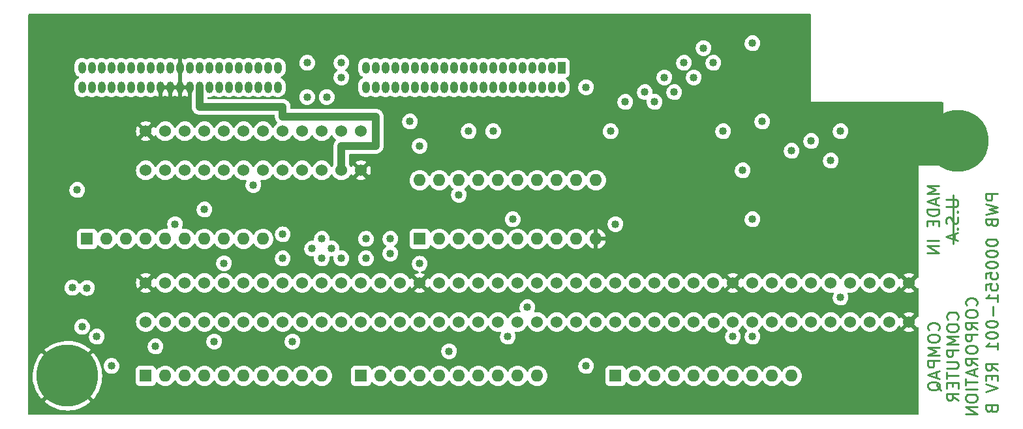
<source format=gbl>
%TF.GenerationSoftware,KiCad,Pcbnew,(6.0.7)*%
%TF.CreationDate,2022-10-12T10:21:11-05:00*%
%TF.ProjectId,CompaqPortableIIIexpansionbackplane,436f6d70-6171-4506-9f72-7461626c6549,rev?*%
%TF.SameCoordinates,Original*%
%TF.FileFunction,Copper,L4,Bot*%
%TF.FilePolarity,Positive*%
%FSLAX46Y46*%
G04 Gerber Fmt 4.6, Leading zero omitted, Abs format (unit mm)*
G04 Created by KiCad (PCBNEW (6.0.7)) date 2022-10-12 10:21:11*
%MOMM*%
%LPD*%
G01*
G04 APERTURE LIST*
%TA.AperFunction,NonConductor*%
%ADD10C,0.254000*%
%TD*%
%ADD11C,0.254000*%
%TA.AperFunction,ComponentPad*%
%ADD12R,1.600000X1.600000*%
%TD*%
%TA.AperFunction,ComponentPad*%
%ADD13O,1.600000X1.600000*%
%TD*%
%TA.AperFunction,ComponentPad*%
%ADD14C,1.524000*%
%TD*%
%TA.AperFunction,ComponentPad*%
%ADD15R,1.000000X1.500000*%
%TD*%
%TA.AperFunction,ComponentPad*%
%ADD16O,1.000000X1.500000*%
%TD*%
%TA.AperFunction,ConnectorPad*%
%ADD17C,8.000000*%
%TD*%
%TA.AperFunction,ComponentPad*%
%ADD18C,4.400000*%
%TD*%
%TA.AperFunction,ViaPad*%
%ADD19C,1.016000*%
%TD*%
%TA.AperFunction,Conductor*%
%ADD20C,1.016000*%
%TD*%
G04 APERTURE END LIST*
D10*
X206375000Y-96520000D02*
X206375000Y-102870000D01*
D11*
D10*
X204465645Y-114064142D02*
X204538217Y-113991571D01*
X204610788Y-113773857D01*
X204610788Y-113628714D01*
X204538217Y-113411000D01*
X204393074Y-113265857D01*
X204247931Y-113193285D01*
X203957645Y-113120714D01*
X203739931Y-113120714D01*
X203449645Y-113193285D01*
X203304502Y-113265857D01*
X203159360Y-113411000D01*
X203086788Y-113628714D01*
X203086788Y-113773857D01*
X203159360Y-113991571D01*
X203231931Y-114064142D01*
X203086788Y-115007571D02*
X203086788Y-115297857D01*
X203159360Y-115443000D01*
X203304502Y-115588142D01*
X203594788Y-115660714D01*
X204102788Y-115660714D01*
X204393074Y-115588142D01*
X204538217Y-115443000D01*
X204610788Y-115297857D01*
X204610788Y-115007571D01*
X204538217Y-114862428D01*
X204393074Y-114717285D01*
X204102788Y-114644714D01*
X203594788Y-114644714D01*
X203304502Y-114717285D01*
X203159360Y-114862428D01*
X203086788Y-115007571D01*
X204610788Y-116313857D02*
X203086788Y-116313857D01*
X204175360Y-116821857D01*
X203086788Y-117329857D01*
X204610788Y-117329857D01*
X204610788Y-118055571D02*
X203086788Y-118055571D01*
X203086788Y-118636142D01*
X203159360Y-118781285D01*
X203231931Y-118853857D01*
X203377074Y-118926428D01*
X203594788Y-118926428D01*
X203739931Y-118853857D01*
X203812502Y-118781285D01*
X203885074Y-118636142D01*
X203885074Y-118055571D01*
X204175360Y-119507000D02*
X204175360Y-120232714D01*
X204610788Y-119361857D02*
X203086788Y-119869857D01*
X204610788Y-120377857D01*
X204755931Y-121901857D02*
X204683360Y-121756714D01*
X204538217Y-121611571D01*
X204320502Y-121393857D01*
X204247931Y-121248714D01*
X204247931Y-121103571D01*
X204610788Y-121176142D02*
X204538217Y-121031000D01*
X204393074Y-120885857D01*
X204102788Y-120813285D01*
X203594788Y-120813285D01*
X203304502Y-120885857D01*
X203159360Y-121031000D01*
X203086788Y-121176142D01*
X203086788Y-121466428D01*
X203159360Y-121611571D01*
X203304502Y-121756714D01*
X203594788Y-121829285D01*
X204102788Y-121829285D01*
X204393074Y-121756714D01*
X204538217Y-121611571D01*
X204610788Y-121466428D01*
X204610788Y-121176142D01*
X206919285Y-112685285D02*
X206991857Y-112612714D01*
X207064428Y-112395000D01*
X207064428Y-112249857D01*
X206991857Y-112032142D01*
X206846714Y-111887000D01*
X206701571Y-111814428D01*
X206411285Y-111741857D01*
X206193571Y-111741857D01*
X205903285Y-111814428D01*
X205758142Y-111887000D01*
X205613000Y-112032142D01*
X205540428Y-112249857D01*
X205540428Y-112395000D01*
X205613000Y-112612714D01*
X205685571Y-112685285D01*
X205540428Y-113628714D02*
X205540428Y-113919000D01*
X205613000Y-114064142D01*
X205758142Y-114209285D01*
X206048428Y-114281857D01*
X206556428Y-114281857D01*
X206846714Y-114209285D01*
X206991857Y-114064142D01*
X207064428Y-113919000D01*
X207064428Y-113628714D01*
X206991857Y-113483571D01*
X206846714Y-113338428D01*
X206556428Y-113265857D01*
X206048428Y-113265857D01*
X205758142Y-113338428D01*
X205613000Y-113483571D01*
X205540428Y-113628714D01*
X207064428Y-114935000D02*
X205540428Y-114935000D01*
X206629000Y-115443000D01*
X205540428Y-115951000D01*
X207064428Y-115951000D01*
X207064428Y-116676714D02*
X205540428Y-116676714D01*
X205540428Y-117257285D01*
X205613000Y-117402428D01*
X205685571Y-117475000D01*
X205830714Y-117547571D01*
X206048428Y-117547571D01*
X206193571Y-117475000D01*
X206266142Y-117402428D01*
X206338714Y-117257285D01*
X206338714Y-116676714D01*
X205540428Y-118200714D02*
X206774142Y-118200714D01*
X206919285Y-118273285D01*
X206991857Y-118345857D01*
X207064428Y-118491000D01*
X207064428Y-118781285D01*
X206991857Y-118926428D01*
X206919285Y-118999000D01*
X206774142Y-119071571D01*
X205540428Y-119071571D01*
X205540428Y-119579571D02*
X205540428Y-120450428D01*
X207064428Y-120015000D02*
X205540428Y-120015000D01*
X206266142Y-120958428D02*
X206266142Y-121466428D01*
X207064428Y-121684142D02*
X207064428Y-120958428D01*
X205540428Y-120958428D01*
X205540428Y-121684142D01*
X207064428Y-123208142D02*
X206338714Y-122700142D01*
X207064428Y-122337285D02*
X205540428Y-122337285D01*
X205540428Y-122917857D01*
X205613000Y-123063000D01*
X205685571Y-123135571D01*
X205830714Y-123208142D01*
X206048428Y-123208142D01*
X206193571Y-123135571D01*
X206266142Y-123063000D01*
X206338714Y-122917857D01*
X206338714Y-122337285D01*
X209372925Y-110871000D02*
X209445497Y-110798428D01*
X209518068Y-110580714D01*
X209518068Y-110435571D01*
X209445497Y-110217857D01*
X209300354Y-110072714D01*
X209155211Y-110000142D01*
X208864925Y-109927571D01*
X208647211Y-109927571D01*
X208356925Y-110000142D01*
X208211782Y-110072714D01*
X208066640Y-110217857D01*
X207994068Y-110435571D01*
X207994068Y-110580714D01*
X208066640Y-110798428D01*
X208139211Y-110871000D01*
X207994068Y-111814428D02*
X207994068Y-112104714D01*
X208066640Y-112249857D01*
X208211782Y-112395000D01*
X208502068Y-112467571D01*
X209010068Y-112467571D01*
X209300354Y-112395000D01*
X209445497Y-112249857D01*
X209518068Y-112104714D01*
X209518068Y-111814428D01*
X209445497Y-111669285D01*
X209300354Y-111524142D01*
X209010068Y-111451571D01*
X208502068Y-111451571D01*
X208211782Y-111524142D01*
X208066640Y-111669285D01*
X207994068Y-111814428D01*
X209518068Y-113991571D02*
X208792354Y-113483571D01*
X209518068Y-113120714D02*
X207994068Y-113120714D01*
X207994068Y-113701285D01*
X208066640Y-113846428D01*
X208139211Y-113919000D01*
X208284354Y-113991571D01*
X208502068Y-113991571D01*
X208647211Y-113919000D01*
X208719782Y-113846428D01*
X208792354Y-113701285D01*
X208792354Y-113120714D01*
X209518068Y-114644714D02*
X207994068Y-114644714D01*
X207994068Y-115225285D01*
X208066640Y-115370428D01*
X208139211Y-115443000D01*
X208284354Y-115515571D01*
X208502068Y-115515571D01*
X208647211Y-115443000D01*
X208719782Y-115370428D01*
X208792354Y-115225285D01*
X208792354Y-114644714D01*
X207994068Y-116459000D02*
X207994068Y-116749285D01*
X208066640Y-116894428D01*
X208211782Y-117039571D01*
X208502068Y-117112142D01*
X209010068Y-117112142D01*
X209300354Y-117039571D01*
X209445497Y-116894428D01*
X209518068Y-116749285D01*
X209518068Y-116459000D01*
X209445497Y-116313857D01*
X209300354Y-116168714D01*
X209010068Y-116096142D01*
X208502068Y-116096142D01*
X208211782Y-116168714D01*
X208066640Y-116313857D01*
X207994068Y-116459000D01*
X209518068Y-118636142D02*
X208792354Y-118128142D01*
X209518068Y-117765285D02*
X207994068Y-117765285D01*
X207994068Y-118345857D01*
X208066640Y-118491000D01*
X208139211Y-118563571D01*
X208284354Y-118636142D01*
X208502068Y-118636142D01*
X208647211Y-118563571D01*
X208719782Y-118491000D01*
X208792354Y-118345857D01*
X208792354Y-117765285D01*
X209082640Y-119216714D02*
X209082640Y-119942428D01*
X209518068Y-119071571D02*
X207994068Y-119579571D01*
X209518068Y-120087571D01*
X207994068Y-120377857D02*
X207994068Y-121248714D01*
X209518068Y-120813285D02*
X207994068Y-120813285D01*
X209518068Y-121756714D02*
X207994068Y-121756714D01*
X207994068Y-122772714D02*
X207994068Y-123063000D01*
X208066640Y-123208142D01*
X208211782Y-123353285D01*
X208502068Y-123425857D01*
X209010068Y-123425857D01*
X209300354Y-123353285D01*
X209445497Y-123208142D01*
X209518068Y-123063000D01*
X209518068Y-122772714D01*
X209445497Y-122627571D01*
X209300354Y-122482428D01*
X209010068Y-122409857D01*
X208502068Y-122409857D01*
X208211782Y-122482428D01*
X208066640Y-122627571D01*
X207994068Y-122772714D01*
X209518068Y-124079000D02*
X207994068Y-124079000D01*
X209518068Y-124949857D01*
X207994068Y-124949857D01*
D11*
D10*
X204567608Y-95340714D02*
X203043608Y-95340714D01*
X204132180Y-95848714D01*
X203043608Y-96356714D01*
X204567608Y-96356714D01*
X204132180Y-97009857D02*
X204132180Y-97735571D01*
X204567608Y-96864714D02*
X203043608Y-97372714D01*
X204567608Y-97880714D01*
X204567608Y-98388714D02*
X203043608Y-98388714D01*
X203043608Y-98751571D01*
X203116180Y-98969285D01*
X203261322Y-99114428D01*
X203406465Y-99187000D01*
X203696751Y-99259571D01*
X203914465Y-99259571D01*
X204204751Y-99187000D01*
X204349894Y-99114428D01*
X204495037Y-98969285D01*
X204567608Y-98751571D01*
X204567608Y-98388714D01*
X203769322Y-99912714D02*
X203769322Y-100420714D01*
X204567608Y-100638428D02*
X204567608Y-99912714D01*
X203043608Y-99912714D01*
X203043608Y-100638428D01*
X204567608Y-102452714D02*
X203043608Y-102452714D01*
X204567608Y-103178428D02*
X203043608Y-103178428D01*
X204567608Y-104049285D01*
X203043608Y-104049285D01*
X205497248Y-97155000D02*
X206730962Y-97155000D01*
X206876105Y-97227571D01*
X206948677Y-97300142D01*
X207021248Y-97445285D01*
X207021248Y-97735571D01*
X206948677Y-97880714D01*
X206876105Y-97953285D01*
X206730962Y-98025857D01*
X205497248Y-98025857D01*
X206876105Y-98751571D02*
X206948677Y-98824142D01*
X207021248Y-98751571D01*
X206948677Y-98679000D01*
X206876105Y-98751571D01*
X207021248Y-98751571D01*
X206948677Y-99404714D02*
X207021248Y-99622428D01*
X207021248Y-99985285D01*
X206948677Y-100130428D01*
X206876105Y-100203000D01*
X206730962Y-100275571D01*
X206585820Y-100275571D01*
X206440677Y-100203000D01*
X206368105Y-100130428D01*
X206295534Y-99985285D01*
X206222962Y-99695000D01*
X206150391Y-99549857D01*
X206077820Y-99477285D01*
X205932677Y-99404714D01*
X205787534Y-99404714D01*
X205642391Y-99477285D01*
X205569820Y-99549857D01*
X205497248Y-99695000D01*
X205497248Y-100057857D01*
X205569820Y-100275571D01*
X206876105Y-100928714D02*
X206948677Y-101001285D01*
X207021248Y-100928714D01*
X206948677Y-100856142D01*
X206876105Y-100928714D01*
X207021248Y-100928714D01*
X206585820Y-101581857D02*
X206585820Y-102307571D01*
X207021248Y-101436714D02*
X205497248Y-101944714D01*
X207021248Y-102452714D01*
D11*
D10*
X212144428Y-96374857D02*
X210620428Y-96374857D01*
X210620428Y-96955428D01*
X210693000Y-97100571D01*
X210765571Y-97173142D01*
X210910714Y-97245714D01*
X211128428Y-97245714D01*
X211273571Y-97173142D01*
X211346142Y-97100571D01*
X211418714Y-96955428D01*
X211418714Y-96374857D01*
X210620428Y-97753714D02*
X212144428Y-98116571D01*
X211055857Y-98406857D01*
X212144428Y-98697142D01*
X210620428Y-99060000D01*
X211346142Y-100148571D02*
X211418714Y-100366285D01*
X211491285Y-100438857D01*
X211636428Y-100511428D01*
X211854142Y-100511428D01*
X211999285Y-100438857D01*
X212071857Y-100366285D01*
X212144428Y-100221142D01*
X212144428Y-99640571D01*
X210620428Y-99640571D01*
X210620428Y-100148571D01*
X210693000Y-100293714D01*
X210765571Y-100366285D01*
X210910714Y-100438857D01*
X211055857Y-100438857D01*
X211201000Y-100366285D01*
X211273571Y-100293714D01*
X211346142Y-100148571D01*
X211346142Y-99640571D01*
X210620428Y-102616000D02*
X210620428Y-102761142D01*
X210693000Y-102906285D01*
X210765571Y-102978857D01*
X210910714Y-103051428D01*
X211201000Y-103124000D01*
X211563857Y-103124000D01*
X211854142Y-103051428D01*
X211999285Y-102978857D01*
X212071857Y-102906285D01*
X212144428Y-102761142D01*
X212144428Y-102616000D01*
X212071857Y-102470857D01*
X211999285Y-102398285D01*
X211854142Y-102325714D01*
X211563857Y-102253142D01*
X211201000Y-102253142D01*
X210910714Y-102325714D01*
X210765571Y-102398285D01*
X210693000Y-102470857D01*
X210620428Y-102616000D01*
X210620428Y-104067428D02*
X210620428Y-104212571D01*
X210693000Y-104357714D01*
X210765571Y-104430285D01*
X210910714Y-104502857D01*
X211201000Y-104575428D01*
X211563857Y-104575428D01*
X211854142Y-104502857D01*
X211999285Y-104430285D01*
X212071857Y-104357714D01*
X212144428Y-104212571D01*
X212144428Y-104067428D01*
X212071857Y-103922285D01*
X211999285Y-103849714D01*
X211854142Y-103777142D01*
X211563857Y-103704571D01*
X211201000Y-103704571D01*
X210910714Y-103777142D01*
X210765571Y-103849714D01*
X210693000Y-103922285D01*
X210620428Y-104067428D01*
X210620428Y-105518857D02*
X210620428Y-105664000D01*
X210693000Y-105809142D01*
X210765571Y-105881714D01*
X210910714Y-105954285D01*
X211201000Y-106026857D01*
X211563857Y-106026857D01*
X211854142Y-105954285D01*
X211999285Y-105881714D01*
X212071857Y-105809142D01*
X212144428Y-105664000D01*
X212144428Y-105518857D01*
X212071857Y-105373714D01*
X211999285Y-105301142D01*
X211854142Y-105228571D01*
X211563857Y-105156000D01*
X211201000Y-105156000D01*
X210910714Y-105228571D01*
X210765571Y-105301142D01*
X210693000Y-105373714D01*
X210620428Y-105518857D01*
X210620428Y-107405714D02*
X210620428Y-106680000D01*
X211346142Y-106607428D01*
X211273571Y-106680000D01*
X211201000Y-106825142D01*
X211201000Y-107188000D01*
X211273571Y-107333142D01*
X211346142Y-107405714D01*
X211491285Y-107478285D01*
X211854142Y-107478285D01*
X211999285Y-107405714D01*
X212071857Y-107333142D01*
X212144428Y-107188000D01*
X212144428Y-106825142D01*
X212071857Y-106680000D01*
X211999285Y-106607428D01*
X210620428Y-108857142D02*
X210620428Y-108131428D01*
X211346142Y-108058857D01*
X211273571Y-108131428D01*
X211201000Y-108276571D01*
X211201000Y-108639428D01*
X211273571Y-108784571D01*
X211346142Y-108857142D01*
X211491285Y-108929714D01*
X211854142Y-108929714D01*
X211999285Y-108857142D01*
X212071857Y-108784571D01*
X212144428Y-108639428D01*
X212144428Y-108276571D01*
X212071857Y-108131428D01*
X211999285Y-108058857D01*
X212144428Y-110381142D02*
X212144428Y-109510285D01*
X212144428Y-109945714D02*
X210620428Y-109945714D01*
X210838142Y-109800571D01*
X210983285Y-109655428D01*
X211055857Y-109510285D01*
X211563857Y-111034285D02*
X211563857Y-112195428D01*
X210620428Y-113211428D02*
X210620428Y-113356571D01*
X210693000Y-113501714D01*
X210765571Y-113574285D01*
X210910714Y-113646857D01*
X211201000Y-113719428D01*
X211563857Y-113719428D01*
X211854142Y-113646857D01*
X211999285Y-113574285D01*
X212071857Y-113501714D01*
X212144428Y-113356571D01*
X212144428Y-113211428D01*
X212071857Y-113066285D01*
X211999285Y-112993714D01*
X211854142Y-112921142D01*
X211563857Y-112848571D01*
X211201000Y-112848571D01*
X210910714Y-112921142D01*
X210765571Y-112993714D01*
X210693000Y-113066285D01*
X210620428Y-113211428D01*
X210620428Y-114662857D02*
X210620428Y-114808000D01*
X210693000Y-114953142D01*
X210765571Y-115025714D01*
X210910714Y-115098285D01*
X211201000Y-115170857D01*
X211563857Y-115170857D01*
X211854142Y-115098285D01*
X211999285Y-115025714D01*
X212071857Y-114953142D01*
X212144428Y-114808000D01*
X212144428Y-114662857D01*
X212071857Y-114517714D01*
X211999285Y-114445142D01*
X211854142Y-114372571D01*
X211563857Y-114300000D01*
X211201000Y-114300000D01*
X210910714Y-114372571D01*
X210765571Y-114445142D01*
X210693000Y-114517714D01*
X210620428Y-114662857D01*
X212144428Y-116622285D02*
X212144428Y-115751428D01*
X212144428Y-116186857D02*
X210620428Y-116186857D01*
X210838142Y-116041714D01*
X210983285Y-115896571D01*
X211055857Y-115751428D01*
X212144428Y-119307428D02*
X211418714Y-118799428D01*
X212144428Y-118436571D02*
X210620428Y-118436571D01*
X210620428Y-119017142D01*
X210693000Y-119162285D01*
X210765571Y-119234857D01*
X210910714Y-119307428D01*
X211128428Y-119307428D01*
X211273571Y-119234857D01*
X211346142Y-119162285D01*
X211418714Y-119017142D01*
X211418714Y-118436571D01*
X211346142Y-119960571D02*
X211346142Y-120468571D01*
X212144428Y-120686285D02*
X212144428Y-119960571D01*
X210620428Y-119960571D01*
X210620428Y-120686285D01*
X210620428Y-121121714D02*
X212144428Y-121629714D01*
X210620428Y-122137714D01*
X211346142Y-124314857D02*
X211418714Y-124532571D01*
X211491285Y-124605142D01*
X211636428Y-124677714D01*
X211854142Y-124677714D01*
X211999285Y-124605142D01*
X212071857Y-124532571D01*
X212144428Y-124387428D01*
X212144428Y-123806857D01*
X210620428Y-123806857D01*
X210620428Y-124314857D01*
X210693000Y-124460000D01*
X210765571Y-124532571D01*
X210910714Y-124605142D01*
X211055857Y-124605142D01*
X211201000Y-124532571D01*
X211273571Y-124460000D01*
X211346142Y-124314857D01*
X211346142Y-123806857D01*
D12*
%TO.P,RN1,1,common*%
%TO.N,+5V*%
X93980000Y-102235000D03*
D13*
%TO.P,RN1,2,R1*%
%TO.N,/A2*%
X96520000Y-102235000D03*
%TO.P,RN1,3,R2*%
%TO.N,/LA23*%
X99060000Y-102235000D03*
%TO.P,RN1,4,R3*%
%TO.N,/LA22*%
X101600000Y-102235000D03*
%TO.P,RN1,5,R4*%
%TO.N,/LA21*%
X104140000Y-102235000D03*
%TO.P,RN1,6,R5*%
%TO.N,/LA20*%
X106680000Y-102235000D03*
%TO.P,RN1,7,R6*%
%TO.N,/LA19*%
X109220000Y-102235000D03*
%TO.P,RN1,8,R7*%
%TO.N,/BA01*%
X111760000Y-102235000D03*
%TO.P,RN1,9,R8*%
%TO.N,/BA02*%
X114300000Y-102235000D03*
%TO.P,RN1,10,R9*%
%TO.N,unconnected-(RN1-Pad10)*%
X116840000Y-102235000D03*
%TD*%
D14*
%TO.P,J110,1,Pin_1*%
%TO.N,GND*%
X101600000Y-88265000D03*
%TO.P,J110,2,Pin_2*%
%TO.N,+5V*%
X101600000Y-93345000D03*
%TO.P,J110,3,Pin_3*%
%TO.N,/MODEM-DB0*%
X104140000Y-88265000D03*
%TO.P,J110,4,Pin_4*%
%TO.N,/MODEM-DB1*%
X104140000Y-93345000D03*
%TO.P,J110,5,Pin_5*%
%TO.N,/MODEM-DB2*%
X106680000Y-88265000D03*
%TO.P,J110,6,Pin_6*%
%TO.N,/MODEM-DB3*%
X106680000Y-93345000D03*
%TO.P,J110,7,Pin_7*%
%TO.N,/MODEM-DB4*%
X109220000Y-88265000D03*
%TO.P,J110,8,Pin_8*%
%TO.N,/MODEM-DB5*%
X109220000Y-93345000D03*
%TO.P,J110,9,Pin_9*%
%TO.N,/MODEM-DB6*%
X111760000Y-88265000D03*
%TO.P,J110,10,Pin_10*%
%TO.N,/MODEM-DB7*%
X111760000Y-93345000D03*
%TO.P,J110,11,Pin_11*%
%TO.N,/MODEM_CS*%
X114300000Y-88265000D03*
%TO.P,J110,12,Pin_12*%
%TO.N,/MODEM_IRQ*%
X114300000Y-93345000D03*
%TO.P,J110,13,Pin_13*%
%TO.N,/IOW*%
X116840000Y-88265000D03*
%TO.P,J110,14,Pin_14*%
%TO.N,/IOR*%
X116840000Y-93345000D03*
%TO.P,J110,15,Pin_15*%
%TO.N,/MR*%
X119380000Y-88265000D03*
%TO.P,J110,16,Pin_16*%
%TO.N,/Speaker*%
X119380000Y-93345000D03*
%TO.P,J110,17,Pin_17*%
%TO.N,/BA00*%
X121920000Y-88265000D03*
%TO.P,J110,18,Pin_18*%
%TO.N,/BA01*%
X121920000Y-93345000D03*
%TO.P,J110,19,Pin_19*%
%TO.N,/BA02*%
X124460000Y-88265000D03*
%TO.P,J110,20,Pin_20*%
%TO.N,unconnected-(J110-Pad20)*%
X124460000Y-93345000D03*
%TO.P,J110,21,Pin_21*%
%TO.N,+12V*%
X127000000Y-88265000D03*
%TO.P,J110,22,Pin_22*%
%TO.N,-12V*%
X127000000Y-93345000D03*
%TO.P,J110,23,Pin_23*%
%TO.N,+5V*%
X129540000Y-88265000D03*
%TO.P,J110,24,Pin_24*%
%TO.N,GND*%
X129540000Y-93345000D03*
%TD*%
D15*
%TO.P,J113,1,Pin_1*%
%TO.N,/DB1*%
X155575000Y-80010000D03*
D16*
%TO.P,J113,2,Pin_2*%
%TO.N,/DB2*%
X155575000Y-82550000D03*
%TO.P,J113,3,Pin_3*%
%TO.N,/DB0*%
X154305000Y-80010000D03*
%TO.P,J113,4,Pin_4*%
%TO.N,/DB3*%
X154305000Y-82550000D03*
%TO.P,J113,5,Pin_5*%
%TO.N,/5j113-35j114*%
X153035000Y-80010000D03*
%TO.P,J113,6,Pin_6*%
%TO.N,/DB4*%
X153035000Y-82550000D03*
%TO.P,J113,7,Pin_7*%
%TO.N,/7j113-58j114*%
X151765000Y-80010000D03*
%TO.P,J113,8,Pin_8*%
%TO.N,/DB5*%
X151765000Y-82550000D03*
%TO.P,J113,9,Pin_9*%
%TO.N,/ALE*%
X150495000Y-80010000D03*
%TO.P,J113,10,Pin_10*%
%TO.N,/DB6*%
X150495000Y-82550000D03*
%TO.P,J113,11,Pin_11*%
%TO.N,/11j113-21j114*%
X149225000Y-80010000D03*
%TO.P,J113,12,Pin_12*%
%TO.N,/MODEM_IRQ*%
X149225000Y-82550000D03*
%TO.P,J113,13,Pin_13*%
%TO.N,/BA02*%
X147955000Y-80010000D03*
%TO.P,J113,14,Pin_14*%
%TO.N,/DB7*%
X147955000Y-82550000D03*
%TO.P,J113,15,Pin_15*%
%TO.N,/MEMODD-DP*%
X146685000Y-80010000D03*
%TO.P,J113,16,Pin_16*%
%TO.N,/16j113-?*%
X146685000Y-82550000D03*
%TO.P,J113,17,Pin_17*%
%TO.N,/MEMODD-QP*%
X145415000Y-80010000D03*
%TO.P,J113,18,Pin_18*%
%TO.N,+5V*%
X145415000Y-82550000D03*
%TO.P,J113,19,Pin_19*%
%TO.N,/MEMEVEN-DP*%
X144145000Y-80010000D03*
%TO.P,J113,20,Pin_20*%
%TO.N,+5V*%
X144145000Y-82550000D03*
%TO.P,J113,21,Pin_21*%
X142875000Y-80010000D03*
%TO.P,J113,22,Pin_22*%
X142875000Y-82550000D03*
%TO.P,J113,23,Pin_23*%
%TO.N,/MEMEVEN-QP*%
X141605000Y-80010000D03*
%TO.P,J113,24,Pin_24*%
%TO.N,+5V*%
X141605000Y-82550000D03*
%TO.P,J113,25,Pin_25*%
%TO.N,/IOR*%
X140335000Y-80010000D03*
%TO.P,J113,26,Pin_26*%
%TO.N,+12V*%
X140335000Y-82550000D03*
%TO.P,J113,27,Pin_27*%
%TO.N,/IOW*%
X139065000Y-80010000D03*
%TO.P,J113,28,Pin_28*%
%TO.N,/MA0*%
X139065000Y-82550000D03*
%TO.P,J113,29,Pin_29*%
%TO.N,/MR*%
X137795000Y-80010000D03*
%TO.P,J113,30,Pin_30*%
%TO.N,/MA1*%
X137795000Y-82550000D03*
%TO.P,J113,31,Pin_31*%
%TO.N,/31j113-34j114*%
X136525000Y-80010000D03*
%TO.P,J113,32,Pin_32*%
%TO.N,/MA2*%
X136525000Y-82550000D03*
%TO.P,J113,33,Pin_33*%
%TO.N,/BA01*%
X135255000Y-80010000D03*
%TO.P,J113,34,Pin_34*%
%TO.N,/MA3*%
X135255000Y-82550000D03*
%TO.P,J113,35,Pin_35*%
%TO.N,/A10*%
X133985000Y-80010000D03*
%TO.P,J113,36,Pin_36*%
%TO.N,/MA4*%
X133985000Y-82550000D03*
%TO.P,J113,37,Pin_37*%
%TO.N,/MA8*%
X132715000Y-80010000D03*
%TO.P,J113,38,Pin_38*%
%TO.N,/MA5*%
X132715000Y-82550000D03*
%TO.P,J113,39,Pin_39*%
%TO.N,/MA7*%
X131445000Y-80010000D03*
%TO.P,J113,40,Pin_40*%
%TO.N,/MA6*%
X131445000Y-82550000D03*
%TO.P,J113,41,Pin_41*%
%TO.N,/BA13*%
X130175000Y-80010000D03*
%TO.P,J113,42,Pin_42*%
%TO.N,/BA12*%
X130175000Y-82550000D03*
%TO.P,J113,43,Pin_43*%
%TO.N,/BA11*%
X118745000Y-80010000D03*
%TO.P,J113,44,Pin_44*%
%TO.N,/44j113-?*%
X118745000Y-82550000D03*
%TO.P,J113,45,Pin_45*%
%TO.N,/D8*%
X117475000Y-80010000D03*
%TO.P,J113,46,Pin_46*%
%TO.N,/46j113-4j114*%
X117475000Y-82550000D03*
%TO.P,J113,47,Pin_47*%
%TO.N,/D9*%
X116205000Y-80010000D03*
%TO.P,J113,48,Pin_48*%
%TO.N,/48j113-18j114*%
X116205000Y-82550000D03*
%TO.P,J113,49,Pin_49*%
%TO.N,/D10*%
X114935000Y-80010000D03*
%TO.P,J113,50,Pin_50*%
%TO.N,/50j113-17j114*%
X114935000Y-82550000D03*
%TO.P,J113,51,Pin_51*%
%TO.N,/D11*%
X113665000Y-80010000D03*
%TO.P,J113,52,Pin_52*%
%TO.N,/52j113-16j114*%
X113665000Y-82550000D03*
%TO.P,J113,53,Pin_53*%
%TO.N,/D12*%
X112395000Y-80010000D03*
%TO.P,J113,54,Pin_54*%
%TO.N,/54j113-59j114*%
X112395000Y-82550000D03*
%TO.P,J113,55,Pin_55*%
%TO.N,/D13*%
X111125000Y-80010000D03*
%TO.P,J113,56,Pin_56*%
%TO.N,/56j113-19j114*%
X111125000Y-82550000D03*
%TO.P,J113,57,Pin_57*%
%TO.N,/D14*%
X109855000Y-80010000D03*
%TO.P,J113,58,Pin_58*%
%TO.N,/58j113-57j114*%
X109855000Y-82550000D03*
%TO.P,J113,59,Pin_59*%
%TO.N,/D15*%
X108585000Y-80010000D03*
%TO.P,J113,60,Pin_60*%
%TO.N,-12V*%
X108585000Y-82550000D03*
%TO.P,J113,61,Pin_61*%
%TO.N,/Speaker*%
X107315000Y-80010000D03*
%TO.P,J113,62,Pin_62*%
%TO.N,GND*%
X107315000Y-82550000D03*
%TO.P,J113,63,Pin_63*%
X106045000Y-80010000D03*
%TO.P,J113,64,Pin_64*%
X106045000Y-82550000D03*
%TO.P,J113,65,Pin_65*%
%TO.N,/A2*%
X104775000Y-80010000D03*
%TO.P,J113,66,Pin_66*%
%TO.N,GND*%
X104775000Y-82550000D03*
%TO.P,J113,67,Pin_67*%
%TO.N,/LA23*%
X103505000Y-80010000D03*
%TO.P,J113,68,Pin_68*%
%TO.N,GND*%
X103505000Y-82550000D03*
%TO.P,J113,69,Pin_69*%
%TO.N,/LA22*%
X102235000Y-80010000D03*
%TO.P,J113,70,Pin_70*%
%TO.N,/A16*%
X102235000Y-82550000D03*
%TO.P,J113,71,Pin_71*%
%TO.N,/LA21*%
X100965000Y-80010000D03*
%TO.P,J113,72,Pin_72*%
%TO.N,/A15*%
X100965000Y-82550000D03*
%TO.P,J113,73,Pin_73*%
%TO.N,/LA20*%
X99695000Y-80010000D03*
%TO.P,J113,74,Pin_74*%
%TO.N,/A14*%
X99695000Y-82550000D03*
%TO.P,J113,75,Pin_75*%
%TO.N,/LA19*%
X98425000Y-80010000D03*
%TO.P,J113,76,Pin_76*%
%TO.N,/REFRESH*%
X98425000Y-82550000D03*
%TO.P,J113,77,Pin_77*%
%TO.N,/LA18*%
X97155000Y-80010000D03*
%TO.P,J113,78,Pin_78*%
%TO.N,/SBHE*%
X97155000Y-82550000D03*
%TO.P,J113,79,Pin_79*%
%TO.N,/LA17*%
X95885000Y-80010000D03*
%TO.P,J113,80,Pin_80*%
%TO.N,/IO_READY*%
X95885000Y-82550000D03*
%TO.P,J113,81,Pin_81*%
%TO.N,/BA00*%
X94615000Y-80010000D03*
%TO.P,J113,82,Pin_82*%
%TO.N,/IO*%
X94615000Y-82550000D03*
%TO.P,J113,83,Pin_83*%
%TO.N,/MODEM_CS*%
X93345000Y-80010000D03*
%TO.P,J113,84,Pin_84*%
%TO.N,/84j113-56j114*%
X93345000Y-82550000D03*
%TD*%
D12*
%TO.P,RN3,1,common*%
%TO.N,+5V*%
X129540000Y-120015000D03*
D13*
%TO.P,RN3,2,R1*%
%TO.N,/MA0*%
X132080000Y-120015000D03*
%TO.P,RN3,3,R2*%
%TO.N,/MA2*%
X134620000Y-120015000D03*
%TO.P,RN3,4,R3*%
%TO.N,/MA4*%
X137160000Y-120015000D03*
%TO.P,RN3,5,R4*%
%TO.N,/MA6*%
X139700000Y-120015000D03*
%TO.P,RN3,6,R5*%
%TO.N,/MA8*%
X142240000Y-120015000D03*
%TO.P,RN3,7,R6*%
%TO.N,/MA1*%
X144780000Y-120015000D03*
%TO.P,RN3,8,R7*%
%TO.N,/MA3*%
X147320000Y-120015000D03*
%TO.P,RN3,9,R8*%
%TO.N,/MA5*%
X149860000Y-120015000D03*
%TO.P,RN3,10,R9*%
%TO.N,/MA7*%
X152400000Y-120015000D03*
%TD*%
D12*
%TO.P,RN2,1,common*%
%TO.N,+5V*%
X162560000Y-120015000D03*
D13*
%TO.P,RN2,2,R1*%
%TO.N,/A10*%
X165100000Y-120015000D03*
%TO.P,RN2,3,R2*%
%TO.N,/D9*%
X167640000Y-120015000D03*
%TO.P,RN2,4,R3*%
%TO.N,/D8*%
X170180000Y-120015000D03*
%TO.P,RN2,5,R4*%
%TO.N,/D11*%
X172720000Y-120015000D03*
%TO.P,RN2,6,R5*%
%TO.N,/D10*%
X175260000Y-120015000D03*
%TO.P,RN2,7,R6*%
%TO.N,/D13*%
X177800000Y-120015000D03*
%TO.P,RN2,8,R7*%
%TO.N,/D12*%
X180340000Y-120015000D03*
%TO.P,RN2,9,R8*%
%TO.N,/D15*%
X182880000Y-120015000D03*
%TO.P,RN2,10,R9*%
%TO.N,/D14*%
X185420000Y-120015000D03*
%TD*%
D12*
%TO.P,RN4,1,common*%
%TO.N,+5V*%
X101600000Y-120015000D03*
D13*
%TO.P,RN4,2,R1*%
%TO.N,/BA11*%
X104140000Y-120015000D03*
%TO.P,RN4,3,R2*%
%TO.N,/LA18*%
X106680000Y-120015000D03*
%TO.P,RN4,4,R3*%
%TO.N,/LA17*%
X109220000Y-120015000D03*
%TO.P,RN4,5,R4*%
%TO.N,/A16*%
X111760000Y-120015000D03*
%TO.P,RN4,6,R5*%
%TO.N,/A15*%
X114300000Y-120015000D03*
%TO.P,RN4,7,R6*%
%TO.N,/A14*%
X116840000Y-120015000D03*
%TO.P,RN4,8,R7*%
%TO.N,/BA13*%
X119380000Y-120015000D03*
%TO.P,RN4,9,R8*%
%TO.N,/BA00*%
X121920000Y-120015000D03*
%TO.P,RN4,10,R9*%
%TO.N,/BA12*%
X124460000Y-120015000D03*
%TD*%
D12*
%TO.P,U1,1,A->B*%
%TO.N,/IOR*%
X137160000Y-102235000D03*
D13*
%TO.P,U1,2,A0*%
%TO.N,/DB0*%
X139700000Y-102235000D03*
%TO.P,U1,3,A1*%
%TO.N,/DB7*%
X142240000Y-102235000D03*
%TO.P,U1,4,A2*%
%TO.N,/DB2*%
X144780000Y-102235000D03*
%TO.P,U1,5,A3*%
%TO.N,/DB5*%
X147320000Y-102235000D03*
%TO.P,U1,6,A4*%
%TO.N,/DB4*%
X149860000Y-102235000D03*
%TO.P,U1,7,A5*%
%TO.N,/DB3*%
X152400000Y-102235000D03*
%TO.P,U1,8,A6*%
%TO.N,/DB6*%
X154940000Y-102235000D03*
%TO.P,U1,9,A7*%
%TO.N,/DB1*%
X157480000Y-102235000D03*
%TO.P,U1,10,GND*%
%TO.N,GND*%
X160020000Y-102235000D03*
%TO.P,U1,11,B7*%
%TO.N,/MODEM-DB1*%
X160020000Y-94615000D03*
%TO.P,U1,12,B6*%
%TO.N,/MODEM-DB6*%
X157480000Y-94615000D03*
%TO.P,U1,13,B5*%
%TO.N,/MODEM-DB3*%
X154940000Y-94615000D03*
%TO.P,U1,14,B4*%
%TO.N,/MODEM-DB4*%
X152400000Y-94615000D03*
%TO.P,U1,15,B3*%
%TO.N,/MODEM-DB5*%
X149860000Y-94615000D03*
%TO.P,U1,16,B2*%
%TO.N,/MODEM-DB2*%
X147320000Y-94615000D03*
%TO.P,U1,17,B1*%
%TO.N,/MODEM-DB7*%
X144780000Y-94615000D03*
%TO.P,U1,18,B0*%
%TO.N,/MODEM-DB0*%
X142240000Y-94615000D03*
%TO.P,U1,19,CE*%
%TO.N,/MODEM_CS*%
X139700000Y-94615000D03*
%TO.P,U1,20,VCC*%
%TO.N,+5V*%
X137160000Y-94615000D03*
%TD*%
D14*
%TO.P,J114,1,Pin_1*%
%TO.N,GND*%
X101600000Y-107950000D03*
%TO.P,J114,2,Pin_2*%
%TO.N,/MEMODD-DP*%
X104140000Y-107950000D03*
%TO.P,J114,3,Pin_3*%
%TO.N,/MEMODD-QP*%
X106680000Y-107950000D03*
%TO.P,J114,4,Pin_4*%
%TO.N,/46j113-4j114*%
X109220000Y-107950000D03*
%TO.P,J114,5,Pin_5*%
%TO.N,/LA22*%
X111760000Y-107950000D03*
%TO.P,J114,6,Pin_6*%
%TO.N,/LA18*%
X114300000Y-107950000D03*
%TO.P,J114,7,Pin_7*%
%TO.N,/A16*%
X116840000Y-107950000D03*
%TO.P,J114,8,Pin_8*%
%TO.N,/A14*%
X119380000Y-107950000D03*
%TO.P,J114,9,Pin_9*%
%TO.N,/A10*%
X121920000Y-107950000D03*
%TO.P,J114,10,Pin_10*%
%TO.N,/MA0*%
X124460000Y-107950000D03*
%TO.P,J114,11,Pin_11*%
%TO.N,/MA2*%
X127000000Y-107950000D03*
%TO.P,J114,12,Pin_12*%
%TO.N,/MA4*%
X129540000Y-107950000D03*
%TO.P,J114,13,Pin_13*%
%TO.N,/MA6*%
X132080000Y-107950000D03*
%TO.P,J114,14,Pin_14*%
%TO.N,/MA8*%
X134620000Y-107950000D03*
%TO.P,J114,15,Pin_15*%
%TO.N,GND*%
X137160000Y-107950000D03*
%TO.P,J114,16,Pin_16*%
%TO.N,/52j113-16j114*%
X139700000Y-107950000D03*
%TO.P,J114,17,Pin_17*%
%TO.N,/50j113-17j114*%
X142240000Y-107950000D03*
%TO.P,J114,18,Pin_18*%
%TO.N,/48j113-18j114*%
X144780000Y-107950000D03*
%TO.P,J114,19,Pin_19*%
%TO.N,/56j113-19j114*%
X147320000Y-107950000D03*
%TO.P,J114,20,Pin_20*%
%TO.N,/LA20*%
X149860000Y-107950000D03*
%TO.P,J114,21,Pin_21*%
%TO.N,/11j113-21j114*%
X152400000Y-107950000D03*
%TO.P,J114,22,Pin_22*%
%TO.N,unconnected-(J114-Pad22)*%
X154940000Y-107950000D03*
%TO.P,J114,23,Pin_23*%
%TO.N,/DB0*%
X157480000Y-107950000D03*
%TO.P,J114,24,Pin_24*%
%TO.N,/DB2*%
X160020000Y-107950000D03*
%TO.P,J114,25,Pin_25*%
%TO.N,/DB4*%
X162560000Y-107950000D03*
%TO.P,J114,26,Pin_26*%
%TO.N,/DB6*%
X165100000Y-107950000D03*
%TO.P,J114,27,Pin_27*%
%TO.N,/D8*%
X167640000Y-107950000D03*
%TO.P,J114,28,Pin_28*%
%TO.N,/D10*%
X170180000Y-107950000D03*
%TO.P,J114,29,Pin_29*%
%TO.N,/D12*%
X172720000Y-107950000D03*
%TO.P,J114,30,Pin_30*%
%TO.N,/D14*%
X175260000Y-107950000D03*
%TO.P,J114,31,Pin_31*%
%TO.N,GND*%
X177800000Y-107950000D03*
%TO.P,J114,32,Pin_32*%
%TO.N,/IOR*%
X180340000Y-107950000D03*
%TO.P,J114,33,Pin_33*%
%TO.N,/IO*%
X182880000Y-107950000D03*
%TO.P,J114,34,Pin_34*%
%TO.N,/31j113-34j114*%
X185420000Y-107950000D03*
%TO.P,J114,35,Pin_35*%
%TO.N,/5j113-35j114*%
X187960000Y-107950000D03*
%TO.P,J114,36,Pin_36*%
%TO.N,/MR*%
X190500000Y-107950000D03*
%TO.P,J114,37,Pin_37*%
%TO.N,unconnected-(J114-Pad37)*%
X193040000Y-107950000D03*
%TO.P,J114,38,Pin_38*%
%TO.N,/A2*%
X195580000Y-107950000D03*
%TO.P,J114,39,Pin_39*%
%TO.N,+5V*%
X198120000Y-107950000D03*
%TO.P,J114,40,Pin_40*%
%TO.N,GND*%
X200660000Y-107950000D03*
%TO.P,J114,41,Pin_41*%
%TO.N,+5V*%
X101600000Y-113030000D03*
%TO.P,J114,42,Pin_42*%
%TO.N,/MEMEVEN-DP*%
X104140000Y-113030000D03*
%TO.P,J114,43,Pin_43*%
%TO.N,/MEMEVEN-QP*%
X106680000Y-113030000D03*
%TO.P,J114,44,Pin_44*%
%TO.N,/LA23*%
X109220000Y-113030000D03*
%TO.P,J114,45,Pin_45*%
%TO.N,/LA21*%
X111760000Y-113030000D03*
%TO.P,J114,46,Pin_46*%
%TO.N,/LA17*%
X114300000Y-113030000D03*
%TO.P,J114,47,Pin_47*%
%TO.N,/A15*%
X116840000Y-113030000D03*
%TO.P,J114,48,Pin_48*%
%TO.N,/BA13*%
X119380000Y-113030000D03*
%TO.P,J114,49,Pin_49*%
%TO.N,/BA00*%
X121920000Y-113030000D03*
%TO.P,J114,50,Pin_50*%
%TO.N,/MA1*%
X124460000Y-113030000D03*
%TO.P,J114,51,Pin_51*%
%TO.N,/MA3*%
X127000000Y-113030000D03*
%TO.P,J114,52,Pin_52*%
%TO.N,/MA5*%
X129540000Y-113030000D03*
%TO.P,J114,53,Pin_53*%
%TO.N,/MA7*%
X132080000Y-113030000D03*
%TO.P,J114,54,Pin_54*%
%TO.N,/ALE*%
X134620000Y-113030000D03*
%TO.P,J114,55,Pin_55*%
%TO.N,+5V*%
X137160000Y-113030000D03*
%TO.P,J114,56,Pin_56*%
%TO.N,/84j113-56j114*%
X139700000Y-113030000D03*
%TO.P,J114,57,Pin_57*%
%TO.N,/58j113-57j114*%
X142240000Y-113030000D03*
%TO.P,J114,58,Pin_58*%
%TO.N,/7j113-58j114*%
X144780000Y-113030000D03*
%TO.P,J114,59,Pin_59*%
%TO.N,/54j113-59j114*%
X147320000Y-113030000D03*
%TO.P,J114,60,Pin_60*%
%TO.N,/LA19*%
X149860000Y-113030000D03*
%TO.P,J114,61,Pin_61*%
%TO.N,/REFRESH*%
X152400000Y-113030000D03*
%TO.P,J114,62,Pin_62*%
%TO.N,unconnected-(J114-Pad62)*%
X154940000Y-113030000D03*
%TO.P,J114,63,Pin_63*%
%TO.N,/DB1*%
X157480000Y-113030000D03*
%TO.P,J114,64,Pin_64*%
%TO.N,/DB3*%
X160020000Y-113030000D03*
%TO.P,J114,65,Pin_65*%
%TO.N,/DB5*%
X162560000Y-113030000D03*
%TO.P,J114,66,Pin_66*%
%TO.N,/DB7*%
X165100000Y-113030000D03*
%TO.P,J114,67,Pin_67*%
%TO.N,/D9*%
X167640000Y-113030000D03*
%TO.P,J114,68,Pin_68*%
%TO.N,/D11*%
X170180000Y-113030000D03*
%TO.P,J114,69,Pin_69*%
%TO.N,/D13*%
X172720000Y-113030000D03*
%TO.P,J114,70,Pin_70*%
%TO.N,/D15*%
X175282238Y-113102193D03*
%TO.P,J114,71,Pin_71*%
%TO.N,+5V*%
X177800000Y-113030000D03*
%TO.P,J114,72,Pin_72*%
%TO.N,/IOW*%
X180340000Y-113030000D03*
%TO.P,J114,73,Pin_73*%
%TO.N,/BA12*%
X182880000Y-113030000D03*
%TO.P,J114,74,Pin_74*%
%TO.N,/IO_READY*%
X185420000Y-113030000D03*
%TO.P,J114,75,Pin_75*%
%TO.N,/SBHE*%
X187960000Y-113030000D03*
%TO.P,J114,76,Pin_76*%
%TO.N,unconnected-(J114-Pad76)*%
X190500000Y-113030000D03*
%TO.P,J114,77,Pin_77*%
%TO.N,unconnected-(J114-Pad77)*%
X193040000Y-113030000D03*
%TO.P,J114,78,Pin_78*%
%TO.N,/BA11*%
X195580000Y-113030000D03*
%TO.P,J114,79,Pin_79*%
%TO.N,unconnected-(J114-Pad79)*%
X198120000Y-113030000D03*
%TO.P,J114,80,Pin_80*%
%TO.N,GND*%
X200660000Y-113030000D03*
%TD*%
D17*
%TO.P,H2,1,1*%
%TO.N,GND*%
X207010000Y-89535000D03*
D18*
X207010000Y-89535000D03*
%TD*%
%TO.P,H1,1,1*%
%TO.N,GND*%
X91440000Y-120015000D03*
D17*
X91440000Y-120015000D03*
%TD*%
D19*
%TO.N,/IOW*%
X179070000Y-93345000D03*
X122555000Y-83820000D03*
%TO.N,/IOR*%
X180340000Y-76835000D03*
X180340000Y-99695000D03*
X119380000Y-101650800D03*
%TO.N,/MR*%
X190500000Y-92075000D03*
X125095000Y-83820000D03*
%TO.N,/MA0*%
X158750000Y-118745000D03*
X163830000Y-84455000D03*
%TO.N,/MA2*%
X137160000Y-105460800D03*
%TO.N,/MA4*%
X130175000Y-102235000D03*
X133350000Y-102235000D03*
%TO.N,/MA8*%
X125730000Y-103505000D03*
X133350000Y-104140000D03*
X127000000Y-79375000D03*
%TO.N,/MA5*%
X140970000Y-116840000D03*
%TO.N,/MA7*%
X127000000Y-81280000D03*
X127000000Y-104775000D03*
X130175000Y-104775000D03*
%TO.N,/11j113-21j114*%
X191770000Y-109855000D03*
X191770000Y-88265000D03*
%TO.N,/5j113-35j114*%
X187960000Y-89535000D03*
%TO.N,/31j113-34j114*%
X185420000Y-90805000D03*
%TO.N,/7j113-58j114*%
X177800000Y-114935000D03*
X176530000Y-88265000D03*
%TO.N,/50j113-17j114*%
X137160000Y-90170000D03*
%TO.N,/48j113-18j114*%
X143510000Y-88265000D03*
%TO.N,/MEMODD-DP*%
X93980000Y-108610400D03*
%TO.N,/MEMODD-QP*%
X92075000Y-108585000D03*
%TO.N,/A16*%
X110490000Y-115570000D03*
%TO.N,/A10*%
X120650000Y-115570000D03*
%TO.N,/LA23*%
X105410000Y-100330000D03*
%TO.N,/MEMEVEN-DP*%
X93345000Y-113665000D03*
%TO.N,/MEMEVEN-QP*%
X95250000Y-114935000D03*
%TO.N,/DB0*%
X158750000Y-82550000D03*
%TO.N,/DB7*%
X148590000Y-114935000D03*
%TO.N,/DB5*%
X151130000Y-111125000D03*
%TO.N,/DB6*%
X149225000Y-99695000D03*
%TO.N,/DB1*%
X162560000Y-100330000D03*
%TO.N,/MODEM_CS*%
X115570000Y-95250000D03*
%TO.N,/MODEM_IRQ*%
X142240000Y-96520000D03*
%TO.N,/LA21*%
X111760000Y-105410000D03*
%TO.N,/Speaker*%
X122555000Y-79375000D03*
%TO.N,/BA01*%
X124460000Y-104775000D03*
X92710000Y-95885000D03*
X109220000Y-98425000D03*
%TO.N,/BA02*%
X124460000Y-102235000D03*
X161925000Y-88265000D03*
%TO.N,/D8*%
X167640000Y-84455000D03*
%TO.N,/D10*%
X170180000Y-83185000D03*
%TO.N,/D12*%
X172720000Y-81280000D03*
%TO.N,/D14*%
X175260000Y-79375000D03*
%TO.N,/D9*%
X166370000Y-83185000D03*
%TO.N,/D11*%
X168910000Y-81280000D03*
%TO.N,/D13*%
X171450000Y-79375000D03*
%TO.N,/D15*%
X173990000Y-77470000D03*
%TO.N,/A15*%
X102870000Y-116205000D03*
%TO.N,/BA13*%
X123190000Y-103505000D03*
X119380000Y-104775000D03*
%TO.N,/ALE*%
X180340000Y-114935000D03*
X181610000Y-86995000D03*
%TO.N,/BA11*%
X97155000Y-118745000D03*
%TO.N,/44j113-?*%
X135890000Y-86995000D03*
%TO.N,/16j113-?*%
X146685000Y-88265000D03*
%TD*%
D20*
%TO.N,-12V*%
X127000000Y-90170000D02*
X127000000Y-93345000D01*
X108585000Y-85090000D02*
X119380000Y-85090000D01*
X119380000Y-86360000D02*
X131445000Y-86360000D01*
X131445000Y-90170000D02*
X127000000Y-90170000D01*
X108585000Y-82550000D02*
X108585000Y-85090000D01*
X131445000Y-86360000D02*
X131445000Y-90170000D01*
X119380000Y-85090000D02*
X119380000Y-86360000D01*
%TD*%
%TA.AperFunction,Conductor*%
%TO.N,GND*%
G36*
X187902121Y-73045002D02*
G01*
X187948614Y-73098658D01*
X187960000Y-73151000D01*
X187960000Y-84455000D01*
X204979000Y-84455000D01*
X205047121Y-84475002D01*
X205093614Y-84528658D01*
X205105000Y-84581000D01*
X205105000Y-85368796D01*
X205084998Y-85436917D01*
X205036203Y-85481063D01*
X204783475Y-85609834D01*
X204778510Y-85612655D01*
X204436897Y-85827781D01*
X204432202Y-85831044D01*
X204111494Y-86076243D01*
X204107114Y-86079917D01*
X204019910Y-86160106D01*
X204011723Y-86173713D01*
X204011735Y-86174144D01*
X204017102Y-86182892D01*
X205105000Y-87270790D01*
X205105000Y-87989211D01*
X204887279Y-87771490D01*
X204887266Y-87771476D01*
X203660424Y-86544634D01*
X203646480Y-86537020D01*
X203646287Y-86537033D01*
X203637465Y-86543012D01*
X203534743Y-86656298D01*
X203531091Y-86660712D01*
X203288139Y-86983120D01*
X203284906Y-86987843D01*
X203072173Y-87330946D01*
X203069379Y-87335946D01*
X202888624Y-87696905D01*
X202886290Y-87702147D01*
X202738992Y-88078009D01*
X202737149Y-88083422D01*
X202624517Y-88471103D01*
X202623175Y-88476653D01*
X202546142Y-88872952D01*
X202545309Y-88878593D01*
X202504512Y-89280234D01*
X202504192Y-89285958D01*
X202499964Y-89689638D01*
X202500163Y-89695343D01*
X202532540Y-90097753D01*
X202533258Y-90103430D01*
X202601970Y-90501229D01*
X202603201Y-90506829D01*
X202707689Y-90896786D01*
X202709413Y-90902219D01*
X202848817Y-91281108D01*
X202851025Y-91286362D01*
X203024192Y-91651050D01*
X203026877Y-91656099D01*
X203232390Y-92003606D01*
X203235500Y-92008358D01*
X203471668Y-92335812D01*
X203475217Y-92340290D01*
X203615213Y-92501337D01*
X203644809Y-92565871D01*
X203634817Y-92636160D01*
X203588409Y-92689890D01*
X203520120Y-92710000D01*
X201930000Y-92710000D01*
X201930000Y-107161915D01*
X201909998Y-107230036D01*
X201856342Y-107276529D01*
X201786068Y-107286633D01*
X201725327Y-107260335D01*
X201719729Y-107255860D01*
X201706282Y-107262928D01*
X201032022Y-107937188D01*
X201024408Y-107951132D01*
X201024539Y-107952965D01*
X201028790Y-107959580D01*
X201707003Y-108637793D01*
X201718777Y-108644223D01*
X201726899Y-108637939D01*
X201793017Y-108612076D01*
X201862622Y-108626064D01*
X201913615Y-108675462D01*
X201930000Y-108737596D01*
X201930000Y-112241915D01*
X201909998Y-112310036D01*
X201856342Y-112356529D01*
X201786068Y-112366633D01*
X201725327Y-112340335D01*
X201719729Y-112335860D01*
X201706282Y-112342928D01*
X201032022Y-113017188D01*
X201024408Y-113031132D01*
X201024539Y-113032965D01*
X201028790Y-113039580D01*
X201707003Y-113717793D01*
X201718777Y-113724223D01*
X201726899Y-113717939D01*
X201793017Y-113692076D01*
X201862622Y-113706064D01*
X201913615Y-113755462D01*
X201930000Y-113817596D01*
X201930000Y-124969000D01*
X201909998Y-125037121D01*
X201856342Y-125083614D01*
X201804000Y-125095000D01*
X86486000Y-125095000D01*
X86417879Y-125074998D01*
X86371386Y-125021342D01*
X86360000Y-124969000D01*
X86360000Y-123380431D01*
X88440109Y-123380431D01*
X88440190Y-123381564D01*
X88445168Y-123389136D01*
X88465401Y-123408539D01*
X88469678Y-123412283D01*
X88785218Y-123664175D01*
X88789801Y-123667505D01*
X89126867Y-123889759D01*
X89131763Y-123892677D01*
X89487543Y-124083444D01*
X89492717Y-124085923D01*
X89864339Y-124243668D01*
X89869674Y-124245652D01*
X90254069Y-124369068D01*
X90259570Y-124370563D01*
X90653575Y-124458633D01*
X90659187Y-124459622D01*
X91059538Y-124511619D01*
X91065244Y-124512098D01*
X91468642Y-124527595D01*
X91474368Y-124527555D01*
X91877518Y-124506427D01*
X91883199Y-124505870D01*
X92282795Y-124448288D01*
X92288390Y-124447220D01*
X92681123Y-124353657D01*
X92686605Y-124352086D01*
X93069233Y-124223318D01*
X93074563Y-124221250D01*
X93443946Y-124058332D01*
X93449053Y-124055797D01*
X93802145Y-123860075D01*
X93807024Y-123857074D01*
X94140898Y-123630174D01*
X94145511Y-123626723D01*
X94431829Y-123391539D01*
X94440290Y-123379106D01*
X94434040Y-123368250D01*
X93203526Y-122137736D01*
X93203522Y-122137733D01*
X91452810Y-120387020D01*
X91438869Y-120379408D01*
X91437034Y-120379539D01*
X91430420Y-120383790D01*
X89676490Y-122137721D01*
X89676462Y-122137748D01*
X88447723Y-123366487D01*
X88440109Y-123380431D01*
X86360000Y-123380431D01*
X86360000Y-120169638D01*
X86929964Y-120169638D01*
X86930163Y-120175343D01*
X86962540Y-120577753D01*
X86963258Y-120583430D01*
X87031970Y-120981229D01*
X87033201Y-120986829D01*
X87137689Y-121376786D01*
X87139413Y-121382219D01*
X87278817Y-121761108D01*
X87281025Y-121766362D01*
X87454192Y-122131050D01*
X87456877Y-122136099D01*
X87662390Y-122483606D01*
X87665500Y-122488358D01*
X87901668Y-122815812D01*
X87905208Y-122820278D01*
X88065528Y-123004704D01*
X88078657Y-123013113D01*
X88088570Y-123007220D01*
X89317266Y-121778524D01*
X89317267Y-121778522D01*
X91067980Y-120027810D01*
X91074357Y-120016131D01*
X91804408Y-120016131D01*
X91804539Y-120017966D01*
X91808790Y-120024580D01*
X93562721Y-121778510D01*
X93562734Y-121778524D01*
X94790688Y-123006478D01*
X94804134Y-123013820D01*
X94813970Y-123006900D01*
X95013611Y-122770657D01*
X95017097Y-122766130D01*
X95248659Y-122435424D01*
X95251716Y-122430608D01*
X95452350Y-122080281D01*
X95454962Y-122075199D01*
X95623020Y-121708127D01*
X95625159Y-121702834D01*
X95759255Y-121322047D01*
X95760908Y-121316573D01*
X95859939Y-120925206D01*
X95861090Y-120919600D01*
X95870033Y-120863134D01*
X100291500Y-120863134D01*
X100298255Y-120925316D01*
X100349385Y-121061705D01*
X100436739Y-121178261D01*
X100553295Y-121265615D01*
X100689684Y-121316745D01*
X100751866Y-121323500D01*
X102448134Y-121323500D01*
X102510316Y-121316745D01*
X102646705Y-121265615D01*
X102763261Y-121178261D01*
X102850615Y-121061705D01*
X102901745Y-120925316D01*
X102902917Y-120914526D01*
X102903803Y-120912394D01*
X102904425Y-120909778D01*
X102904848Y-120909879D01*
X102930155Y-120848965D01*
X102988517Y-120808537D01*
X103059471Y-120806078D01*
X103120490Y-120842371D01*
X103127489Y-120851031D01*
X103130643Y-120854789D01*
X103133802Y-120859300D01*
X103295700Y-121021198D01*
X103300208Y-121024355D01*
X103300211Y-121024357D01*
X103341542Y-121053297D01*
X103483251Y-121152523D01*
X103488233Y-121154846D01*
X103488238Y-121154849D01*
X103685775Y-121246961D01*
X103690757Y-121249284D01*
X103696065Y-121250706D01*
X103696067Y-121250707D01*
X103906598Y-121307119D01*
X103906600Y-121307119D01*
X103911913Y-121308543D01*
X104140000Y-121328498D01*
X104368087Y-121308543D01*
X104373400Y-121307119D01*
X104373402Y-121307119D01*
X104583933Y-121250707D01*
X104583935Y-121250706D01*
X104589243Y-121249284D01*
X104594225Y-121246961D01*
X104791762Y-121154849D01*
X104791767Y-121154846D01*
X104796749Y-121152523D01*
X104938458Y-121053297D01*
X104979789Y-121024357D01*
X104979792Y-121024355D01*
X104984300Y-121021198D01*
X105146198Y-120859300D01*
X105277523Y-120671749D01*
X105279846Y-120666767D01*
X105279849Y-120666762D01*
X105295805Y-120632543D01*
X105342722Y-120579258D01*
X105410999Y-120559797D01*
X105478959Y-120580339D01*
X105524195Y-120632543D01*
X105540151Y-120666762D01*
X105540154Y-120666767D01*
X105542477Y-120671749D01*
X105673802Y-120859300D01*
X105835700Y-121021198D01*
X105840208Y-121024355D01*
X105840211Y-121024357D01*
X105881542Y-121053297D01*
X106023251Y-121152523D01*
X106028233Y-121154846D01*
X106028238Y-121154849D01*
X106225775Y-121246961D01*
X106230757Y-121249284D01*
X106236065Y-121250706D01*
X106236067Y-121250707D01*
X106446598Y-121307119D01*
X106446600Y-121307119D01*
X106451913Y-121308543D01*
X106680000Y-121328498D01*
X106908087Y-121308543D01*
X106913400Y-121307119D01*
X106913402Y-121307119D01*
X107123933Y-121250707D01*
X107123935Y-121250706D01*
X107129243Y-121249284D01*
X107134225Y-121246961D01*
X107331762Y-121154849D01*
X107331767Y-121154846D01*
X107336749Y-121152523D01*
X107478458Y-121053297D01*
X107519789Y-121024357D01*
X107519792Y-121024355D01*
X107524300Y-121021198D01*
X107686198Y-120859300D01*
X107817523Y-120671749D01*
X107819846Y-120666767D01*
X107819849Y-120666762D01*
X107835805Y-120632543D01*
X107882722Y-120579258D01*
X107950999Y-120559797D01*
X108018959Y-120580339D01*
X108064195Y-120632543D01*
X108080151Y-120666762D01*
X108080154Y-120666767D01*
X108082477Y-120671749D01*
X108213802Y-120859300D01*
X108375700Y-121021198D01*
X108380208Y-121024355D01*
X108380211Y-121024357D01*
X108421542Y-121053297D01*
X108563251Y-121152523D01*
X108568233Y-121154846D01*
X108568238Y-121154849D01*
X108765775Y-121246961D01*
X108770757Y-121249284D01*
X108776065Y-121250706D01*
X108776067Y-121250707D01*
X108986598Y-121307119D01*
X108986600Y-121307119D01*
X108991913Y-121308543D01*
X109220000Y-121328498D01*
X109448087Y-121308543D01*
X109453400Y-121307119D01*
X109453402Y-121307119D01*
X109663933Y-121250707D01*
X109663935Y-121250706D01*
X109669243Y-121249284D01*
X109674225Y-121246961D01*
X109871762Y-121154849D01*
X109871767Y-121154846D01*
X109876749Y-121152523D01*
X110018458Y-121053297D01*
X110059789Y-121024357D01*
X110059792Y-121024355D01*
X110064300Y-121021198D01*
X110226198Y-120859300D01*
X110357523Y-120671749D01*
X110359846Y-120666767D01*
X110359849Y-120666762D01*
X110375805Y-120632543D01*
X110422722Y-120579258D01*
X110490999Y-120559797D01*
X110558959Y-120580339D01*
X110604195Y-120632543D01*
X110620151Y-120666762D01*
X110620154Y-120666767D01*
X110622477Y-120671749D01*
X110753802Y-120859300D01*
X110915700Y-121021198D01*
X110920208Y-121024355D01*
X110920211Y-121024357D01*
X110961542Y-121053297D01*
X111103251Y-121152523D01*
X111108233Y-121154846D01*
X111108238Y-121154849D01*
X111305775Y-121246961D01*
X111310757Y-121249284D01*
X111316065Y-121250706D01*
X111316067Y-121250707D01*
X111526598Y-121307119D01*
X111526600Y-121307119D01*
X111531913Y-121308543D01*
X111760000Y-121328498D01*
X111988087Y-121308543D01*
X111993400Y-121307119D01*
X111993402Y-121307119D01*
X112203933Y-121250707D01*
X112203935Y-121250706D01*
X112209243Y-121249284D01*
X112214225Y-121246961D01*
X112411762Y-121154849D01*
X112411767Y-121154846D01*
X112416749Y-121152523D01*
X112558458Y-121053297D01*
X112599789Y-121024357D01*
X112599792Y-121024355D01*
X112604300Y-121021198D01*
X112766198Y-120859300D01*
X112897523Y-120671749D01*
X112899846Y-120666767D01*
X112899849Y-120666762D01*
X112915805Y-120632543D01*
X112962722Y-120579258D01*
X113030999Y-120559797D01*
X113098959Y-120580339D01*
X113144195Y-120632543D01*
X113160151Y-120666762D01*
X113160154Y-120666767D01*
X113162477Y-120671749D01*
X113293802Y-120859300D01*
X113455700Y-121021198D01*
X113460208Y-121024355D01*
X113460211Y-121024357D01*
X113501542Y-121053297D01*
X113643251Y-121152523D01*
X113648233Y-121154846D01*
X113648238Y-121154849D01*
X113845775Y-121246961D01*
X113850757Y-121249284D01*
X113856065Y-121250706D01*
X113856067Y-121250707D01*
X114066598Y-121307119D01*
X114066600Y-121307119D01*
X114071913Y-121308543D01*
X114300000Y-121328498D01*
X114528087Y-121308543D01*
X114533400Y-121307119D01*
X114533402Y-121307119D01*
X114743933Y-121250707D01*
X114743935Y-121250706D01*
X114749243Y-121249284D01*
X114754225Y-121246961D01*
X114951762Y-121154849D01*
X114951767Y-121154846D01*
X114956749Y-121152523D01*
X115098458Y-121053297D01*
X115139789Y-121024357D01*
X115139792Y-121024355D01*
X115144300Y-121021198D01*
X115306198Y-120859300D01*
X115437523Y-120671749D01*
X115439846Y-120666767D01*
X115439849Y-120666762D01*
X115455805Y-120632543D01*
X115502722Y-120579258D01*
X115570999Y-120559797D01*
X115638959Y-120580339D01*
X115684195Y-120632543D01*
X115700151Y-120666762D01*
X115700154Y-120666767D01*
X115702477Y-120671749D01*
X115833802Y-120859300D01*
X115995700Y-121021198D01*
X116000208Y-121024355D01*
X116000211Y-121024357D01*
X116041542Y-121053297D01*
X116183251Y-121152523D01*
X116188233Y-121154846D01*
X116188238Y-121154849D01*
X116385775Y-121246961D01*
X116390757Y-121249284D01*
X116396065Y-121250706D01*
X116396067Y-121250707D01*
X116606598Y-121307119D01*
X116606600Y-121307119D01*
X116611913Y-121308543D01*
X116840000Y-121328498D01*
X117068087Y-121308543D01*
X117073400Y-121307119D01*
X117073402Y-121307119D01*
X117283933Y-121250707D01*
X117283935Y-121250706D01*
X117289243Y-121249284D01*
X117294225Y-121246961D01*
X117491762Y-121154849D01*
X117491767Y-121154846D01*
X117496749Y-121152523D01*
X117638458Y-121053297D01*
X117679789Y-121024357D01*
X117679792Y-121024355D01*
X117684300Y-121021198D01*
X117846198Y-120859300D01*
X117977523Y-120671749D01*
X117979846Y-120666767D01*
X117979849Y-120666762D01*
X117995805Y-120632543D01*
X118042722Y-120579258D01*
X118110999Y-120559797D01*
X118178959Y-120580339D01*
X118224195Y-120632543D01*
X118240151Y-120666762D01*
X118240154Y-120666767D01*
X118242477Y-120671749D01*
X118373802Y-120859300D01*
X118535700Y-121021198D01*
X118540208Y-121024355D01*
X118540211Y-121024357D01*
X118581542Y-121053297D01*
X118723251Y-121152523D01*
X118728233Y-121154846D01*
X118728238Y-121154849D01*
X118925775Y-121246961D01*
X118930757Y-121249284D01*
X118936065Y-121250706D01*
X118936067Y-121250707D01*
X119146598Y-121307119D01*
X119146600Y-121307119D01*
X119151913Y-121308543D01*
X119380000Y-121328498D01*
X119608087Y-121308543D01*
X119613400Y-121307119D01*
X119613402Y-121307119D01*
X119823933Y-121250707D01*
X119823935Y-121250706D01*
X119829243Y-121249284D01*
X119834225Y-121246961D01*
X120031762Y-121154849D01*
X120031767Y-121154846D01*
X120036749Y-121152523D01*
X120178458Y-121053297D01*
X120219789Y-121024357D01*
X120219792Y-121024355D01*
X120224300Y-121021198D01*
X120386198Y-120859300D01*
X120517523Y-120671749D01*
X120519846Y-120666767D01*
X120519849Y-120666762D01*
X120535805Y-120632543D01*
X120582722Y-120579258D01*
X120650999Y-120559797D01*
X120718959Y-120580339D01*
X120764195Y-120632543D01*
X120780151Y-120666762D01*
X120780154Y-120666767D01*
X120782477Y-120671749D01*
X120913802Y-120859300D01*
X121075700Y-121021198D01*
X121080208Y-121024355D01*
X121080211Y-121024357D01*
X121121542Y-121053297D01*
X121263251Y-121152523D01*
X121268233Y-121154846D01*
X121268238Y-121154849D01*
X121465775Y-121246961D01*
X121470757Y-121249284D01*
X121476065Y-121250706D01*
X121476067Y-121250707D01*
X121686598Y-121307119D01*
X121686600Y-121307119D01*
X121691913Y-121308543D01*
X121920000Y-121328498D01*
X122148087Y-121308543D01*
X122153400Y-121307119D01*
X122153402Y-121307119D01*
X122363933Y-121250707D01*
X122363935Y-121250706D01*
X122369243Y-121249284D01*
X122374225Y-121246961D01*
X122571762Y-121154849D01*
X122571767Y-121154846D01*
X122576749Y-121152523D01*
X122718458Y-121053297D01*
X122759789Y-121024357D01*
X122759792Y-121024355D01*
X122764300Y-121021198D01*
X122926198Y-120859300D01*
X123057523Y-120671749D01*
X123059846Y-120666767D01*
X123059849Y-120666762D01*
X123075805Y-120632543D01*
X123122722Y-120579258D01*
X123190999Y-120559797D01*
X123258959Y-120580339D01*
X123304195Y-120632543D01*
X123320151Y-120666762D01*
X123320154Y-120666767D01*
X123322477Y-120671749D01*
X123453802Y-120859300D01*
X123615700Y-121021198D01*
X123620208Y-121024355D01*
X123620211Y-121024357D01*
X123661542Y-121053297D01*
X123803251Y-121152523D01*
X123808233Y-121154846D01*
X123808238Y-121154849D01*
X124005775Y-121246961D01*
X124010757Y-121249284D01*
X124016065Y-121250706D01*
X124016067Y-121250707D01*
X124226598Y-121307119D01*
X124226600Y-121307119D01*
X124231913Y-121308543D01*
X124460000Y-121328498D01*
X124688087Y-121308543D01*
X124693400Y-121307119D01*
X124693402Y-121307119D01*
X124903933Y-121250707D01*
X124903935Y-121250706D01*
X124909243Y-121249284D01*
X124914225Y-121246961D01*
X125111762Y-121154849D01*
X125111767Y-121154846D01*
X125116749Y-121152523D01*
X125258458Y-121053297D01*
X125299789Y-121024357D01*
X125299792Y-121024355D01*
X125304300Y-121021198D01*
X125462364Y-120863134D01*
X128231500Y-120863134D01*
X128238255Y-120925316D01*
X128289385Y-121061705D01*
X128376739Y-121178261D01*
X128493295Y-121265615D01*
X128629684Y-121316745D01*
X128691866Y-121323500D01*
X130388134Y-121323500D01*
X130450316Y-121316745D01*
X130586705Y-121265615D01*
X130703261Y-121178261D01*
X130790615Y-121061705D01*
X130841745Y-120925316D01*
X130842917Y-120914526D01*
X130843803Y-120912394D01*
X130844425Y-120909778D01*
X130844848Y-120909879D01*
X130870155Y-120848965D01*
X130928517Y-120808537D01*
X130999471Y-120806078D01*
X131060490Y-120842371D01*
X131067489Y-120851031D01*
X131070643Y-120854789D01*
X131073802Y-120859300D01*
X131235700Y-121021198D01*
X131240208Y-121024355D01*
X131240211Y-121024357D01*
X131281542Y-121053297D01*
X131423251Y-121152523D01*
X131428233Y-121154846D01*
X131428238Y-121154849D01*
X131625775Y-121246961D01*
X131630757Y-121249284D01*
X131636065Y-121250706D01*
X131636067Y-121250707D01*
X131846598Y-121307119D01*
X131846600Y-121307119D01*
X131851913Y-121308543D01*
X132080000Y-121328498D01*
X132308087Y-121308543D01*
X132313400Y-121307119D01*
X132313402Y-121307119D01*
X132523933Y-121250707D01*
X132523935Y-121250706D01*
X132529243Y-121249284D01*
X132534225Y-121246961D01*
X132731762Y-121154849D01*
X132731767Y-121154846D01*
X132736749Y-121152523D01*
X132878458Y-121053297D01*
X132919789Y-121024357D01*
X132919792Y-121024355D01*
X132924300Y-121021198D01*
X133086198Y-120859300D01*
X133217523Y-120671749D01*
X133219846Y-120666767D01*
X133219849Y-120666762D01*
X133235805Y-120632543D01*
X133282722Y-120579258D01*
X133350999Y-120559797D01*
X133418959Y-120580339D01*
X133464195Y-120632543D01*
X133480151Y-120666762D01*
X133480154Y-120666767D01*
X133482477Y-120671749D01*
X133613802Y-120859300D01*
X133775700Y-121021198D01*
X133780208Y-121024355D01*
X133780211Y-121024357D01*
X133821542Y-121053297D01*
X133963251Y-121152523D01*
X133968233Y-121154846D01*
X133968238Y-121154849D01*
X134165775Y-121246961D01*
X134170757Y-121249284D01*
X134176065Y-121250706D01*
X134176067Y-121250707D01*
X134386598Y-121307119D01*
X134386600Y-121307119D01*
X134391913Y-121308543D01*
X134620000Y-121328498D01*
X134848087Y-121308543D01*
X134853400Y-121307119D01*
X134853402Y-121307119D01*
X135063933Y-121250707D01*
X135063935Y-121250706D01*
X135069243Y-121249284D01*
X135074225Y-121246961D01*
X135271762Y-121154849D01*
X135271767Y-121154846D01*
X135276749Y-121152523D01*
X135418458Y-121053297D01*
X135459789Y-121024357D01*
X135459792Y-121024355D01*
X135464300Y-121021198D01*
X135626198Y-120859300D01*
X135757523Y-120671749D01*
X135759846Y-120666767D01*
X135759849Y-120666762D01*
X135775805Y-120632543D01*
X135822722Y-120579258D01*
X135890999Y-120559797D01*
X135958959Y-120580339D01*
X136004195Y-120632543D01*
X136020151Y-120666762D01*
X136020154Y-120666767D01*
X136022477Y-120671749D01*
X136153802Y-120859300D01*
X136315700Y-121021198D01*
X136320208Y-121024355D01*
X136320211Y-121024357D01*
X136361542Y-121053297D01*
X136503251Y-121152523D01*
X136508233Y-121154846D01*
X136508238Y-121154849D01*
X136705775Y-121246961D01*
X136710757Y-121249284D01*
X136716065Y-121250706D01*
X136716067Y-121250707D01*
X136926598Y-121307119D01*
X136926600Y-121307119D01*
X136931913Y-121308543D01*
X137160000Y-121328498D01*
X137388087Y-121308543D01*
X137393400Y-121307119D01*
X137393402Y-121307119D01*
X137603933Y-121250707D01*
X137603935Y-121250706D01*
X137609243Y-121249284D01*
X137614225Y-121246961D01*
X137811762Y-121154849D01*
X137811767Y-121154846D01*
X137816749Y-121152523D01*
X137958458Y-121053297D01*
X137999789Y-121024357D01*
X137999792Y-121024355D01*
X138004300Y-121021198D01*
X138166198Y-120859300D01*
X138297523Y-120671749D01*
X138299846Y-120666767D01*
X138299849Y-120666762D01*
X138315805Y-120632543D01*
X138362722Y-120579258D01*
X138430999Y-120559797D01*
X138498959Y-120580339D01*
X138544195Y-120632543D01*
X138560151Y-120666762D01*
X138560154Y-120666767D01*
X138562477Y-120671749D01*
X138693802Y-120859300D01*
X138855700Y-121021198D01*
X138860208Y-121024355D01*
X138860211Y-121024357D01*
X138901542Y-121053297D01*
X139043251Y-121152523D01*
X139048233Y-121154846D01*
X139048238Y-121154849D01*
X139245775Y-121246961D01*
X139250757Y-121249284D01*
X139256065Y-121250706D01*
X139256067Y-121250707D01*
X139466598Y-121307119D01*
X139466600Y-121307119D01*
X139471913Y-121308543D01*
X139700000Y-121328498D01*
X139928087Y-121308543D01*
X139933400Y-121307119D01*
X139933402Y-121307119D01*
X140143933Y-121250707D01*
X140143935Y-121250706D01*
X140149243Y-121249284D01*
X140154225Y-121246961D01*
X140351762Y-121154849D01*
X140351767Y-121154846D01*
X140356749Y-121152523D01*
X140498458Y-121053297D01*
X140539789Y-121024357D01*
X140539792Y-121024355D01*
X140544300Y-121021198D01*
X140706198Y-120859300D01*
X140837523Y-120671749D01*
X140839846Y-120666767D01*
X140839849Y-120666762D01*
X140855805Y-120632543D01*
X140902722Y-120579258D01*
X140970999Y-120559797D01*
X141038959Y-120580339D01*
X141084195Y-120632543D01*
X141100151Y-120666762D01*
X141100154Y-120666767D01*
X141102477Y-120671749D01*
X141233802Y-120859300D01*
X141395700Y-121021198D01*
X141400208Y-121024355D01*
X141400211Y-121024357D01*
X141441542Y-121053297D01*
X141583251Y-121152523D01*
X141588233Y-121154846D01*
X141588238Y-121154849D01*
X141785775Y-121246961D01*
X141790757Y-121249284D01*
X141796065Y-121250706D01*
X141796067Y-121250707D01*
X142006598Y-121307119D01*
X142006600Y-121307119D01*
X142011913Y-121308543D01*
X142240000Y-121328498D01*
X142468087Y-121308543D01*
X142473400Y-121307119D01*
X142473402Y-121307119D01*
X142683933Y-121250707D01*
X142683935Y-121250706D01*
X142689243Y-121249284D01*
X142694225Y-121246961D01*
X142891762Y-121154849D01*
X142891767Y-121154846D01*
X142896749Y-121152523D01*
X143038458Y-121053297D01*
X143079789Y-121024357D01*
X143079792Y-121024355D01*
X143084300Y-121021198D01*
X143246198Y-120859300D01*
X143377523Y-120671749D01*
X143379846Y-120666767D01*
X143379849Y-120666762D01*
X143395805Y-120632543D01*
X143442722Y-120579258D01*
X143510999Y-120559797D01*
X143578959Y-120580339D01*
X143624195Y-120632543D01*
X143640151Y-120666762D01*
X143640154Y-120666767D01*
X143642477Y-120671749D01*
X143773802Y-120859300D01*
X143935700Y-121021198D01*
X143940208Y-121024355D01*
X143940211Y-121024357D01*
X143981542Y-121053297D01*
X144123251Y-121152523D01*
X144128233Y-121154846D01*
X144128238Y-121154849D01*
X144325775Y-121246961D01*
X144330757Y-121249284D01*
X144336065Y-121250706D01*
X144336067Y-121250707D01*
X144546598Y-121307119D01*
X144546600Y-121307119D01*
X144551913Y-121308543D01*
X144780000Y-121328498D01*
X145008087Y-121308543D01*
X145013400Y-121307119D01*
X145013402Y-121307119D01*
X145223933Y-121250707D01*
X145223935Y-121250706D01*
X145229243Y-121249284D01*
X145234225Y-121246961D01*
X145431762Y-121154849D01*
X145431767Y-121154846D01*
X145436749Y-121152523D01*
X145578458Y-121053297D01*
X145619789Y-121024357D01*
X145619792Y-121024355D01*
X145624300Y-121021198D01*
X145786198Y-120859300D01*
X145917523Y-120671749D01*
X145919846Y-120666767D01*
X145919849Y-120666762D01*
X145935805Y-120632543D01*
X145982722Y-120579258D01*
X146050999Y-120559797D01*
X146118959Y-120580339D01*
X146164195Y-120632543D01*
X146180151Y-120666762D01*
X146180154Y-120666767D01*
X146182477Y-120671749D01*
X146313802Y-120859300D01*
X146475700Y-121021198D01*
X146480208Y-121024355D01*
X146480211Y-121024357D01*
X146521542Y-121053297D01*
X146663251Y-121152523D01*
X146668233Y-121154846D01*
X146668238Y-121154849D01*
X146865775Y-121246961D01*
X146870757Y-121249284D01*
X146876065Y-121250706D01*
X146876067Y-121250707D01*
X147086598Y-121307119D01*
X147086600Y-121307119D01*
X147091913Y-121308543D01*
X147320000Y-121328498D01*
X147548087Y-121308543D01*
X147553400Y-121307119D01*
X147553402Y-121307119D01*
X147763933Y-121250707D01*
X147763935Y-121250706D01*
X147769243Y-121249284D01*
X147774225Y-121246961D01*
X147971762Y-121154849D01*
X147971767Y-121154846D01*
X147976749Y-121152523D01*
X148118458Y-121053297D01*
X148159789Y-121024357D01*
X148159792Y-121024355D01*
X148164300Y-121021198D01*
X148326198Y-120859300D01*
X148457523Y-120671749D01*
X148459846Y-120666767D01*
X148459849Y-120666762D01*
X148475805Y-120632543D01*
X148522722Y-120579258D01*
X148590999Y-120559797D01*
X148658959Y-120580339D01*
X148704195Y-120632543D01*
X148720151Y-120666762D01*
X148720154Y-120666767D01*
X148722477Y-120671749D01*
X148853802Y-120859300D01*
X149015700Y-121021198D01*
X149020208Y-121024355D01*
X149020211Y-121024357D01*
X149061542Y-121053297D01*
X149203251Y-121152523D01*
X149208233Y-121154846D01*
X149208238Y-121154849D01*
X149405775Y-121246961D01*
X149410757Y-121249284D01*
X149416065Y-121250706D01*
X149416067Y-121250707D01*
X149626598Y-121307119D01*
X149626600Y-121307119D01*
X149631913Y-121308543D01*
X149860000Y-121328498D01*
X150088087Y-121308543D01*
X150093400Y-121307119D01*
X150093402Y-121307119D01*
X150303933Y-121250707D01*
X150303935Y-121250706D01*
X150309243Y-121249284D01*
X150314225Y-121246961D01*
X150511762Y-121154849D01*
X150511767Y-121154846D01*
X150516749Y-121152523D01*
X150658458Y-121053297D01*
X150699789Y-121024357D01*
X150699792Y-121024355D01*
X150704300Y-121021198D01*
X150866198Y-120859300D01*
X150997523Y-120671749D01*
X150999846Y-120666767D01*
X150999849Y-120666762D01*
X151015805Y-120632543D01*
X151062722Y-120579258D01*
X151130999Y-120559797D01*
X151198959Y-120580339D01*
X151244195Y-120632543D01*
X151260151Y-120666762D01*
X151260154Y-120666767D01*
X151262477Y-120671749D01*
X151393802Y-120859300D01*
X151555700Y-121021198D01*
X151560208Y-121024355D01*
X151560211Y-121024357D01*
X151601542Y-121053297D01*
X151743251Y-121152523D01*
X151748233Y-121154846D01*
X151748238Y-121154849D01*
X151945775Y-121246961D01*
X151950757Y-121249284D01*
X151956065Y-121250706D01*
X151956067Y-121250707D01*
X152166598Y-121307119D01*
X152166600Y-121307119D01*
X152171913Y-121308543D01*
X152400000Y-121328498D01*
X152628087Y-121308543D01*
X152633400Y-121307119D01*
X152633402Y-121307119D01*
X152843933Y-121250707D01*
X152843935Y-121250706D01*
X152849243Y-121249284D01*
X152854225Y-121246961D01*
X153051762Y-121154849D01*
X153051767Y-121154846D01*
X153056749Y-121152523D01*
X153198458Y-121053297D01*
X153239789Y-121024357D01*
X153239792Y-121024355D01*
X153244300Y-121021198D01*
X153402364Y-120863134D01*
X161251500Y-120863134D01*
X161258255Y-120925316D01*
X161309385Y-121061705D01*
X161396739Y-121178261D01*
X161513295Y-121265615D01*
X161649684Y-121316745D01*
X161711866Y-121323500D01*
X163408134Y-121323500D01*
X163470316Y-121316745D01*
X163606705Y-121265615D01*
X163723261Y-121178261D01*
X163810615Y-121061705D01*
X163861745Y-120925316D01*
X163862917Y-120914526D01*
X163863803Y-120912394D01*
X163864425Y-120909778D01*
X163864848Y-120909879D01*
X163890155Y-120848965D01*
X163948517Y-120808537D01*
X164019471Y-120806078D01*
X164080490Y-120842371D01*
X164087489Y-120851031D01*
X164090643Y-120854789D01*
X164093802Y-120859300D01*
X164255700Y-121021198D01*
X164260208Y-121024355D01*
X164260211Y-121024357D01*
X164301542Y-121053297D01*
X164443251Y-121152523D01*
X164448233Y-121154846D01*
X164448238Y-121154849D01*
X164645775Y-121246961D01*
X164650757Y-121249284D01*
X164656065Y-121250706D01*
X164656067Y-121250707D01*
X164866598Y-121307119D01*
X164866600Y-121307119D01*
X164871913Y-121308543D01*
X165100000Y-121328498D01*
X165328087Y-121308543D01*
X165333400Y-121307119D01*
X165333402Y-121307119D01*
X165543933Y-121250707D01*
X165543935Y-121250706D01*
X165549243Y-121249284D01*
X165554225Y-121246961D01*
X165751762Y-121154849D01*
X165751767Y-121154846D01*
X165756749Y-121152523D01*
X165898458Y-121053297D01*
X165939789Y-121024357D01*
X165939792Y-121024355D01*
X165944300Y-121021198D01*
X166106198Y-120859300D01*
X166237523Y-120671749D01*
X166239846Y-120666767D01*
X166239849Y-120666762D01*
X166255805Y-120632543D01*
X166302722Y-120579258D01*
X166370999Y-120559797D01*
X166438959Y-120580339D01*
X166484195Y-120632543D01*
X166500151Y-120666762D01*
X166500154Y-120666767D01*
X166502477Y-120671749D01*
X166633802Y-120859300D01*
X166795700Y-121021198D01*
X166800208Y-121024355D01*
X166800211Y-121024357D01*
X166841542Y-121053297D01*
X166983251Y-121152523D01*
X166988233Y-121154846D01*
X166988238Y-121154849D01*
X167185775Y-121246961D01*
X167190757Y-121249284D01*
X167196065Y-121250706D01*
X167196067Y-121250707D01*
X167406598Y-121307119D01*
X167406600Y-121307119D01*
X167411913Y-121308543D01*
X167640000Y-121328498D01*
X167868087Y-121308543D01*
X167873400Y-121307119D01*
X167873402Y-121307119D01*
X168083933Y-121250707D01*
X168083935Y-121250706D01*
X168089243Y-121249284D01*
X168094225Y-121246961D01*
X168291762Y-121154849D01*
X168291767Y-121154846D01*
X168296749Y-121152523D01*
X168438458Y-121053297D01*
X168479789Y-121024357D01*
X168479792Y-121024355D01*
X168484300Y-121021198D01*
X168646198Y-120859300D01*
X168777523Y-120671749D01*
X168779846Y-120666767D01*
X168779849Y-120666762D01*
X168795805Y-120632543D01*
X168842722Y-120579258D01*
X168910999Y-120559797D01*
X168978959Y-120580339D01*
X169024195Y-120632543D01*
X169040151Y-120666762D01*
X169040154Y-120666767D01*
X169042477Y-120671749D01*
X169173802Y-120859300D01*
X169335700Y-121021198D01*
X169340208Y-121024355D01*
X169340211Y-121024357D01*
X169381542Y-121053297D01*
X169523251Y-121152523D01*
X169528233Y-121154846D01*
X169528238Y-121154849D01*
X169725775Y-121246961D01*
X169730757Y-121249284D01*
X169736065Y-121250706D01*
X169736067Y-121250707D01*
X169946598Y-121307119D01*
X169946600Y-121307119D01*
X169951913Y-121308543D01*
X170180000Y-121328498D01*
X170408087Y-121308543D01*
X170413400Y-121307119D01*
X170413402Y-121307119D01*
X170623933Y-121250707D01*
X170623935Y-121250706D01*
X170629243Y-121249284D01*
X170634225Y-121246961D01*
X170831762Y-121154849D01*
X170831767Y-121154846D01*
X170836749Y-121152523D01*
X170978458Y-121053297D01*
X171019789Y-121024357D01*
X171019792Y-121024355D01*
X171024300Y-121021198D01*
X171186198Y-120859300D01*
X171317523Y-120671749D01*
X171319846Y-120666767D01*
X171319849Y-120666762D01*
X171335805Y-120632543D01*
X171382722Y-120579258D01*
X171450999Y-120559797D01*
X171518959Y-120580339D01*
X171564195Y-120632543D01*
X171580151Y-120666762D01*
X171580154Y-120666767D01*
X171582477Y-120671749D01*
X171713802Y-120859300D01*
X171875700Y-121021198D01*
X171880208Y-121024355D01*
X171880211Y-121024357D01*
X171921542Y-121053297D01*
X172063251Y-121152523D01*
X172068233Y-121154846D01*
X172068238Y-121154849D01*
X172265775Y-121246961D01*
X172270757Y-121249284D01*
X172276065Y-121250706D01*
X172276067Y-121250707D01*
X172486598Y-121307119D01*
X172486600Y-121307119D01*
X172491913Y-121308543D01*
X172720000Y-121328498D01*
X172948087Y-121308543D01*
X172953400Y-121307119D01*
X172953402Y-121307119D01*
X173163933Y-121250707D01*
X173163935Y-121250706D01*
X173169243Y-121249284D01*
X173174225Y-121246961D01*
X173371762Y-121154849D01*
X173371767Y-121154846D01*
X173376749Y-121152523D01*
X173518458Y-121053297D01*
X173559789Y-121024357D01*
X173559792Y-121024355D01*
X173564300Y-121021198D01*
X173726198Y-120859300D01*
X173857523Y-120671749D01*
X173859846Y-120666767D01*
X173859849Y-120666762D01*
X173875805Y-120632543D01*
X173922722Y-120579258D01*
X173990999Y-120559797D01*
X174058959Y-120580339D01*
X174104195Y-120632543D01*
X174120151Y-120666762D01*
X174120154Y-120666767D01*
X174122477Y-120671749D01*
X174253802Y-120859300D01*
X174415700Y-121021198D01*
X174420208Y-121024355D01*
X174420211Y-121024357D01*
X174461542Y-121053297D01*
X174603251Y-121152523D01*
X174608233Y-121154846D01*
X174608238Y-121154849D01*
X174805775Y-121246961D01*
X174810757Y-121249284D01*
X174816065Y-121250706D01*
X174816067Y-121250707D01*
X175026598Y-121307119D01*
X175026600Y-121307119D01*
X175031913Y-121308543D01*
X175260000Y-121328498D01*
X175488087Y-121308543D01*
X175493400Y-121307119D01*
X175493402Y-121307119D01*
X175703933Y-121250707D01*
X175703935Y-121250706D01*
X175709243Y-121249284D01*
X175714225Y-121246961D01*
X175911762Y-121154849D01*
X175911767Y-121154846D01*
X175916749Y-121152523D01*
X176058458Y-121053297D01*
X176099789Y-121024357D01*
X176099792Y-121024355D01*
X176104300Y-121021198D01*
X176266198Y-120859300D01*
X176397523Y-120671749D01*
X176399846Y-120666767D01*
X176399849Y-120666762D01*
X176415805Y-120632543D01*
X176462722Y-120579258D01*
X176530999Y-120559797D01*
X176598959Y-120580339D01*
X176644195Y-120632543D01*
X176660151Y-120666762D01*
X176660154Y-120666767D01*
X176662477Y-120671749D01*
X176793802Y-120859300D01*
X176955700Y-121021198D01*
X176960208Y-121024355D01*
X176960211Y-121024357D01*
X177001542Y-121053297D01*
X177143251Y-121152523D01*
X177148233Y-121154846D01*
X177148238Y-121154849D01*
X177345775Y-121246961D01*
X177350757Y-121249284D01*
X177356065Y-121250706D01*
X177356067Y-121250707D01*
X177566598Y-121307119D01*
X177566600Y-121307119D01*
X177571913Y-121308543D01*
X177800000Y-121328498D01*
X178028087Y-121308543D01*
X178033400Y-121307119D01*
X178033402Y-121307119D01*
X178243933Y-121250707D01*
X178243935Y-121250706D01*
X178249243Y-121249284D01*
X178254225Y-121246961D01*
X178451762Y-121154849D01*
X178451767Y-121154846D01*
X178456749Y-121152523D01*
X178598458Y-121053297D01*
X178639789Y-121024357D01*
X178639792Y-121024355D01*
X178644300Y-121021198D01*
X178806198Y-120859300D01*
X178937523Y-120671749D01*
X178939846Y-120666767D01*
X178939849Y-120666762D01*
X178955805Y-120632543D01*
X179002722Y-120579258D01*
X179070999Y-120559797D01*
X179138959Y-120580339D01*
X179184195Y-120632543D01*
X179200151Y-120666762D01*
X179200154Y-120666767D01*
X179202477Y-120671749D01*
X179333802Y-120859300D01*
X179495700Y-121021198D01*
X179500208Y-121024355D01*
X179500211Y-121024357D01*
X179541542Y-121053297D01*
X179683251Y-121152523D01*
X179688233Y-121154846D01*
X179688238Y-121154849D01*
X179885775Y-121246961D01*
X179890757Y-121249284D01*
X179896065Y-121250706D01*
X179896067Y-121250707D01*
X180106598Y-121307119D01*
X180106600Y-121307119D01*
X180111913Y-121308543D01*
X180340000Y-121328498D01*
X180568087Y-121308543D01*
X180573400Y-121307119D01*
X180573402Y-121307119D01*
X180783933Y-121250707D01*
X180783935Y-121250706D01*
X180789243Y-121249284D01*
X180794225Y-121246961D01*
X180991762Y-121154849D01*
X180991767Y-121154846D01*
X180996749Y-121152523D01*
X181138458Y-121053297D01*
X181179789Y-121024357D01*
X181179792Y-121024355D01*
X181184300Y-121021198D01*
X181346198Y-120859300D01*
X181477523Y-120671749D01*
X181479846Y-120666767D01*
X181479849Y-120666762D01*
X181495805Y-120632543D01*
X181542722Y-120579258D01*
X181610999Y-120559797D01*
X181678959Y-120580339D01*
X181724195Y-120632543D01*
X181740151Y-120666762D01*
X181740154Y-120666767D01*
X181742477Y-120671749D01*
X181873802Y-120859300D01*
X182035700Y-121021198D01*
X182040208Y-121024355D01*
X182040211Y-121024357D01*
X182081542Y-121053297D01*
X182223251Y-121152523D01*
X182228233Y-121154846D01*
X182228238Y-121154849D01*
X182425775Y-121246961D01*
X182430757Y-121249284D01*
X182436065Y-121250706D01*
X182436067Y-121250707D01*
X182646598Y-121307119D01*
X182646600Y-121307119D01*
X182651913Y-121308543D01*
X182880000Y-121328498D01*
X183108087Y-121308543D01*
X183113400Y-121307119D01*
X183113402Y-121307119D01*
X183323933Y-121250707D01*
X183323935Y-121250706D01*
X183329243Y-121249284D01*
X183334225Y-121246961D01*
X183531762Y-121154849D01*
X183531767Y-121154846D01*
X183536749Y-121152523D01*
X183678458Y-121053297D01*
X183719789Y-121024357D01*
X183719792Y-121024355D01*
X183724300Y-121021198D01*
X183886198Y-120859300D01*
X184017523Y-120671749D01*
X184019846Y-120666767D01*
X184019849Y-120666762D01*
X184035805Y-120632543D01*
X184082722Y-120579258D01*
X184150999Y-120559797D01*
X184218959Y-120580339D01*
X184264195Y-120632543D01*
X184280151Y-120666762D01*
X184280154Y-120666767D01*
X184282477Y-120671749D01*
X184413802Y-120859300D01*
X184575700Y-121021198D01*
X184580208Y-121024355D01*
X184580211Y-121024357D01*
X184621542Y-121053297D01*
X184763251Y-121152523D01*
X184768233Y-121154846D01*
X184768238Y-121154849D01*
X184965775Y-121246961D01*
X184970757Y-121249284D01*
X184976065Y-121250706D01*
X184976067Y-121250707D01*
X185186598Y-121307119D01*
X185186600Y-121307119D01*
X185191913Y-121308543D01*
X185420000Y-121328498D01*
X185648087Y-121308543D01*
X185653400Y-121307119D01*
X185653402Y-121307119D01*
X185863933Y-121250707D01*
X185863935Y-121250706D01*
X185869243Y-121249284D01*
X185874225Y-121246961D01*
X186071762Y-121154849D01*
X186071767Y-121154846D01*
X186076749Y-121152523D01*
X186218458Y-121053297D01*
X186259789Y-121024357D01*
X186259792Y-121024355D01*
X186264300Y-121021198D01*
X186426198Y-120859300D01*
X186557523Y-120671749D01*
X186559846Y-120666767D01*
X186559849Y-120666762D01*
X186651961Y-120469225D01*
X186651961Y-120469224D01*
X186654284Y-120464243D01*
X186675842Y-120383790D01*
X186712119Y-120248402D01*
X186712119Y-120248400D01*
X186713543Y-120243087D01*
X186733498Y-120015000D01*
X186713543Y-119786913D01*
X186676981Y-119650461D01*
X186655707Y-119571067D01*
X186655706Y-119571065D01*
X186654284Y-119565757D01*
X186618248Y-119488476D01*
X186559849Y-119363238D01*
X186559846Y-119363233D01*
X186557523Y-119358251D01*
X186426198Y-119170700D01*
X186264300Y-119008802D01*
X186259792Y-119005645D01*
X186259789Y-119005643D01*
X186159337Y-118935306D01*
X186076749Y-118877477D01*
X186071767Y-118875154D01*
X186071762Y-118875151D01*
X185874225Y-118783039D01*
X185874224Y-118783039D01*
X185869243Y-118780716D01*
X185863935Y-118779294D01*
X185863933Y-118779293D01*
X185653402Y-118722881D01*
X185653400Y-118722881D01*
X185648087Y-118721457D01*
X185420000Y-118701502D01*
X185191913Y-118721457D01*
X185186600Y-118722881D01*
X185186598Y-118722881D01*
X184976067Y-118779293D01*
X184976065Y-118779294D01*
X184970757Y-118780716D01*
X184965776Y-118783039D01*
X184965775Y-118783039D01*
X184768238Y-118875151D01*
X184768233Y-118875154D01*
X184763251Y-118877477D01*
X184680663Y-118935306D01*
X184580211Y-119005643D01*
X184580208Y-119005645D01*
X184575700Y-119008802D01*
X184413802Y-119170700D01*
X184282477Y-119358251D01*
X184280154Y-119363233D01*
X184280151Y-119363238D01*
X184264195Y-119397457D01*
X184217278Y-119450742D01*
X184149001Y-119470203D01*
X184081041Y-119449661D01*
X184035805Y-119397457D01*
X184019849Y-119363238D01*
X184019846Y-119363233D01*
X184017523Y-119358251D01*
X183886198Y-119170700D01*
X183724300Y-119008802D01*
X183719792Y-119005645D01*
X183719789Y-119005643D01*
X183619337Y-118935306D01*
X183536749Y-118877477D01*
X183531767Y-118875154D01*
X183531762Y-118875151D01*
X183334225Y-118783039D01*
X183334224Y-118783039D01*
X183329243Y-118780716D01*
X183323935Y-118779294D01*
X183323933Y-118779293D01*
X183113402Y-118722881D01*
X183113400Y-118722881D01*
X183108087Y-118721457D01*
X182880000Y-118701502D01*
X182651913Y-118721457D01*
X182646600Y-118722881D01*
X182646598Y-118722881D01*
X182436067Y-118779293D01*
X182436065Y-118779294D01*
X182430757Y-118780716D01*
X182425776Y-118783039D01*
X182425775Y-118783039D01*
X182228238Y-118875151D01*
X182228233Y-118875154D01*
X182223251Y-118877477D01*
X182140663Y-118935306D01*
X182040211Y-119005643D01*
X182040208Y-119005645D01*
X182035700Y-119008802D01*
X181873802Y-119170700D01*
X181742477Y-119358251D01*
X181740154Y-119363233D01*
X181740151Y-119363238D01*
X181724195Y-119397457D01*
X181677278Y-119450742D01*
X181609001Y-119470203D01*
X181541041Y-119449661D01*
X181495805Y-119397457D01*
X181479849Y-119363238D01*
X181479846Y-119363233D01*
X181477523Y-119358251D01*
X181346198Y-119170700D01*
X181184300Y-119008802D01*
X181179792Y-119005645D01*
X181179789Y-119005643D01*
X181079337Y-118935306D01*
X180996749Y-118877477D01*
X180991767Y-118875154D01*
X180991762Y-118875151D01*
X180794225Y-118783039D01*
X180794224Y-118783039D01*
X180789243Y-118780716D01*
X180783935Y-118779294D01*
X180783933Y-118779293D01*
X180573402Y-118722881D01*
X180573400Y-118722881D01*
X180568087Y-118721457D01*
X180340000Y-118701502D01*
X180111913Y-118721457D01*
X180106600Y-118722881D01*
X180106598Y-118722881D01*
X179896067Y-118779293D01*
X179896065Y-118779294D01*
X179890757Y-118780716D01*
X179885776Y-118783039D01*
X179885775Y-118783039D01*
X179688238Y-118875151D01*
X179688233Y-118875154D01*
X179683251Y-118877477D01*
X179600663Y-118935306D01*
X179500211Y-119005643D01*
X179500208Y-119005645D01*
X179495700Y-119008802D01*
X179333802Y-119170700D01*
X179202477Y-119358251D01*
X179200154Y-119363233D01*
X179200151Y-119363238D01*
X179184195Y-119397457D01*
X179137278Y-119450742D01*
X179069001Y-119470203D01*
X179001041Y-119449661D01*
X178955805Y-119397457D01*
X178939849Y-119363238D01*
X178939846Y-119363233D01*
X178937523Y-119358251D01*
X178806198Y-119170700D01*
X178644300Y-119008802D01*
X178639792Y-119005645D01*
X178639789Y-119005643D01*
X178539337Y-118935306D01*
X178456749Y-118877477D01*
X178451767Y-118875154D01*
X178451762Y-118875151D01*
X178254225Y-118783039D01*
X178254224Y-118783039D01*
X178249243Y-118780716D01*
X178243935Y-118779294D01*
X178243933Y-118779293D01*
X178033402Y-118722881D01*
X178033400Y-118722881D01*
X178028087Y-118721457D01*
X177800000Y-118701502D01*
X177571913Y-118721457D01*
X177566600Y-118722881D01*
X177566598Y-118722881D01*
X177356067Y-118779293D01*
X177356065Y-118779294D01*
X177350757Y-118780716D01*
X177345776Y-118783039D01*
X177345775Y-118783039D01*
X177148238Y-118875151D01*
X177148233Y-118875154D01*
X177143251Y-118877477D01*
X177060663Y-118935306D01*
X176960211Y-119005643D01*
X176960208Y-119005645D01*
X176955700Y-119008802D01*
X176793802Y-119170700D01*
X176662477Y-119358251D01*
X176660154Y-119363233D01*
X176660151Y-119363238D01*
X176644195Y-119397457D01*
X176597278Y-119450742D01*
X176529001Y-119470203D01*
X176461041Y-119449661D01*
X176415805Y-119397457D01*
X176399849Y-119363238D01*
X176399846Y-119363233D01*
X176397523Y-119358251D01*
X176266198Y-119170700D01*
X176104300Y-119008802D01*
X176099792Y-119005645D01*
X176099789Y-119005643D01*
X175999337Y-118935306D01*
X175916749Y-118877477D01*
X175911767Y-118875154D01*
X175911762Y-118875151D01*
X175714225Y-118783039D01*
X175714224Y-118783039D01*
X175709243Y-118780716D01*
X175703935Y-118779294D01*
X175703933Y-118779293D01*
X175493402Y-118722881D01*
X175493400Y-118722881D01*
X175488087Y-118721457D01*
X175260000Y-118701502D01*
X175031913Y-118721457D01*
X175026600Y-118722881D01*
X175026598Y-118722881D01*
X174816067Y-118779293D01*
X174816065Y-118779294D01*
X174810757Y-118780716D01*
X174805776Y-118783039D01*
X174805775Y-118783039D01*
X174608238Y-118875151D01*
X174608233Y-118875154D01*
X174603251Y-118877477D01*
X174520663Y-118935306D01*
X174420211Y-119005643D01*
X174420208Y-119005645D01*
X174415700Y-119008802D01*
X174253802Y-119170700D01*
X174122477Y-119358251D01*
X174120154Y-119363233D01*
X174120151Y-119363238D01*
X174104195Y-119397457D01*
X174057278Y-119450742D01*
X173989001Y-119470203D01*
X173921041Y-119449661D01*
X173875805Y-119397457D01*
X173859849Y-119363238D01*
X173859846Y-119363233D01*
X173857523Y-119358251D01*
X173726198Y-119170700D01*
X173564300Y-119008802D01*
X173559792Y-119005645D01*
X173559789Y-119005643D01*
X173459337Y-118935306D01*
X173376749Y-118877477D01*
X173371767Y-118875154D01*
X173371762Y-118875151D01*
X173174225Y-118783039D01*
X173174224Y-118783039D01*
X173169243Y-118780716D01*
X173163935Y-118779294D01*
X173163933Y-118779293D01*
X172953402Y-118722881D01*
X172953400Y-118722881D01*
X172948087Y-118721457D01*
X172720000Y-118701502D01*
X172491913Y-118721457D01*
X172486600Y-118722881D01*
X172486598Y-118722881D01*
X172276067Y-118779293D01*
X172276065Y-118779294D01*
X172270757Y-118780716D01*
X172265776Y-118783039D01*
X172265775Y-118783039D01*
X172068238Y-118875151D01*
X172068233Y-118875154D01*
X172063251Y-118877477D01*
X171980663Y-118935306D01*
X171880211Y-119005643D01*
X171880208Y-119005645D01*
X171875700Y-119008802D01*
X171713802Y-119170700D01*
X171582477Y-119358251D01*
X171580154Y-119363233D01*
X171580151Y-119363238D01*
X171564195Y-119397457D01*
X171517278Y-119450742D01*
X171449001Y-119470203D01*
X171381041Y-119449661D01*
X171335805Y-119397457D01*
X171319849Y-119363238D01*
X171319846Y-119363233D01*
X171317523Y-119358251D01*
X171186198Y-119170700D01*
X171024300Y-119008802D01*
X171019792Y-119005645D01*
X171019789Y-119005643D01*
X170919337Y-118935306D01*
X170836749Y-118877477D01*
X170831767Y-118875154D01*
X170831762Y-118875151D01*
X170634225Y-118783039D01*
X170634224Y-118783039D01*
X170629243Y-118780716D01*
X170623935Y-118779294D01*
X170623933Y-118779293D01*
X170413402Y-118722881D01*
X170413400Y-118722881D01*
X170408087Y-118721457D01*
X170180000Y-118701502D01*
X169951913Y-118721457D01*
X169946600Y-118722881D01*
X169946598Y-118722881D01*
X169736067Y-118779293D01*
X169736065Y-118779294D01*
X169730757Y-118780716D01*
X169725776Y-118783039D01*
X169725775Y-118783039D01*
X169528238Y-118875151D01*
X169528233Y-118875154D01*
X169523251Y-118877477D01*
X169440663Y-118935306D01*
X169340211Y-119005643D01*
X169340208Y-119005645D01*
X169335700Y-119008802D01*
X169173802Y-119170700D01*
X169042477Y-119358251D01*
X169040154Y-119363233D01*
X169040151Y-119363238D01*
X169024195Y-119397457D01*
X168977278Y-119450742D01*
X168909001Y-119470203D01*
X168841041Y-119449661D01*
X168795805Y-119397457D01*
X168779849Y-119363238D01*
X168779846Y-119363233D01*
X168777523Y-119358251D01*
X168646198Y-119170700D01*
X168484300Y-119008802D01*
X168479792Y-119005645D01*
X168479789Y-119005643D01*
X168379337Y-118935306D01*
X168296749Y-118877477D01*
X168291767Y-118875154D01*
X168291762Y-118875151D01*
X168094225Y-118783039D01*
X168094224Y-118783039D01*
X168089243Y-118780716D01*
X168083935Y-118779294D01*
X168083933Y-118779293D01*
X167873402Y-118722881D01*
X167873400Y-118722881D01*
X167868087Y-118721457D01*
X167640000Y-118701502D01*
X167411913Y-118721457D01*
X167406600Y-118722881D01*
X167406598Y-118722881D01*
X167196067Y-118779293D01*
X167196065Y-118779294D01*
X167190757Y-118780716D01*
X167185776Y-118783039D01*
X167185775Y-118783039D01*
X166988238Y-118875151D01*
X166988233Y-118875154D01*
X166983251Y-118877477D01*
X166900663Y-118935306D01*
X166800211Y-119005643D01*
X166800208Y-119005645D01*
X166795700Y-119008802D01*
X166633802Y-119170700D01*
X166502477Y-119358251D01*
X166500154Y-119363233D01*
X166500151Y-119363238D01*
X166484195Y-119397457D01*
X166437278Y-119450742D01*
X166369001Y-119470203D01*
X166301041Y-119449661D01*
X166255805Y-119397457D01*
X166239849Y-119363238D01*
X166239846Y-119363233D01*
X166237523Y-119358251D01*
X166106198Y-119170700D01*
X165944300Y-119008802D01*
X165939792Y-119005645D01*
X165939789Y-119005643D01*
X165839337Y-118935306D01*
X165756749Y-118877477D01*
X165751767Y-118875154D01*
X165751762Y-118875151D01*
X165554225Y-118783039D01*
X165554224Y-118783039D01*
X165549243Y-118780716D01*
X165543935Y-118779294D01*
X165543933Y-118779293D01*
X165333402Y-118722881D01*
X165333400Y-118722881D01*
X165328087Y-118721457D01*
X165100000Y-118701502D01*
X164871913Y-118721457D01*
X164866600Y-118722881D01*
X164866598Y-118722881D01*
X164656067Y-118779293D01*
X164656065Y-118779294D01*
X164650757Y-118780716D01*
X164645776Y-118783039D01*
X164645775Y-118783039D01*
X164448238Y-118875151D01*
X164448233Y-118875154D01*
X164443251Y-118877477D01*
X164360663Y-118935306D01*
X164260211Y-119005643D01*
X164260208Y-119005645D01*
X164255700Y-119008802D01*
X164093802Y-119170700D01*
X164090643Y-119175211D01*
X164087108Y-119179424D01*
X164085974Y-119178473D01*
X164035929Y-119218471D01*
X163965310Y-119225776D01*
X163901951Y-119193742D01*
X163865970Y-119132538D01*
X163862918Y-119115483D01*
X163861745Y-119104684D01*
X163810615Y-118968295D01*
X163723261Y-118851739D01*
X163606705Y-118764385D01*
X163470316Y-118713255D01*
X163408134Y-118706500D01*
X161711866Y-118706500D01*
X161649684Y-118713255D01*
X161513295Y-118764385D01*
X161396739Y-118851739D01*
X161309385Y-118968295D01*
X161258255Y-119104684D01*
X161251500Y-119166866D01*
X161251500Y-120863134D01*
X153402364Y-120863134D01*
X153406198Y-120859300D01*
X153537523Y-120671749D01*
X153539846Y-120666767D01*
X153539849Y-120666762D01*
X153631961Y-120469225D01*
X153631961Y-120469224D01*
X153634284Y-120464243D01*
X153655842Y-120383790D01*
X153692119Y-120248402D01*
X153692119Y-120248400D01*
X153693543Y-120243087D01*
X153713498Y-120015000D01*
X153693543Y-119786913D01*
X153656981Y-119650461D01*
X153635707Y-119571067D01*
X153635706Y-119571065D01*
X153634284Y-119565757D01*
X153598248Y-119488476D01*
X153539849Y-119363238D01*
X153539846Y-119363233D01*
X153537523Y-119358251D01*
X153406198Y-119170700D01*
X153244300Y-119008802D01*
X153239792Y-119005645D01*
X153239789Y-119005643D01*
X153139337Y-118935306D01*
X153056749Y-118877477D01*
X153051767Y-118875154D01*
X153051762Y-118875151D01*
X152854225Y-118783039D01*
X152854224Y-118783039D01*
X152849243Y-118780716D01*
X152843935Y-118779294D01*
X152843933Y-118779293D01*
X152662728Y-118730739D01*
X157728682Y-118730739D01*
X157745362Y-118929386D01*
X157756519Y-118968295D01*
X157797882Y-119112540D01*
X157800310Y-119121009D01*
X157891430Y-119298311D01*
X158015253Y-119454537D01*
X158167063Y-119583737D01*
X158172441Y-119586743D01*
X158172443Y-119586744D01*
X158211985Y-119608843D01*
X158341076Y-119680989D01*
X158346935Y-119682893D01*
X158346938Y-119682894D01*
X158382701Y-119694514D01*
X158530665Y-119742591D01*
X158536775Y-119743320D01*
X158536777Y-119743320D01*
X158604314Y-119751373D01*
X158728609Y-119766194D01*
X158734744Y-119765722D01*
X158734746Y-119765722D01*
X158921226Y-119751373D01*
X158921231Y-119751372D01*
X158927367Y-119750900D01*
X158933297Y-119749244D01*
X158933299Y-119749244D01*
X159023369Y-119724096D01*
X159119370Y-119697292D01*
X159124870Y-119694514D01*
X159291802Y-119610191D01*
X159291804Y-119610190D01*
X159297303Y-119607412D01*
X159454390Y-119484682D01*
X159476962Y-119458532D01*
X159580618Y-119338446D01*
X159580619Y-119338444D01*
X159584647Y-119333778D01*
X159683112Y-119160448D01*
X159746035Y-118971294D01*
X159758181Y-118875151D01*
X159770578Y-118777023D01*
X159770579Y-118777013D01*
X159771020Y-118773520D01*
X159771418Y-118745000D01*
X159751965Y-118546606D01*
X159750184Y-118540707D01*
X159750183Y-118540702D01*
X159696129Y-118361667D01*
X159694348Y-118355768D01*
X159600761Y-118179756D01*
X159596871Y-118174986D01*
X159596868Y-118174982D01*
X159478663Y-118030049D01*
X159478660Y-118030046D01*
X159474768Y-118025274D01*
X159321170Y-117898206D01*
X159145815Y-117803392D01*
X158955385Y-117744444D01*
X158949260Y-117743800D01*
X158949259Y-117743800D01*
X158763260Y-117724251D01*
X158763258Y-117724251D01*
X158757131Y-117723607D01*
X158634252Y-117734790D01*
X158564746Y-117741115D01*
X158564745Y-117741115D01*
X158558605Y-117741674D01*
X158552691Y-117743415D01*
X158552689Y-117743415D01*
X158452234Y-117772981D01*
X158367370Y-117797958D01*
X158190709Y-117890314D01*
X158185909Y-117894174D01*
X158185908Y-117894174D01*
X158180893Y-117898206D01*
X158035351Y-118015225D01*
X157907214Y-118167933D01*
X157811179Y-118342621D01*
X157750902Y-118532635D01*
X157728682Y-118730739D01*
X152662728Y-118730739D01*
X152633402Y-118722881D01*
X152633400Y-118722881D01*
X152628087Y-118721457D01*
X152400000Y-118701502D01*
X152171913Y-118721457D01*
X152166600Y-118722881D01*
X152166598Y-118722881D01*
X151956067Y-118779293D01*
X151956065Y-118779294D01*
X151950757Y-118780716D01*
X151945776Y-118783039D01*
X151945775Y-118783039D01*
X151748238Y-118875151D01*
X151748233Y-118875154D01*
X151743251Y-118877477D01*
X151660663Y-118935306D01*
X151560211Y-119005643D01*
X151560208Y-119005645D01*
X151555700Y-119008802D01*
X151393802Y-119170700D01*
X151262477Y-119358251D01*
X151260154Y-119363233D01*
X151260151Y-119363238D01*
X151244195Y-119397457D01*
X151197278Y-119450742D01*
X151129001Y-119470203D01*
X151061041Y-119449661D01*
X151015805Y-119397457D01*
X150999849Y-119363238D01*
X150999846Y-119363233D01*
X150997523Y-119358251D01*
X150866198Y-119170700D01*
X150704300Y-119008802D01*
X150699792Y-119005645D01*
X150699789Y-119005643D01*
X150599337Y-118935306D01*
X150516749Y-118877477D01*
X150511767Y-118875154D01*
X150511762Y-118875151D01*
X150314225Y-118783039D01*
X150314224Y-118783039D01*
X150309243Y-118780716D01*
X150303935Y-118779294D01*
X150303933Y-118779293D01*
X150093402Y-118722881D01*
X150093400Y-118722881D01*
X150088087Y-118721457D01*
X149860000Y-118701502D01*
X149631913Y-118721457D01*
X149626600Y-118722881D01*
X149626598Y-118722881D01*
X149416067Y-118779293D01*
X149416065Y-118779294D01*
X149410757Y-118780716D01*
X149405776Y-118783039D01*
X149405775Y-118783039D01*
X149208238Y-118875151D01*
X149208233Y-118875154D01*
X149203251Y-118877477D01*
X149120663Y-118935306D01*
X149020211Y-119005643D01*
X149020208Y-119005645D01*
X149015700Y-119008802D01*
X148853802Y-119170700D01*
X148722477Y-119358251D01*
X148720154Y-119363233D01*
X148720151Y-119363238D01*
X148704195Y-119397457D01*
X148657278Y-119450742D01*
X148589001Y-119470203D01*
X148521041Y-119449661D01*
X148475805Y-119397457D01*
X148459849Y-119363238D01*
X148459846Y-119363233D01*
X148457523Y-119358251D01*
X148326198Y-119170700D01*
X148164300Y-119008802D01*
X148159792Y-119005645D01*
X148159789Y-119005643D01*
X148059337Y-118935306D01*
X147976749Y-118877477D01*
X147971767Y-118875154D01*
X147971762Y-118875151D01*
X147774225Y-118783039D01*
X147774224Y-118783039D01*
X147769243Y-118780716D01*
X147763935Y-118779294D01*
X147763933Y-118779293D01*
X147553402Y-118722881D01*
X147553400Y-118722881D01*
X147548087Y-118721457D01*
X147320000Y-118701502D01*
X147091913Y-118721457D01*
X147086600Y-118722881D01*
X147086598Y-118722881D01*
X146876067Y-118779293D01*
X146876065Y-118779294D01*
X146870757Y-118780716D01*
X146865776Y-118783039D01*
X146865775Y-118783039D01*
X146668238Y-118875151D01*
X146668233Y-118875154D01*
X146663251Y-118877477D01*
X146580663Y-118935306D01*
X146480211Y-119005643D01*
X146480208Y-119005645D01*
X146475700Y-119008802D01*
X146313802Y-119170700D01*
X146182477Y-119358251D01*
X146180154Y-119363233D01*
X146180151Y-119363238D01*
X146164195Y-119397457D01*
X146117278Y-119450742D01*
X146049001Y-119470203D01*
X145981041Y-119449661D01*
X145935805Y-119397457D01*
X145919849Y-119363238D01*
X145919846Y-119363233D01*
X145917523Y-119358251D01*
X145786198Y-119170700D01*
X145624300Y-119008802D01*
X145619792Y-119005645D01*
X145619789Y-119005643D01*
X145519337Y-118935306D01*
X145436749Y-118877477D01*
X145431767Y-118875154D01*
X145431762Y-118875151D01*
X145234225Y-118783039D01*
X145234224Y-118783039D01*
X145229243Y-118780716D01*
X145223935Y-118779294D01*
X145223933Y-118779293D01*
X145013402Y-118722881D01*
X145013400Y-118722881D01*
X145008087Y-118721457D01*
X144780000Y-118701502D01*
X144551913Y-118721457D01*
X144546600Y-118722881D01*
X144546598Y-118722881D01*
X144336067Y-118779293D01*
X144336065Y-118779294D01*
X144330757Y-118780716D01*
X144325776Y-118783039D01*
X144325775Y-118783039D01*
X144128238Y-118875151D01*
X144128233Y-118875154D01*
X144123251Y-118877477D01*
X144040663Y-118935306D01*
X143940211Y-119005643D01*
X143940208Y-119005645D01*
X143935700Y-119008802D01*
X143773802Y-119170700D01*
X143642477Y-119358251D01*
X143640154Y-119363233D01*
X143640151Y-119363238D01*
X143624195Y-119397457D01*
X143577278Y-119450742D01*
X143509001Y-119470203D01*
X143441041Y-119449661D01*
X143395805Y-119397457D01*
X143379849Y-119363238D01*
X143379846Y-119363233D01*
X143377523Y-119358251D01*
X143246198Y-119170700D01*
X143084300Y-119008802D01*
X143079792Y-119005645D01*
X143079789Y-119005643D01*
X142979337Y-118935306D01*
X142896749Y-118877477D01*
X142891767Y-118875154D01*
X142891762Y-118875151D01*
X142694225Y-118783039D01*
X142694224Y-118783039D01*
X142689243Y-118780716D01*
X142683935Y-118779294D01*
X142683933Y-118779293D01*
X142473402Y-118722881D01*
X142473400Y-118722881D01*
X142468087Y-118721457D01*
X142240000Y-118701502D01*
X142011913Y-118721457D01*
X142006600Y-118722881D01*
X142006598Y-118722881D01*
X141796067Y-118779293D01*
X141796065Y-118779294D01*
X141790757Y-118780716D01*
X141785776Y-118783039D01*
X141785775Y-118783039D01*
X141588238Y-118875151D01*
X141588233Y-118875154D01*
X141583251Y-118877477D01*
X141500663Y-118935306D01*
X141400211Y-119005643D01*
X141400208Y-119005645D01*
X141395700Y-119008802D01*
X141233802Y-119170700D01*
X141102477Y-119358251D01*
X141100154Y-119363233D01*
X141100151Y-119363238D01*
X141084195Y-119397457D01*
X141037278Y-119450742D01*
X140969001Y-119470203D01*
X140901041Y-119449661D01*
X140855805Y-119397457D01*
X140839849Y-119363238D01*
X140839846Y-119363233D01*
X140837523Y-119358251D01*
X140706198Y-119170700D01*
X140544300Y-119008802D01*
X140539792Y-119005645D01*
X140539789Y-119005643D01*
X140439337Y-118935306D01*
X140356749Y-118877477D01*
X140351767Y-118875154D01*
X140351762Y-118875151D01*
X140154225Y-118783039D01*
X140154224Y-118783039D01*
X140149243Y-118780716D01*
X140143935Y-118779294D01*
X140143933Y-118779293D01*
X139933402Y-118722881D01*
X139933400Y-118722881D01*
X139928087Y-118721457D01*
X139700000Y-118701502D01*
X139471913Y-118721457D01*
X139466600Y-118722881D01*
X139466598Y-118722881D01*
X139256067Y-118779293D01*
X139256065Y-118779294D01*
X139250757Y-118780716D01*
X139245776Y-118783039D01*
X139245775Y-118783039D01*
X139048238Y-118875151D01*
X139048233Y-118875154D01*
X139043251Y-118877477D01*
X138960663Y-118935306D01*
X138860211Y-119005643D01*
X138860208Y-119005645D01*
X138855700Y-119008802D01*
X138693802Y-119170700D01*
X138562477Y-119358251D01*
X138560154Y-119363233D01*
X138560151Y-119363238D01*
X138544195Y-119397457D01*
X138497278Y-119450742D01*
X138429001Y-119470203D01*
X138361041Y-119449661D01*
X138315805Y-119397457D01*
X138299849Y-119363238D01*
X138299846Y-119363233D01*
X138297523Y-119358251D01*
X138166198Y-119170700D01*
X138004300Y-119008802D01*
X137999792Y-119005645D01*
X137999789Y-119005643D01*
X137899337Y-118935306D01*
X137816749Y-118877477D01*
X137811767Y-118875154D01*
X137811762Y-118875151D01*
X137614225Y-118783039D01*
X137614224Y-118783039D01*
X137609243Y-118780716D01*
X137603935Y-118779294D01*
X137603933Y-118779293D01*
X137393402Y-118722881D01*
X137393400Y-118722881D01*
X137388087Y-118721457D01*
X137160000Y-118701502D01*
X136931913Y-118721457D01*
X136926600Y-118722881D01*
X136926598Y-118722881D01*
X136716067Y-118779293D01*
X136716065Y-118779294D01*
X136710757Y-118780716D01*
X136705776Y-118783039D01*
X136705775Y-118783039D01*
X136508238Y-118875151D01*
X136508233Y-118875154D01*
X136503251Y-118877477D01*
X136420663Y-118935306D01*
X136320211Y-119005643D01*
X136320208Y-119005645D01*
X136315700Y-119008802D01*
X136153802Y-119170700D01*
X136022477Y-119358251D01*
X136020154Y-119363233D01*
X136020151Y-119363238D01*
X136004195Y-119397457D01*
X135957278Y-119450742D01*
X135889001Y-119470203D01*
X135821041Y-119449661D01*
X135775805Y-119397457D01*
X135759849Y-119363238D01*
X135759846Y-119363233D01*
X135757523Y-119358251D01*
X135626198Y-119170700D01*
X135464300Y-119008802D01*
X135459792Y-119005645D01*
X135459789Y-119005643D01*
X135359337Y-118935306D01*
X135276749Y-118877477D01*
X135271767Y-118875154D01*
X135271762Y-118875151D01*
X135074225Y-118783039D01*
X135074224Y-118783039D01*
X135069243Y-118780716D01*
X135063935Y-118779294D01*
X135063933Y-118779293D01*
X134853402Y-118722881D01*
X134853400Y-118722881D01*
X134848087Y-118721457D01*
X134620000Y-118701502D01*
X134391913Y-118721457D01*
X134386600Y-118722881D01*
X134386598Y-118722881D01*
X134176067Y-118779293D01*
X134176065Y-118779294D01*
X134170757Y-118780716D01*
X134165776Y-118783039D01*
X134165775Y-118783039D01*
X133968238Y-118875151D01*
X133968233Y-118875154D01*
X133963251Y-118877477D01*
X133880663Y-118935306D01*
X133780211Y-119005643D01*
X133780208Y-119005645D01*
X133775700Y-119008802D01*
X133613802Y-119170700D01*
X133482477Y-119358251D01*
X133480154Y-119363233D01*
X133480151Y-119363238D01*
X133464195Y-119397457D01*
X133417278Y-119450742D01*
X133349001Y-119470203D01*
X133281041Y-119449661D01*
X133235805Y-119397457D01*
X133219849Y-119363238D01*
X133219846Y-119363233D01*
X133217523Y-119358251D01*
X133086198Y-119170700D01*
X132924300Y-119008802D01*
X132919792Y-119005645D01*
X132919789Y-119005643D01*
X132819337Y-118935306D01*
X132736749Y-118877477D01*
X132731767Y-118875154D01*
X132731762Y-118875151D01*
X132534225Y-118783039D01*
X132534224Y-118783039D01*
X132529243Y-118780716D01*
X132523935Y-118779294D01*
X132523933Y-118779293D01*
X132313402Y-118722881D01*
X132313400Y-118722881D01*
X132308087Y-118721457D01*
X132080000Y-118701502D01*
X131851913Y-118721457D01*
X131846600Y-118722881D01*
X131846598Y-118722881D01*
X131636067Y-118779293D01*
X131636065Y-118779294D01*
X131630757Y-118780716D01*
X131625776Y-118783039D01*
X131625775Y-118783039D01*
X131428238Y-118875151D01*
X131428233Y-118875154D01*
X131423251Y-118877477D01*
X131340663Y-118935306D01*
X131240211Y-119005643D01*
X131240208Y-119005645D01*
X131235700Y-119008802D01*
X131073802Y-119170700D01*
X131070643Y-119175211D01*
X131067108Y-119179424D01*
X131065974Y-119178473D01*
X131015929Y-119218471D01*
X130945310Y-119225776D01*
X130881951Y-119193742D01*
X130845970Y-119132538D01*
X130842918Y-119115483D01*
X130841745Y-119104684D01*
X130790615Y-118968295D01*
X130703261Y-118851739D01*
X130586705Y-118764385D01*
X130450316Y-118713255D01*
X130388134Y-118706500D01*
X128691866Y-118706500D01*
X128629684Y-118713255D01*
X128493295Y-118764385D01*
X128376739Y-118851739D01*
X128289385Y-118968295D01*
X128238255Y-119104684D01*
X128231500Y-119166866D01*
X128231500Y-120863134D01*
X125462364Y-120863134D01*
X125466198Y-120859300D01*
X125597523Y-120671749D01*
X125599846Y-120666767D01*
X125599849Y-120666762D01*
X125691961Y-120469225D01*
X125691961Y-120469224D01*
X125694284Y-120464243D01*
X125715842Y-120383790D01*
X125752119Y-120248402D01*
X125752119Y-120248400D01*
X125753543Y-120243087D01*
X125773498Y-120015000D01*
X125753543Y-119786913D01*
X125716981Y-119650461D01*
X125695707Y-119571067D01*
X125695706Y-119571065D01*
X125694284Y-119565757D01*
X125658248Y-119488476D01*
X125599849Y-119363238D01*
X125599846Y-119363233D01*
X125597523Y-119358251D01*
X125466198Y-119170700D01*
X125304300Y-119008802D01*
X125299792Y-119005645D01*
X125299789Y-119005643D01*
X125199337Y-118935306D01*
X125116749Y-118877477D01*
X125111767Y-118875154D01*
X125111762Y-118875151D01*
X124914225Y-118783039D01*
X124914224Y-118783039D01*
X124909243Y-118780716D01*
X124903935Y-118779294D01*
X124903933Y-118779293D01*
X124693402Y-118722881D01*
X124693400Y-118722881D01*
X124688087Y-118721457D01*
X124460000Y-118701502D01*
X124231913Y-118721457D01*
X124226600Y-118722881D01*
X124226598Y-118722881D01*
X124016067Y-118779293D01*
X124016065Y-118779294D01*
X124010757Y-118780716D01*
X124005776Y-118783039D01*
X124005775Y-118783039D01*
X123808238Y-118875151D01*
X123808233Y-118875154D01*
X123803251Y-118877477D01*
X123720663Y-118935306D01*
X123620211Y-119005643D01*
X123620208Y-119005645D01*
X123615700Y-119008802D01*
X123453802Y-119170700D01*
X123322477Y-119358251D01*
X123320154Y-119363233D01*
X123320151Y-119363238D01*
X123304195Y-119397457D01*
X123257278Y-119450742D01*
X123189001Y-119470203D01*
X123121041Y-119449661D01*
X123075805Y-119397457D01*
X123059849Y-119363238D01*
X123059846Y-119363233D01*
X123057523Y-119358251D01*
X122926198Y-119170700D01*
X122764300Y-119008802D01*
X122759792Y-119005645D01*
X122759789Y-119005643D01*
X122659337Y-118935306D01*
X122576749Y-118877477D01*
X122571767Y-118875154D01*
X122571762Y-118875151D01*
X122374225Y-118783039D01*
X122374224Y-118783039D01*
X122369243Y-118780716D01*
X122363935Y-118779294D01*
X122363933Y-118779293D01*
X122153402Y-118722881D01*
X122153400Y-118722881D01*
X122148087Y-118721457D01*
X121920000Y-118701502D01*
X121691913Y-118721457D01*
X121686600Y-118722881D01*
X121686598Y-118722881D01*
X121476067Y-118779293D01*
X121476065Y-118779294D01*
X121470757Y-118780716D01*
X121465776Y-118783039D01*
X121465775Y-118783039D01*
X121268238Y-118875151D01*
X121268233Y-118875154D01*
X121263251Y-118877477D01*
X121180663Y-118935306D01*
X121080211Y-119005643D01*
X121080208Y-119005645D01*
X121075700Y-119008802D01*
X120913802Y-119170700D01*
X120782477Y-119358251D01*
X120780154Y-119363233D01*
X120780151Y-119363238D01*
X120764195Y-119397457D01*
X120717278Y-119450742D01*
X120649001Y-119470203D01*
X120581041Y-119449661D01*
X120535805Y-119397457D01*
X120519849Y-119363238D01*
X120519846Y-119363233D01*
X120517523Y-119358251D01*
X120386198Y-119170700D01*
X120224300Y-119008802D01*
X120219792Y-119005645D01*
X120219789Y-119005643D01*
X120119337Y-118935306D01*
X120036749Y-118877477D01*
X120031767Y-118875154D01*
X120031762Y-118875151D01*
X119834225Y-118783039D01*
X119834224Y-118783039D01*
X119829243Y-118780716D01*
X119823935Y-118779294D01*
X119823933Y-118779293D01*
X119613402Y-118722881D01*
X119613400Y-118722881D01*
X119608087Y-118721457D01*
X119380000Y-118701502D01*
X119151913Y-118721457D01*
X119146600Y-118722881D01*
X119146598Y-118722881D01*
X118936067Y-118779293D01*
X118936065Y-118779294D01*
X118930757Y-118780716D01*
X118925776Y-118783039D01*
X118925775Y-118783039D01*
X118728238Y-118875151D01*
X118728233Y-118875154D01*
X118723251Y-118877477D01*
X118640663Y-118935306D01*
X118540211Y-119005643D01*
X118540208Y-119005645D01*
X118535700Y-119008802D01*
X118373802Y-119170700D01*
X118242477Y-119358251D01*
X118240154Y-119363233D01*
X118240151Y-119363238D01*
X118224195Y-119397457D01*
X118177278Y-119450742D01*
X118109001Y-119470203D01*
X118041041Y-119449661D01*
X117995805Y-119397457D01*
X117979849Y-119363238D01*
X117979846Y-119363233D01*
X117977523Y-119358251D01*
X117846198Y-119170700D01*
X117684300Y-119008802D01*
X117679792Y-119005645D01*
X117679789Y-119005643D01*
X117579337Y-118935306D01*
X117496749Y-118877477D01*
X117491767Y-118875154D01*
X117491762Y-118875151D01*
X117294225Y-118783039D01*
X117294224Y-118783039D01*
X117289243Y-118780716D01*
X117283935Y-118779294D01*
X117283933Y-118779293D01*
X117073402Y-118722881D01*
X117073400Y-118722881D01*
X117068087Y-118721457D01*
X116840000Y-118701502D01*
X116611913Y-118721457D01*
X116606600Y-118722881D01*
X116606598Y-118722881D01*
X116396067Y-118779293D01*
X116396065Y-118779294D01*
X116390757Y-118780716D01*
X116385776Y-118783039D01*
X116385775Y-118783039D01*
X116188238Y-118875151D01*
X116188233Y-118875154D01*
X116183251Y-118877477D01*
X116100663Y-118935306D01*
X116000211Y-119005643D01*
X116000208Y-119005645D01*
X115995700Y-119008802D01*
X115833802Y-119170700D01*
X115702477Y-119358251D01*
X115700154Y-119363233D01*
X115700151Y-119363238D01*
X115684195Y-119397457D01*
X115637278Y-119450742D01*
X115569001Y-119470203D01*
X115501041Y-119449661D01*
X115455805Y-119397457D01*
X115439849Y-119363238D01*
X115439846Y-119363233D01*
X115437523Y-119358251D01*
X115306198Y-119170700D01*
X115144300Y-119008802D01*
X115139792Y-119005645D01*
X115139789Y-119005643D01*
X115039337Y-118935306D01*
X114956749Y-118877477D01*
X114951767Y-118875154D01*
X114951762Y-118875151D01*
X114754225Y-118783039D01*
X114754224Y-118783039D01*
X114749243Y-118780716D01*
X114743935Y-118779294D01*
X114743933Y-118779293D01*
X114533402Y-118722881D01*
X114533400Y-118722881D01*
X114528087Y-118721457D01*
X114300000Y-118701502D01*
X114071913Y-118721457D01*
X114066600Y-118722881D01*
X114066598Y-118722881D01*
X113856067Y-118779293D01*
X113856065Y-118779294D01*
X113850757Y-118780716D01*
X113845776Y-118783039D01*
X113845775Y-118783039D01*
X113648238Y-118875151D01*
X113648233Y-118875154D01*
X113643251Y-118877477D01*
X113560663Y-118935306D01*
X113460211Y-119005643D01*
X113460208Y-119005645D01*
X113455700Y-119008802D01*
X113293802Y-119170700D01*
X113162477Y-119358251D01*
X113160154Y-119363233D01*
X113160151Y-119363238D01*
X113144195Y-119397457D01*
X113097278Y-119450742D01*
X113029001Y-119470203D01*
X112961041Y-119449661D01*
X112915805Y-119397457D01*
X112899849Y-119363238D01*
X112899846Y-119363233D01*
X112897523Y-119358251D01*
X112766198Y-119170700D01*
X112604300Y-119008802D01*
X112599792Y-119005645D01*
X112599789Y-119005643D01*
X112499337Y-118935306D01*
X112416749Y-118877477D01*
X112411767Y-118875154D01*
X112411762Y-118875151D01*
X112214225Y-118783039D01*
X112214224Y-118783039D01*
X112209243Y-118780716D01*
X112203935Y-118779294D01*
X112203933Y-118779293D01*
X111993402Y-118722881D01*
X111993400Y-118722881D01*
X111988087Y-118721457D01*
X111760000Y-118701502D01*
X111531913Y-118721457D01*
X111526600Y-118722881D01*
X111526598Y-118722881D01*
X111316067Y-118779293D01*
X111316065Y-118779294D01*
X111310757Y-118780716D01*
X111305776Y-118783039D01*
X111305775Y-118783039D01*
X111108238Y-118875151D01*
X111108233Y-118875154D01*
X111103251Y-118877477D01*
X111020663Y-118935306D01*
X110920211Y-119005643D01*
X110920208Y-119005645D01*
X110915700Y-119008802D01*
X110753802Y-119170700D01*
X110622477Y-119358251D01*
X110620154Y-119363233D01*
X110620151Y-119363238D01*
X110604195Y-119397457D01*
X110557278Y-119450742D01*
X110489001Y-119470203D01*
X110421041Y-119449661D01*
X110375805Y-119397457D01*
X110359849Y-119363238D01*
X110359846Y-119363233D01*
X110357523Y-119358251D01*
X110226198Y-119170700D01*
X110064300Y-119008802D01*
X110059792Y-119005645D01*
X110059789Y-119005643D01*
X109959337Y-118935306D01*
X109876749Y-118877477D01*
X109871767Y-118875154D01*
X109871762Y-118875151D01*
X109674225Y-118783039D01*
X109674224Y-118783039D01*
X109669243Y-118780716D01*
X109663935Y-118779294D01*
X109663933Y-118779293D01*
X109453402Y-118722881D01*
X109453400Y-118722881D01*
X109448087Y-118721457D01*
X109220000Y-118701502D01*
X108991913Y-118721457D01*
X108986600Y-118722881D01*
X108986598Y-118722881D01*
X108776067Y-118779293D01*
X108776065Y-118779294D01*
X108770757Y-118780716D01*
X108765776Y-118783039D01*
X108765775Y-118783039D01*
X108568238Y-118875151D01*
X108568233Y-118875154D01*
X108563251Y-118877477D01*
X108480663Y-118935306D01*
X108380211Y-119005643D01*
X108380208Y-119005645D01*
X108375700Y-119008802D01*
X108213802Y-119170700D01*
X108082477Y-119358251D01*
X108080154Y-119363233D01*
X108080151Y-119363238D01*
X108064195Y-119397457D01*
X108017278Y-119450742D01*
X107949001Y-119470203D01*
X107881041Y-119449661D01*
X107835805Y-119397457D01*
X107819849Y-119363238D01*
X107819846Y-119363233D01*
X107817523Y-119358251D01*
X107686198Y-119170700D01*
X107524300Y-119008802D01*
X107519792Y-119005645D01*
X107519789Y-119005643D01*
X107419337Y-118935306D01*
X107336749Y-118877477D01*
X107331767Y-118875154D01*
X107331762Y-118875151D01*
X107134225Y-118783039D01*
X107134224Y-118783039D01*
X107129243Y-118780716D01*
X107123935Y-118779294D01*
X107123933Y-118779293D01*
X106913402Y-118722881D01*
X106913400Y-118722881D01*
X106908087Y-118721457D01*
X106680000Y-118701502D01*
X106451913Y-118721457D01*
X106446600Y-118722881D01*
X106446598Y-118722881D01*
X106236067Y-118779293D01*
X106236065Y-118779294D01*
X106230757Y-118780716D01*
X106225776Y-118783039D01*
X106225775Y-118783039D01*
X106028238Y-118875151D01*
X106028233Y-118875154D01*
X106023251Y-118877477D01*
X105940663Y-118935306D01*
X105840211Y-119005643D01*
X105840208Y-119005645D01*
X105835700Y-119008802D01*
X105673802Y-119170700D01*
X105542477Y-119358251D01*
X105540154Y-119363233D01*
X105540151Y-119363238D01*
X105524195Y-119397457D01*
X105477278Y-119450742D01*
X105409001Y-119470203D01*
X105341041Y-119449661D01*
X105295805Y-119397457D01*
X105279849Y-119363238D01*
X105279846Y-119363233D01*
X105277523Y-119358251D01*
X105146198Y-119170700D01*
X104984300Y-119008802D01*
X104979792Y-119005645D01*
X104979789Y-119005643D01*
X104879337Y-118935306D01*
X104796749Y-118877477D01*
X104791767Y-118875154D01*
X104791762Y-118875151D01*
X104594225Y-118783039D01*
X104594224Y-118783039D01*
X104589243Y-118780716D01*
X104583935Y-118779294D01*
X104583933Y-118779293D01*
X104373402Y-118722881D01*
X104373400Y-118722881D01*
X104368087Y-118721457D01*
X104140000Y-118701502D01*
X103911913Y-118721457D01*
X103906600Y-118722881D01*
X103906598Y-118722881D01*
X103696067Y-118779293D01*
X103696065Y-118779294D01*
X103690757Y-118780716D01*
X103685776Y-118783039D01*
X103685775Y-118783039D01*
X103488238Y-118875151D01*
X103488233Y-118875154D01*
X103483251Y-118877477D01*
X103400663Y-118935306D01*
X103300211Y-119005643D01*
X103300208Y-119005645D01*
X103295700Y-119008802D01*
X103133802Y-119170700D01*
X103130643Y-119175211D01*
X103127108Y-119179424D01*
X103125974Y-119178473D01*
X103075929Y-119218471D01*
X103005310Y-119225776D01*
X102941951Y-119193742D01*
X102905970Y-119132538D01*
X102902918Y-119115483D01*
X102901745Y-119104684D01*
X102850615Y-118968295D01*
X102763261Y-118851739D01*
X102646705Y-118764385D01*
X102510316Y-118713255D01*
X102448134Y-118706500D01*
X100751866Y-118706500D01*
X100689684Y-118713255D01*
X100553295Y-118764385D01*
X100436739Y-118851739D01*
X100349385Y-118968295D01*
X100298255Y-119104684D01*
X100291500Y-119166866D01*
X100291500Y-120863134D01*
X95870033Y-120863134D01*
X95924245Y-120520854D01*
X95924880Y-120515192D01*
X95951709Y-120111260D01*
X95951843Y-120107753D01*
X95952796Y-120016773D01*
X95952734Y-120013225D01*
X95934371Y-119608843D01*
X95933855Y-119603165D01*
X95879063Y-119203177D01*
X95878036Y-119197577D01*
X95787216Y-118804198D01*
X95785682Y-118798702D01*
X95763337Y-118730739D01*
X96133682Y-118730739D01*
X96150362Y-118929386D01*
X96161519Y-118968295D01*
X96202882Y-119112540D01*
X96205310Y-119121009D01*
X96296430Y-119298311D01*
X96420253Y-119454537D01*
X96572063Y-119583737D01*
X96577441Y-119586743D01*
X96577443Y-119586744D01*
X96616985Y-119608843D01*
X96746076Y-119680989D01*
X96751935Y-119682893D01*
X96751938Y-119682894D01*
X96787701Y-119694514D01*
X96935665Y-119742591D01*
X96941775Y-119743320D01*
X96941777Y-119743320D01*
X97009314Y-119751373D01*
X97133609Y-119766194D01*
X97139744Y-119765722D01*
X97139746Y-119765722D01*
X97326226Y-119751373D01*
X97326231Y-119751372D01*
X97332367Y-119750900D01*
X97338297Y-119749244D01*
X97338299Y-119749244D01*
X97428369Y-119724096D01*
X97524370Y-119697292D01*
X97529870Y-119694514D01*
X97696802Y-119610191D01*
X97696804Y-119610190D01*
X97702303Y-119607412D01*
X97859390Y-119484682D01*
X97881962Y-119458532D01*
X97985618Y-119338446D01*
X97985619Y-119338444D01*
X97989647Y-119333778D01*
X98088112Y-119160448D01*
X98151035Y-118971294D01*
X98163181Y-118875151D01*
X98175578Y-118777023D01*
X98175579Y-118777013D01*
X98176020Y-118773520D01*
X98176418Y-118745000D01*
X98156965Y-118546606D01*
X98155184Y-118540707D01*
X98155183Y-118540702D01*
X98101129Y-118361667D01*
X98099348Y-118355768D01*
X98005761Y-118179756D01*
X98001871Y-118174986D01*
X98001868Y-118174982D01*
X97883663Y-118030049D01*
X97883660Y-118030046D01*
X97879768Y-118025274D01*
X97726170Y-117898206D01*
X97550815Y-117803392D01*
X97360385Y-117744444D01*
X97354260Y-117743800D01*
X97354259Y-117743800D01*
X97168260Y-117724251D01*
X97168258Y-117724251D01*
X97162131Y-117723607D01*
X97039252Y-117734790D01*
X96969746Y-117741115D01*
X96969745Y-117741115D01*
X96963605Y-117741674D01*
X96957691Y-117743415D01*
X96957689Y-117743415D01*
X96857234Y-117772981D01*
X96772370Y-117797958D01*
X96595709Y-117890314D01*
X96590909Y-117894174D01*
X96590908Y-117894174D01*
X96585893Y-117898206D01*
X96440351Y-118015225D01*
X96312214Y-118167933D01*
X96216179Y-118342621D01*
X96155902Y-118532635D01*
X96133682Y-118730739D01*
X95763337Y-118730739D01*
X95659588Y-118415183D01*
X95657558Y-118409841D01*
X95497226Y-118039336D01*
X95494722Y-118034202D01*
X95301471Y-117679752D01*
X95298508Y-117674861D01*
X95073930Y-117339389D01*
X95070537Y-117334787D01*
X94816832Y-117021489D01*
X94803963Y-117014226D01*
X94802596Y-117014305D01*
X94795268Y-117018942D01*
X93562734Y-118251476D01*
X93562733Y-118251478D01*
X91812020Y-120002190D01*
X91804408Y-120016131D01*
X91074357Y-120016131D01*
X91075592Y-120013869D01*
X91075461Y-120012034D01*
X91071210Y-120005420D01*
X89317279Y-118251490D01*
X89317266Y-118251476D01*
X88090424Y-117024634D01*
X88076480Y-117017020D01*
X88076287Y-117017033D01*
X88067465Y-117023012D01*
X87964743Y-117136298D01*
X87961091Y-117140712D01*
X87718139Y-117463120D01*
X87714906Y-117467843D01*
X87502173Y-117810946D01*
X87499379Y-117815946D01*
X87318624Y-118176905D01*
X87316290Y-118182147D01*
X87168992Y-118558009D01*
X87167149Y-118563422D01*
X87054517Y-118951103D01*
X87053175Y-118956653D01*
X86976142Y-119352952D01*
X86975309Y-119358593D01*
X86934512Y-119760234D01*
X86934192Y-119765958D01*
X86929964Y-120169638D01*
X86360000Y-120169638D01*
X86360000Y-116653713D01*
X88441723Y-116653713D01*
X88441735Y-116654144D01*
X88447102Y-116662892D01*
X89676474Y-117892264D01*
X89676478Y-117892267D01*
X91427190Y-119642980D01*
X91441131Y-119650592D01*
X91442966Y-119650461D01*
X91449580Y-119646210D01*
X93203510Y-117892279D01*
X93203538Y-117892252D01*
X94430943Y-116664847D01*
X94438351Y-116651280D01*
X94431609Y-116641624D01*
X94220533Y-116460711D01*
X94216040Y-116457200D01*
X93886969Y-116223341D01*
X93882146Y-116220233D01*
X93831470Y-116190739D01*
X101848682Y-116190739D01*
X101865362Y-116389386D01*
X101892836Y-116485197D01*
X101915917Y-116565688D01*
X101920310Y-116581009D01*
X102011430Y-116758311D01*
X102135253Y-116914537D01*
X102287063Y-117043737D01*
X102292441Y-117046743D01*
X102292443Y-117046744D01*
X102334397Y-117070191D01*
X102461076Y-117140989D01*
X102466935Y-117142893D01*
X102466938Y-117142894D01*
X102502701Y-117154514D01*
X102650665Y-117202591D01*
X102656775Y-117203320D01*
X102656777Y-117203320D01*
X102724314Y-117211373D01*
X102848609Y-117226194D01*
X102854744Y-117225722D01*
X102854746Y-117225722D01*
X103041226Y-117211373D01*
X103041231Y-117211372D01*
X103047367Y-117210900D01*
X103053297Y-117209244D01*
X103053299Y-117209244D01*
X103143369Y-117184096D01*
X103239370Y-117157292D01*
X103244870Y-117154514D01*
X103411802Y-117070191D01*
X103411804Y-117070190D01*
X103417303Y-117067412D01*
X103574390Y-116944682D01*
X103596962Y-116918532D01*
X103677059Y-116825739D01*
X139948682Y-116825739D01*
X139965362Y-117024386D01*
X139976611Y-117063616D01*
X140015917Y-117200688D01*
X140020310Y-117216009D01*
X140111430Y-117393311D01*
X140235253Y-117549537D01*
X140387063Y-117678737D01*
X140392441Y-117681743D01*
X140392443Y-117681744D01*
X140434397Y-117705191D01*
X140561076Y-117775989D01*
X140566935Y-117777893D01*
X140566938Y-117777894D01*
X140602701Y-117789514D01*
X140750665Y-117837591D01*
X140756775Y-117838320D01*
X140756777Y-117838320D01*
X140824314Y-117846373D01*
X140948609Y-117861194D01*
X140954744Y-117860722D01*
X140954746Y-117860722D01*
X141141226Y-117846373D01*
X141141231Y-117846372D01*
X141147367Y-117845900D01*
X141153297Y-117844244D01*
X141153299Y-117844244D01*
X141243369Y-117819096D01*
X141339370Y-117792292D01*
X141344870Y-117789514D01*
X141511802Y-117705191D01*
X141511804Y-117705190D01*
X141517303Y-117702412D01*
X141674390Y-117579682D01*
X141696962Y-117553532D01*
X141800618Y-117433446D01*
X141800619Y-117433444D01*
X141804647Y-117428778D01*
X141903112Y-117255448D01*
X141966035Y-117066294D01*
X141980919Y-116948476D01*
X141990578Y-116872023D01*
X141990579Y-116872013D01*
X141991020Y-116868520D01*
X141991418Y-116840000D01*
X141971965Y-116641606D01*
X141970184Y-116635707D01*
X141970183Y-116635702D01*
X141916129Y-116456667D01*
X141914348Y-116450768D01*
X141840056Y-116311044D01*
X141823655Y-116280198D01*
X141823653Y-116280195D01*
X141820761Y-116274756D01*
X141816871Y-116269986D01*
X141816868Y-116269982D01*
X141698663Y-116125049D01*
X141698660Y-116125046D01*
X141694768Y-116120274D01*
X141541170Y-115993206D01*
X141365815Y-115898392D01*
X141175385Y-115839444D01*
X141169260Y-115838800D01*
X141169259Y-115838800D01*
X140983260Y-115819251D01*
X140983258Y-115819251D01*
X140977131Y-115818607D01*
X140854252Y-115829790D01*
X140784746Y-115836115D01*
X140784745Y-115836115D01*
X140778605Y-115836674D01*
X140772691Y-115838415D01*
X140772689Y-115838415D01*
X140754036Y-115843905D01*
X140587370Y-115892958D01*
X140410709Y-115985314D01*
X140405909Y-115989174D01*
X140405908Y-115989174D01*
X140400893Y-115993206D01*
X140255351Y-116110225D01*
X140127214Y-116262933D01*
X140031179Y-116437621D01*
X139970902Y-116627635D01*
X139948682Y-116825739D01*
X103677059Y-116825739D01*
X103700618Y-116798446D01*
X103700619Y-116798444D01*
X103704647Y-116793778D01*
X103803112Y-116620448D01*
X103866035Y-116431294D01*
X103880919Y-116313476D01*
X103890578Y-116237023D01*
X103890579Y-116237013D01*
X103891020Y-116233520D01*
X103891418Y-116205000D01*
X103871965Y-116006606D01*
X103870184Y-116000707D01*
X103870183Y-116000702D01*
X103816129Y-115821667D01*
X103814348Y-115815768D01*
X103767555Y-115727762D01*
X103723655Y-115645198D01*
X103723653Y-115645195D01*
X103720761Y-115639756D01*
X103715519Y-115633329D01*
X103652238Y-115555739D01*
X109468682Y-115555739D01*
X109485362Y-115754386D01*
X109503938Y-115819166D01*
X109535917Y-115930688D01*
X109540310Y-115946009D01*
X109568418Y-116000702D01*
X109622722Y-116106366D01*
X109631430Y-116123311D01*
X109755253Y-116279537D01*
X109907063Y-116408737D01*
X109912441Y-116411743D01*
X109912443Y-116411744D01*
X109972532Y-116445326D01*
X110081076Y-116505989D01*
X110086935Y-116507893D01*
X110086938Y-116507894D01*
X110122701Y-116519514D01*
X110270665Y-116567591D01*
X110276775Y-116568320D01*
X110276777Y-116568320D01*
X110344314Y-116576373D01*
X110468609Y-116591194D01*
X110474744Y-116590722D01*
X110474746Y-116590722D01*
X110661226Y-116576373D01*
X110661231Y-116576372D01*
X110667367Y-116575900D01*
X110673297Y-116574244D01*
X110673299Y-116574244D01*
X110763368Y-116549096D01*
X110859370Y-116522292D01*
X110864870Y-116519514D01*
X111031802Y-116435191D01*
X111031804Y-116435190D01*
X111037303Y-116432412D01*
X111194390Y-116309682D01*
X111219840Y-116280198D01*
X111320618Y-116163446D01*
X111320619Y-116163444D01*
X111324647Y-116158778D01*
X111423112Y-115985448D01*
X111486035Y-115796294D01*
X111500919Y-115678476D01*
X111510578Y-115602023D01*
X111510579Y-115602013D01*
X111511020Y-115598520D01*
X111511418Y-115570000D01*
X111510020Y-115555739D01*
X119628682Y-115555739D01*
X119645362Y-115754386D01*
X119663938Y-115819166D01*
X119695917Y-115930688D01*
X119700310Y-115946009D01*
X119728418Y-116000702D01*
X119782722Y-116106366D01*
X119791430Y-116123311D01*
X119915253Y-116279537D01*
X120067063Y-116408737D01*
X120072441Y-116411743D01*
X120072443Y-116411744D01*
X120132532Y-116445326D01*
X120241076Y-116505989D01*
X120246935Y-116507893D01*
X120246938Y-116507894D01*
X120282701Y-116519514D01*
X120430665Y-116567591D01*
X120436775Y-116568320D01*
X120436777Y-116568320D01*
X120504314Y-116576373D01*
X120628609Y-116591194D01*
X120634744Y-116590722D01*
X120634746Y-116590722D01*
X120821226Y-116576373D01*
X120821231Y-116576372D01*
X120827367Y-116575900D01*
X120833297Y-116574244D01*
X120833299Y-116574244D01*
X120923368Y-116549096D01*
X121019370Y-116522292D01*
X121024870Y-116519514D01*
X121191802Y-116435191D01*
X121191804Y-116435190D01*
X121197303Y-116432412D01*
X121354390Y-116309682D01*
X121379840Y-116280198D01*
X121480618Y-116163446D01*
X121480619Y-116163444D01*
X121484647Y-116158778D01*
X121583112Y-115985448D01*
X121646035Y-115796294D01*
X121660919Y-115678476D01*
X121670578Y-115602023D01*
X121670579Y-115602013D01*
X121671020Y-115598520D01*
X121671418Y-115570000D01*
X121651965Y-115371606D01*
X121650184Y-115365707D01*
X121650183Y-115365702D01*
X121596129Y-115186667D01*
X121594348Y-115180768D01*
X121500761Y-115004756D01*
X121496871Y-114999986D01*
X121496868Y-114999982D01*
X121378663Y-114855049D01*
X121378660Y-114855046D01*
X121374768Y-114850274D01*
X121221170Y-114723206D01*
X121045815Y-114628392D01*
X120855385Y-114569444D01*
X120849260Y-114568800D01*
X120849259Y-114568800D01*
X120663260Y-114549251D01*
X120663258Y-114549251D01*
X120657131Y-114548607D01*
X120534252Y-114559790D01*
X120464746Y-114566115D01*
X120464745Y-114566115D01*
X120458605Y-114566674D01*
X120452691Y-114568415D01*
X120452689Y-114568415D01*
X120352234Y-114597981D01*
X120267370Y-114622958D01*
X120090709Y-114715314D01*
X120085909Y-114719174D01*
X120085908Y-114719174D01*
X120080893Y-114723206D01*
X119935351Y-114840225D01*
X119807214Y-114992933D01*
X119711179Y-115167621D01*
X119709318Y-115173488D01*
X119709317Y-115173490D01*
X119699824Y-115203415D01*
X119650902Y-115357635D01*
X119628682Y-115555739D01*
X111510020Y-115555739D01*
X111491965Y-115371606D01*
X111490184Y-115365707D01*
X111490183Y-115365702D01*
X111436129Y-115186667D01*
X111434348Y-115180768D01*
X111340761Y-115004756D01*
X111336871Y-114999986D01*
X111336868Y-114999982D01*
X111218663Y-114855049D01*
X111218660Y-114855046D01*
X111214768Y-114850274D01*
X111061170Y-114723206D01*
X110885815Y-114628392D01*
X110695385Y-114569444D01*
X110689260Y-114568800D01*
X110689259Y-114568800D01*
X110503260Y-114549251D01*
X110503258Y-114549251D01*
X110497131Y-114548607D01*
X110374252Y-114559790D01*
X110304746Y-114566115D01*
X110304745Y-114566115D01*
X110298605Y-114566674D01*
X110292691Y-114568415D01*
X110292689Y-114568415D01*
X110192234Y-114597981D01*
X110107370Y-114622958D01*
X109930709Y-114715314D01*
X109925909Y-114719174D01*
X109925908Y-114719174D01*
X109920893Y-114723206D01*
X109775351Y-114840225D01*
X109647214Y-114992933D01*
X109551179Y-115167621D01*
X109549318Y-115173488D01*
X109549317Y-115173490D01*
X109539824Y-115203415D01*
X109490902Y-115357635D01*
X109468682Y-115555739D01*
X103652238Y-115555739D01*
X103598663Y-115490049D01*
X103598660Y-115490046D01*
X103594768Y-115485274D01*
X103441170Y-115358206D01*
X103265815Y-115263392D01*
X103075385Y-115204444D01*
X103069260Y-115203800D01*
X103069259Y-115203800D01*
X102883260Y-115184251D01*
X102883258Y-115184251D01*
X102877131Y-115183607D01*
X102754252Y-115194790D01*
X102684746Y-115201115D01*
X102684745Y-115201115D01*
X102678605Y-115201674D01*
X102672691Y-115203415D01*
X102672689Y-115203415D01*
X102542539Y-115241721D01*
X102487370Y-115257958D01*
X102310709Y-115350314D01*
X102305909Y-115354174D01*
X102305908Y-115354174D01*
X102300893Y-115358206D01*
X102155351Y-115475225D01*
X102027214Y-115627933D01*
X101931179Y-115802621D01*
X101929318Y-115808488D01*
X101929317Y-115808490D01*
X101918083Y-115843905D01*
X101870902Y-115992635D01*
X101848682Y-116190739D01*
X93831470Y-116190739D01*
X93533242Y-116017166D01*
X93528177Y-116014519D01*
X93162296Y-115843905D01*
X93157003Y-115841724D01*
X92777166Y-115704973D01*
X92771706Y-115703284D01*
X92381036Y-115601522D01*
X92375446Y-115600334D01*
X91977154Y-115534397D01*
X91971490Y-115533721D01*
X91568851Y-115504153D01*
X91563150Y-115503994D01*
X91159489Y-115511040D01*
X91153801Y-115511398D01*
X90752457Y-115554998D01*
X90746787Y-115555876D01*
X90351058Y-115635669D01*
X90345512Y-115637051D01*
X89958627Y-115752387D01*
X89953223Y-115754269D01*
X89578396Y-115904189D01*
X89573189Y-115906551D01*
X89213475Y-116089834D01*
X89208510Y-116092655D01*
X88866897Y-116307781D01*
X88862202Y-116311044D01*
X88541494Y-116556243D01*
X88537114Y-116559917D01*
X88449910Y-116640106D01*
X88441723Y-116653713D01*
X86360000Y-116653713D01*
X86360000Y-114920739D01*
X94228682Y-114920739D01*
X94245362Y-115119386D01*
X94263938Y-115184166D01*
X94285098Y-115257958D01*
X94300310Y-115311009D01*
X94328418Y-115365702D01*
X94382722Y-115471366D01*
X94391430Y-115488311D01*
X94515253Y-115644537D01*
X94667063Y-115773737D01*
X94672441Y-115776743D01*
X94672443Y-115776744D01*
X94732532Y-115810326D01*
X94841076Y-115870989D01*
X94846935Y-115872893D01*
X94846938Y-115872894D01*
X94882701Y-115884514D01*
X95030665Y-115932591D01*
X95036775Y-115933320D01*
X95036777Y-115933320D01*
X95104314Y-115941373D01*
X95228609Y-115956194D01*
X95234744Y-115955722D01*
X95234746Y-115955722D01*
X95421226Y-115941373D01*
X95421231Y-115941372D01*
X95427367Y-115940900D01*
X95433297Y-115939244D01*
X95433299Y-115939244D01*
X95523369Y-115914096D01*
X95619370Y-115887292D01*
X95624870Y-115884514D01*
X95791802Y-115800191D01*
X95791804Y-115800190D01*
X95797303Y-115797412D01*
X95954390Y-115674682D01*
X95979840Y-115645198D01*
X96080618Y-115528446D01*
X96080619Y-115528444D01*
X96084647Y-115523778D01*
X96183112Y-115350448D01*
X96246035Y-115161294D01*
X96266623Y-114998329D01*
X96270578Y-114967023D01*
X96270579Y-114967013D01*
X96271020Y-114963520D01*
X96271418Y-114935000D01*
X96251965Y-114736606D01*
X96250184Y-114730707D01*
X96250183Y-114730702D01*
X96196129Y-114551667D01*
X96194348Y-114545768D01*
X96121349Y-114408476D01*
X96103655Y-114375198D01*
X96103653Y-114375195D01*
X96100761Y-114369756D01*
X96096871Y-114364986D01*
X96096868Y-114364982D01*
X95978663Y-114220049D01*
X95978660Y-114220046D01*
X95974768Y-114215274D01*
X95821170Y-114088206D01*
X95645815Y-113993392D01*
X95455385Y-113934444D01*
X95449260Y-113933800D01*
X95449259Y-113933800D01*
X95263260Y-113914251D01*
X95263258Y-113914251D01*
X95257131Y-113913607D01*
X95134252Y-113924790D01*
X95064746Y-113931115D01*
X95064745Y-113931115D01*
X95058605Y-113931674D01*
X95052691Y-113933415D01*
X95052689Y-113933415D01*
X94922539Y-113971721D01*
X94867370Y-113987958D01*
X94690709Y-114080314D01*
X94685909Y-114084174D01*
X94685908Y-114084174D01*
X94683866Y-114085816D01*
X94535351Y-114205225D01*
X94452157Y-114304372D01*
X94409405Y-114355322D01*
X94396528Y-114363889D01*
X94396079Y-114374249D01*
X94387250Y-114394248D01*
X94311179Y-114532621D01*
X94309318Y-114538488D01*
X94309317Y-114538490D01*
X94299824Y-114568415D01*
X94250902Y-114722635D01*
X94228682Y-114920739D01*
X86360000Y-114920739D01*
X86360000Y-113650739D01*
X92323682Y-113650739D01*
X92340362Y-113849386D01*
X92358938Y-113914166D01*
X92380098Y-113987958D01*
X92395310Y-114041009D01*
X92427595Y-114103830D01*
X92478831Y-114203524D01*
X92486430Y-114218311D01*
X92610253Y-114374537D01*
X92762063Y-114503737D01*
X92767441Y-114506743D01*
X92767443Y-114506744D01*
X92827532Y-114540326D01*
X92936076Y-114600989D01*
X92941935Y-114602893D01*
X92941938Y-114602894D01*
X92977701Y-114614514D01*
X93125665Y-114662591D01*
X93131775Y-114663320D01*
X93131777Y-114663320D01*
X93199314Y-114671373D01*
X93323609Y-114686194D01*
X93329744Y-114685722D01*
X93329746Y-114685722D01*
X93516226Y-114671373D01*
X93516231Y-114671372D01*
X93522367Y-114670900D01*
X93528297Y-114669244D01*
X93528299Y-114669244D01*
X93674614Y-114628392D01*
X93714370Y-114617292D01*
X93719870Y-114614514D01*
X93886802Y-114530191D01*
X93886804Y-114530190D01*
X93892303Y-114527412D01*
X94049390Y-114404682D01*
X94075411Y-114374537D01*
X94179647Y-114253778D01*
X94181189Y-114255109D01*
X94194842Y-114244277D01*
X94197453Y-114223814D01*
X94203327Y-114212095D01*
X94275063Y-114085816D01*
X94275065Y-114085812D01*
X94278112Y-114080448D01*
X94341035Y-113891294D01*
X94362090Y-113724632D01*
X94365578Y-113697023D01*
X94365579Y-113697013D01*
X94366020Y-113693520D01*
X94366418Y-113665000D01*
X94346965Y-113466606D01*
X94345184Y-113460707D01*
X94345183Y-113460702D01*
X94291129Y-113281667D01*
X94289348Y-113275768D01*
X94195761Y-113099756D01*
X94191871Y-113094986D01*
X94191868Y-113094982D01*
X94138870Y-113030000D01*
X100324647Y-113030000D01*
X100344022Y-113251463D01*
X100363366Y-113323656D01*
X100399566Y-113458753D01*
X100401560Y-113466196D01*
X100403882Y-113471177D01*
X100403883Y-113471178D01*
X100493186Y-113662689D01*
X100493189Y-113662694D01*
X100495512Y-113667676D01*
X100498668Y-113672183D01*
X100498669Y-113672185D01*
X100618448Y-113843247D01*
X100623023Y-113849781D01*
X100780219Y-114006977D01*
X100784727Y-114010134D01*
X100784730Y-114010136D01*
X100837756Y-114047265D01*
X100962323Y-114134488D01*
X100967305Y-114136811D01*
X100967310Y-114136814D01*
X101135569Y-114215274D01*
X101163804Y-114228440D01*
X101169112Y-114229862D01*
X101169114Y-114229863D01*
X101222908Y-114244277D01*
X101378537Y-114285978D01*
X101600000Y-114305353D01*
X101821463Y-114285978D01*
X101977092Y-114244277D01*
X102030886Y-114229863D01*
X102030888Y-114229862D01*
X102036196Y-114228440D01*
X102064431Y-114215274D01*
X102232690Y-114136814D01*
X102232695Y-114136811D01*
X102237677Y-114134488D01*
X102362244Y-114047265D01*
X102415270Y-114010136D01*
X102415273Y-114010134D01*
X102419781Y-114006977D01*
X102576977Y-113849781D01*
X102581553Y-113843247D01*
X102701331Y-113672185D01*
X102701332Y-113672183D01*
X102704488Y-113667676D01*
X102706811Y-113662694D01*
X102706814Y-113662689D01*
X102755805Y-113557627D01*
X102802723Y-113504342D01*
X102871000Y-113484881D01*
X102938960Y-113505423D01*
X102984195Y-113557627D01*
X103033186Y-113662689D01*
X103033189Y-113662694D01*
X103035512Y-113667676D01*
X103038668Y-113672183D01*
X103038669Y-113672185D01*
X103158448Y-113843247D01*
X103163023Y-113849781D01*
X103320219Y-114006977D01*
X103324727Y-114010134D01*
X103324730Y-114010136D01*
X103377756Y-114047265D01*
X103502323Y-114134488D01*
X103507305Y-114136811D01*
X103507310Y-114136814D01*
X103675569Y-114215274D01*
X103703804Y-114228440D01*
X103709112Y-114229862D01*
X103709114Y-114229863D01*
X103762908Y-114244277D01*
X103918537Y-114285978D01*
X104140000Y-114305353D01*
X104361463Y-114285978D01*
X104517092Y-114244277D01*
X104570886Y-114229863D01*
X104570888Y-114229862D01*
X104576196Y-114228440D01*
X104604431Y-114215274D01*
X104772690Y-114136814D01*
X104772695Y-114136811D01*
X104777677Y-114134488D01*
X104902244Y-114047265D01*
X104955270Y-114010136D01*
X104955273Y-114010134D01*
X104959781Y-114006977D01*
X105116977Y-113849781D01*
X105121553Y-113843247D01*
X105241331Y-113672185D01*
X105241332Y-113672183D01*
X105244488Y-113667676D01*
X105246811Y-113662694D01*
X105246814Y-113662689D01*
X105295805Y-113557627D01*
X105342723Y-113504342D01*
X105411000Y-113484881D01*
X105478960Y-113505423D01*
X105524195Y-113557627D01*
X105573186Y-113662689D01*
X105573189Y-113662694D01*
X105575512Y-113667676D01*
X105578668Y-113672183D01*
X105578669Y-113672185D01*
X105698448Y-113843247D01*
X105703023Y-113849781D01*
X105860219Y-114006977D01*
X105864727Y-114010134D01*
X105864730Y-114010136D01*
X105917756Y-114047265D01*
X106042323Y-114134488D01*
X106047305Y-114136811D01*
X106047310Y-114136814D01*
X106215569Y-114215274D01*
X106243804Y-114228440D01*
X106249112Y-114229862D01*
X106249114Y-114229863D01*
X106302908Y-114244277D01*
X106458537Y-114285978D01*
X106680000Y-114305353D01*
X106901463Y-114285978D01*
X107057092Y-114244277D01*
X107110886Y-114229863D01*
X107110888Y-114229862D01*
X107116196Y-114228440D01*
X107144431Y-114215274D01*
X107312690Y-114136814D01*
X107312695Y-114136811D01*
X107317677Y-114134488D01*
X107442244Y-114047265D01*
X107495270Y-114010136D01*
X107495273Y-114010134D01*
X107499781Y-114006977D01*
X107656977Y-113849781D01*
X107661553Y-113843247D01*
X107781331Y-113672185D01*
X107781332Y-113672183D01*
X107784488Y-113667676D01*
X107786811Y-113662694D01*
X107786814Y-113662689D01*
X107835805Y-113557627D01*
X107882723Y-113504342D01*
X107951000Y-113484881D01*
X108018960Y-113505423D01*
X108064195Y-113557627D01*
X108113186Y-113662689D01*
X108113189Y-113662694D01*
X108115512Y-113667676D01*
X108118668Y-113672183D01*
X108118669Y-113672185D01*
X108238448Y-113843247D01*
X108243023Y-113849781D01*
X108400219Y-114006977D01*
X108404727Y-114010134D01*
X108404730Y-114010136D01*
X108457756Y-114047265D01*
X108582323Y-114134488D01*
X108587305Y-114136811D01*
X108587310Y-114136814D01*
X108755569Y-114215274D01*
X108783804Y-114228440D01*
X108789112Y-114229862D01*
X108789114Y-114229863D01*
X108842908Y-114244277D01*
X108998537Y-114285978D01*
X109220000Y-114305353D01*
X109441463Y-114285978D01*
X109597092Y-114244277D01*
X109650886Y-114229863D01*
X109650888Y-114229862D01*
X109656196Y-114228440D01*
X109684431Y-114215274D01*
X109852690Y-114136814D01*
X109852695Y-114136811D01*
X109857677Y-114134488D01*
X109982244Y-114047265D01*
X110035270Y-114010136D01*
X110035273Y-114010134D01*
X110039781Y-114006977D01*
X110196977Y-113849781D01*
X110201553Y-113843247D01*
X110321331Y-113672185D01*
X110321332Y-113672183D01*
X110324488Y-113667676D01*
X110326811Y-113662694D01*
X110326814Y-113662689D01*
X110375805Y-113557627D01*
X110422723Y-113504342D01*
X110491000Y-113484881D01*
X110558960Y-113505423D01*
X110604195Y-113557627D01*
X110653186Y-113662689D01*
X110653189Y-113662694D01*
X110655512Y-113667676D01*
X110658668Y-113672183D01*
X110658669Y-113672185D01*
X110778448Y-113843247D01*
X110783023Y-113849781D01*
X110940219Y-114006977D01*
X110944727Y-114010134D01*
X110944730Y-114010136D01*
X110997756Y-114047265D01*
X111122323Y-114134488D01*
X111127305Y-114136811D01*
X111127310Y-114136814D01*
X111295569Y-114215274D01*
X111323804Y-114228440D01*
X111329112Y-114229862D01*
X111329114Y-114229863D01*
X111382908Y-114244277D01*
X111538537Y-114285978D01*
X111760000Y-114305353D01*
X111981463Y-114285978D01*
X112137092Y-114244277D01*
X112190886Y-114229863D01*
X112190888Y-114229862D01*
X112196196Y-114228440D01*
X112224431Y-114215274D01*
X112392690Y-114136814D01*
X112392695Y-114136811D01*
X112397677Y-114134488D01*
X112522244Y-114047265D01*
X112575270Y-114010136D01*
X112575273Y-114010134D01*
X112579781Y-114006977D01*
X112736977Y-113849781D01*
X112741553Y-113843247D01*
X112861331Y-113672185D01*
X112861332Y-113672183D01*
X112864488Y-113667676D01*
X112866811Y-113662694D01*
X112866814Y-113662689D01*
X112915805Y-113557627D01*
X112962723Y-113504342D01*
X113031000Y-113484881D01*
X113098960Y-113505423D01*
X113144195Y-113557627D01*
X113193186Y-113662689D01*
X113193189Y-113662694D01*
X113195512Y-113667676D01*
X113198668Y-113672183D01*
X113198669Y-113672185D01*
X113318448Y-113843247D01*
X113323023Y-113849781D01*
X113480219Y-114006977D01*
X113484727Y-114010134D01*
X113484730Y-114010136D01*
X113537756Y-114047265D01*
X113662323Y-114134488D01*
X113667305Y-114136811D01*
X113667310Y-114136814D01*
X113835569Y-114215274D01*
X113863804Y-114228440D01*
X113869112Y-114229862D01*
X113869114Y-114229863D01*
X113922908Y-114244277D01*
X114078537Y-114285978D01*
X114300000Y-114305353D01*
X114521463Y-114285978D01*
X114677092Y-114244277D01*
X114730886Y-114229863D01*
X114730888Y-114229862D01*
X114736196Y-114228440D01*
X114764431Y-114215274D01*
X114932690Y-114136814D01*
X114932695Y-114136811D01*
X114937677Y-114134488D01*
X115062244Y-114047265D01*
X115115270Y-114010136D01*
X115115273Y-114010134D01*
X115119781Y-114006977D01*
X115276977Y-113849781D01*
X115281553Y-113843247D01*
X115401331Y-113672185D01*
X115401332Y-113672183D01*
X115404488Y-113667676D01*
X115406811Y-113662694D01*
X115406814Y-113662689D01*
X115455805Y-113557627D01*
X115502723Y-113504342D01*
X115571000Y-113484881D01*
X115638960Y-113505423D01*
X115684195Y-113557627D01*
X115733186Y-113662689D01*
X115733189Y-113662694D01*
X115735512Y-113667676D01*
X115738668Y-113672183D01*
X115738669Y-113672185D01*
X115858448Y-113843247D01*
X115863023Y-113849781D01*
X116020219Y-114006977D01*
X116024727Y-114010134D01*
X116024730Y-114010136D01*
X116077756Y-114047265D01*
X116202323Y-114134488D01*
X116207305Y-114136811D01*
X116207310Y-114136814D01*
X116375569Y-114215274D01*
X116403804Y-114228440D01*
X116409112Y-114229862D01*
X116409114Y-114229863D01*
X116462908Y-114244277D01*
X116618537Y-114285978D01*
X116840000Y-114305353D01*
X117061463Y-114285978D01*
X117217092Y-114244277D01*
X117270886Y-114229863D01*
X117270888Y-114229862D01*
X117276196Y-114228440D01*
X117304431Y-114215274D01*
X117472690Y-114136814D01*
X117472695Y-114136811D01*
X117477677Y-114134488D01*
X117602244Y-114047265D01*
X117655270Y-114010136D01*
X117655273Y-114010134D01*
X117659781Y-114006977D01*
X117816977Y-113849781D01*
X117821553Y-113843247D01*
X117941331Y-113672185D01*
X117941332Y-113672183D01*
X117944488Y-113667676D01*
X117946811Y-113662694D01*
X117946814Y-113662689D01*
X117995805Y-113557627D01*
X118042723Y-113504342D01*
X118111000Y-113484881D01*
X118178960Y-113505423D01*
X118224195Y-113557627D01*
X118273186Y-113662689D01*
X118273189Y-113662694D01*
X118275512Y-113667676D01*
X118278668Y-113672183D01*
X118278669Y-113672185D01*
X118398448Y-113843247D01*
X118403023Y-113849781D01*
X118560219Y-114006977D01*
X118564727Y-114010134D01*
X118564730Y-114010136D01*
X118617756Y-114047265D01*
X118742323Y-114134488D01*
X118747305Y-114136811D01*
X118747310Y-114136814D01*
X118915569Y-114215274D01*
X118943804Y-114228440D01*
X118949112Y-114229862D01*
X118949114Y-114229863D01*
X119002908Y-114244277D01*
X119158537Y-114285978D01*
X119380000Y-114305353D01*
X119601463Y-114285978D01*
X119757092Y-114244277D01*
X119810886Y-114229863D01*
X119810888Y-114229862D01*
X119816196Y-114228440D01*
X119844431Y-114215274D01*
X120012690Y-114136814D01*
X120012695Y-114136811D01*
X120017677Y-114134488D01*
X120142244Y-114047265D01*
X120195270Y-114010136D01*
X120195273Y-114010134D01*
X120199781Y-114006977D01*
X120356977Y-113849781D01*
X120361553Y-113843247D01*
X120481331Y-113672185D01*
X120481332Y-113672183D01*
X120484488Y-113667676D01*
X120486811Y-113662694D01*
X120486814Y-113662689D01*
X120535805Y-113557627D01*
X120582723Y-113504342D01*
X120651000Y-113484881D01*
X120718960Y-113505423D01*
X120764195Y-113557627D01*
X120813186Y-113662689D01*
X120813189Y-113662694D01*
X120815512Y-113667676D01*
X120818668Y-113672183D01*
X120818669Y-113672185D01*
X120938448Y-113843247D01*
X120943023Y-113849781D01*
X121100219Y-114006977D01*
X121104727Y-114010134D01*
X121104730Y-114010136D01*
X121157756Y-114047265D01*
X121282323Y-114134488D01*
X121287305Y-114136811D01*
X121287310Y-114136814D01*
X121455569Y-114215274D01*
X121483804Y-114228440D01*
X121489112Y-114229862D01*
X121489114Y-114229863D01*
X121542908Y-114244277D01*
X121698537Y-114285978D01*
X121920000Y-114305353D01*
X122141463Y-114285978D01*
X122297092Y-114244277D01*
X122350886Y-114229863D01*
X122350888Y-114229862D01*
X122356196Y-114228440D01*
X122384431Y-114215274D01*
X122552690Y-114136814D01*
X122552695Y-114136811D01*
X122557677Y-114134488D01*
X122682244Y-114047265D01*
X122735270Y-114010136D01*
X122735273Y-114010134D01*
X122739781Y-114006977D01*
X122896977Y-113849781D01*
X122901553Y-113843247D01*
X123021331Y-113672185D01*
X123021332Y-113672183D01*
X123024488Y-113667676D01*
X123026811Y-113662694D01*
X123026814Y-113662689D01*
X123075805Y-113557627D01*
X123122723Y-113504342D01*
X123191000Y-113484881D01*
X123258960Y-113505423D01*
X123304195Y-113557627D01*
X123353186Y-113662689D01*
X123353189Y-113662694D01*
X123355512Y-113667676D01*
X123358668Y-113672183D01*
X123358669Y-113672185D01*
X123478448Y-113843247D01*
X123483023Y-113849781D01*
X123640219Y-114006977D01*
X123644727Y-114010134D01*
X123644730Y-114010136D01*
X123697756Y-114047265D01*
X123822323Y-114134488D01*
X123827305Y-114136811D01*
X123827310Y-114136814D01*
X123995569Y-114215274D01*
X124023804Y-114228440D01*
X124029112Y-114229862D01*
X124029114Y-114229863D01*
X124082908Y-114244277D01*
X124238537Y-114285978D01*
X124460000Y-114305353D01*
X124681463Y-114285978D01*
X124837092Y-114244277D01*
X124890886Y-114229863D01*
X124890888Y-114229862D01*
X124896196Y-114228440D01*
X124924431Y-114215274D01*
X125092690Y-114136814D01*
X125092695Y-114136811D01*
X125097677Y-114134488D01*
X125222244Y-114047265D01*
X125275270Y-114010136D01*
X125275273Y-114010134D01*
X125279781Y-114006977D01*
X125436977Y-113849781D01*
X125441553Y-113843247D01*
X125561331Y-113672185D01*
X125561332Y-113672183D01*
X125564488Y-113667676D01*
X125566811Y-113662694D01*
X125566814Y-113662689D01*
X125615805Y-113557627D01*
X125662723Y-113504342D01*
X125731000Y-113484881D01*
X125798960Y-113505423D01*
X125844195Y-113557627D01*
X125893186Y-113662689D01*
X125893189Y-113662694D01*
X125895512Y-113667676D01*
X125898668Y-113672183D01*
X125898669Y-113672185D01*
X126018448Y-113843247D01*
X126023023Y-113849781D01*
X126180219Y-114006977D01*
X126184727Y-114010134D01*
X126184730Y-114010136D01*
X126237756Y-114047265D01*
X126362323Y-114134488D01*
X126367305Y-114136811D01*
X126367310Y-114136814D01*
X126535569Y-114215274D01*
X126563804Y-114228440D01*
X126569112Y-114229862D01*
X126569114Y-114229863D01*
X126622908Y-114244277D01*
X126778537Y-114285978D01*
X127000000Y-114305353D01*
X127221463Y-114285978D01*
X127377092Y-114244277D01*
X127430886Y-114229863D01*
X127430888Y-114229862D01*
X127436196Y-114228440D01*
X127464431Y-114215274D01*
X127632690Y-114136814D01*
X127632695Y-114136811D01*
X127637677Y-114134488D01*
X127762244Y-114047265D01*
X127815270Y-114010136D01*
X127815273Y-114010134D01*
X127819781Y-114006977D01*
X127976977Y-113849781D01*
X127981553Y-113843247D01*
X128101331Y-113672185D01*
X128101332Y-113672183D01*
X128104488Y-113667676D01*
X128106811Y-113662694D01*
X128106814Y-113662689D01*
X128155805Y-113557627D01*
X128202723Y-113504342D01*
X128271000Y-113484881D01*
X128338960Y-113505423D01*
X128384195Y-113557627D01*
X128433186Y-113662689D01*
X128433189Y-113662694D01*
X128435512Y-113667676D01*
X128438668Y-113672183D01*
X128438669Y-113672185D01*
X128558448Y-113843247D01*
X128563023Y-113849781D01*
X128720219Y-114006977D01*
X128724727Y-114010134D01*
X128724730Y-114010136D01*
X128777756Y-114047265D01*
X128902323Y-114134488D01*
X128907305Y-114136811D01*
X128907310Y-114136814D01*
X129075569Y-114215274D01*
X129103804Y-114228440D01*
X129109112Y-114229862D01*
X129109114Y-114229863D01*
X129162908Y-114244277D01*
X129318537Y-114285978D01*
X129540000Y-114305353D01*
X129761463Y-114285978D01*
X129917092Y-114244277D01*
X129970886Y-114229863D01*
X129970888Y-114229862D01*
X129976196Y-114228440D01*
X130004431Y-114215274D01*
X130172690Y-114136814D01*
X130172695Y-114136811D01*
X130177677Y-114134488D01*
X130302244Y-114047265D01*
X130355270Y-114010136D01*
X130355273Y-114010134D01*
X130359781Y-114006977D01*
X130516977Y-113849781D01*
X130521553Y-113843247D01*
X130641331Y-113672185D01*
X130641332Y-113672183D01*
X130644488Y-113667676D01*
X130646811Y-113662694D01*
X130646814Y-113662689D01*
X130695805Y-113557627D01*
X130742723Y-113504342D01*
X130811000Y-113484881D01*
X130878960Y-113505423D01*
X130924195Y-113557627D01*
X130973186Y-113662689D01*
X130973189Y-113662694D01*
X130975512Y-113667676D01*
X130978668Y-113672183D01*
X130978669Y-113672185D01*
X131098448Y-113843247D01*
X131103023Y-113849781D01*
X131260219Y-114006977D01*
X131264727Y-114010134D01*
X131264730Y-114010136D01*
X131317756Y-114047265D01*
X131442323Y-114134488D01*
X131447305Y-114136811D01*
X131447310Y-114136814D01*
X131615569Y-114215274D01*
X131643804Y-114228440D01*
X131649112Y-114229862D01*
X131649114Y-114229863D01*
X131702908Y-114244277D01*
X131858537Y-114285978D01*
X132080000Y-114305353D01*
X132301463Y-114285978D01*
X132457092Y-114244277D01*
X132510886Y-114229863D01*
X132510888Y-114229862D01*
X132516196Y-114228440D01*
X132544431Y-114215274D01*
X132712690Y-114136814D01*
X132712695Y-114136811D01*
X132717677Y-114134488D01*
X132842244Y-114047265D01*
X132895270Y-114010136D01*
X132895273Y-114010134D01*
X132899781Y-114006977D01*
X133056977Y-113849781D01*
X133061553Y-113843247D01*
X133181331Y-113672185D01*
X133181332Y-113672183D01*
X133184488Y-113667676D01*
X133186811Y-113662694D01*
X133186814Y-113662689D01*
X133235805Y-113557627D01*
X133282723Y-113504342D01*
X133351000Y-113484881D01*
X133418960Y-113505423D01*
X133464195Y-113557627D01*
X133513186Y-113662689D01*
X133513189Y-113662694D01*
X133515512Y-113667676D01*
X133518668Y-113672183D01*
X133518669Y-113672185D01*
X133638448Y-113843247D01*
X133643023Y-113849781D01*
X133800219Y-114006977D01*
X133804727Y-114010134D01*
X133804730Y-114010136D01*
X133857756Y-114047265D01*
X133982323Y-114134488D01*
X133987305Y-114136811D01*
X133987310Y-114136814D01*
X134155569Y-114215274D01*
X134183804Y-114228440D01*
X134189112Y-114229862D01*
X134189114Y-114229863D01*
X134242908Y-114244277D01*
X134398537Y-114285978D01*
X134620000Y-114305353D01*
X134841463Y-114285978D01*
X134997092Y-114244277D01*
X135050886Y-114229863D01*
X135050888Y-114229862D01*
X135056196Y-114228440D01*
X135084431Y-114215274D01*
X135252690Y-114136814D01*
X135252695Y-114136811D01*
X135257677Y-114134488D01*
X135382244Y-114047265D01*
X135435270Y-114010136D01*
X135435273Y-114010134D01*
X135439781Y-114006977D01*
X135596977Y-113849781D01*
X135601553Y-113843247D01*
X135721331Y-113672185D01*
X135721332Y-113672183D01*
X135724488Y-113667676D01*
X135726811Y-113662694D01*
X135726814Y-113662689D01*
X135775805Y-113557627D01*
X135822723Y-113504342D01*
X135891000Y-113484881D01*
X135958960Y-113505423D01*
X136004195Y-113557627D01*
X136053186Y-113662689D01*
X136053189Y-113662694D01*
X136055512Y-113667676D01*
X136058668Y-113672183D01*
X136058669Y-113672185D01*
X136178448Y-113843247D01*
X136183023Y-113849781D01*
X136340219Y-114006977D01*
X136344727Y-114010134D01*
X136344730Y-114010136D01*
X136397756Y-114047265D01*
X136522323Y-114134488D01*
X136527305Y-114136811D01*
X136527310Y-114136814D01*
X136695569Y-114215274D01*
X136723804Y-114228440D01*
X136729112Y-114229862D01*
X136729114Y-114229863D01*
X136782908Y-114244277D01*
X136938537Y-114285978D01*
X137160000Y-114305353D01*
X137381463Y-114285978D01*
X137537092Y-114244277D01*
X137590886Y-114229863D01*
X137590888Y-114229862D01*
X137596196Y-114228440D01*
X137624431Y-114215274D01*
X137792690Y-114136814D01*
X137792695Y-114136811D01*
X137797677Y-114134488D01*
X137922244Y-114047265D01*
X137975270Y-114010136D01*
X137975273Y-114010134D01*
X137979781Y-114006977D01*
X138136977Y-113849781D01*
X138141553Y-113843247D01*
X138261331Y-113672185D01*
X138261332Y-113672183D01*
X138264488Y-113667676D01*
X138266811Y-113662694D01*
X138266814Y-113662689D01*
X138315805Y-113557627D01*
X138362723Y-113504342D01*
X138431000Y-113484881D01*
X138498960Y-113505423D01*
X138544195Y-113557627D01*
X138593186Y-113662689D01*
X138593189Y-113662694D01*
X138595512Y-113667676D01*
X138598668Y-113672183D01*
X138598669Y-113672185D01*
X138718448Y-113843247D01*
X138723023Y-113849781D01*
X138880219Y-114006977D01*
X138884727Y-114010134D01*
X138884730Y-114010136D01*
X138937756Y-114047265D01*
X139062323Y-114134488D01*
X139067305Y-114136811D01*
X139067310Y-114136814D01*
X139235569Y-114215274D01*
X139263804Y-114228440D01*
X139269112Y-114229862D01*
X139269114Y-114229863D01*
X139322908Y-114244277D01*
X139478537Y-114285978D01*
X139700000Y-114305353D01*
X139921463Y-114285978D01*
X140077092Y-114244277D01*
X140130886Y-114229863D01*
X140130888Y-114229862D01*
X140136196Y-114228440D01*
X140164431Y-114215274D01*
X140332690Y-114136814D01*
X140332695Y-114136811D01*
X140337677Y-114134488D01*
X140462244Y-114047265D01*
X140515270Y-114010136D01*
X140515273Y-114010134D01*
X140519781Y-114006977D01*
X140676977Y-113849781D01*
X140681553Y-113843247D01*
X140801331Y-113672185D01*
X140801332Y-113672183D01*
X140804488Y-113667676D01*
X140806811Y-113662694D01*
X140806814Y-113662689D01*
X140855805Y-113557627D01*
X140902723Y-113504342D01*
X140971000Y-113484881D01*
X141038960Y-113505423D01*
X141084195Y-113557627D01*
X141133186Y-113662689D01*
X141133189Y-113662694D01*
X141135512Y-113667676D01*
X141138668Y-113672183D01*
X141138669Y-113672185D01*
X141258448Y-113843247D01*
X141263023Y-113849781D01*
X141420219Y-114006977D01*
X141424727Y-114010134D01*
X141424730Y-114010136D01*
X141477756Y-114047265D01*
X141602323Y-114134488D01*
X141607305Y-114136811D01*
X141607310Y-114136814D01*
X141775569Y-114215274D01*
X141803804Y-114228440D01*
X141809112Y-114229862D01*
X141809114Y-114229863D01*
X141862908Y-114244277D01*
X142018537Y-114285978D01*
X142240000Y-114305353D01*
X142461463Y-114285978D01*
X142617092Y-114244277D01*
X142670886Y-114229863D01*
X142670888Y-114229862D01*
X142676196Y-114228440D01*
X142704431Y-114215274D01*
X142872690Y-114136814D01*
X142872695Y-114136811D01*
X142877677Y-114134488D01*
X143002244Y-114047265D01*
X143055270Y-114010136D01*
X143055273Y-114010134D01*
X143059781Y-114006977D01*
X143216977Y-113849781D01*
X143221553Y-113843247D01*
X143341331Y-113672185D01*
X143341332Y-113672183D01*
X143344488Y-113667676D01*
X143346811Y-113662694D01*
X143346814Y-113662689D01*
X143395805Y-113557627D01*
X143442723Y-113504342D01*
X143511000Y-113484881D01*
X143578960Y-113505423D01*
X143624195Y-113557627D01*
X143673186Y-113662689D01*
X143673189Y-113662694D01*
X143675512Y-113667676D01*
X143678668Y-113672183D01*
X143678669Y-113672185D01*
X143798448Y-113843247D01*
X143803023Y-113849781D01*
X143960219Y-114006977D01*
X143964727Y-114010134D01*
X143964730Y-114010136D01*
X144017756Y-114047265D01*
X144142323Y-114134488D01*
X144147305Y-114136811D01*
X144147310Y-114136814D01*
X144315569Y-114215274D01*
X144343804Y-114228440D01*
X144349112Y-114229862D01*
X144349114Y-114229863D01*
X144402908Y-114244277D01*
X144558537Y-114285978D01*
X144780000Y-114305353D01*
X145001463Y-114285978D01*
X145157092Y-114244277D01*
X145210886Y-114229863D01*
X145210888Y-114229862D01*
X145216196Y-114228440D01*
X145244431Y-114215274D01*
X145412690Y-114136814D01*
X145412695Y-114136811D01*
X145417677Y-114134488D01*
X145542244Y-114047265D01*
X145595270Y-114010136D01*
X145595273Y-114010134D01*
X145599781Y-114006977D01*
X145756977Y-113849781D01*
X145761553Y-113843247D01*
X145881331Y-113672185D01*
X145881332Y-113672183D01*
X145884488Y-113667676D01*
X145886811Y-113662694D01*
X145886814Y-113662689D01*
X145935805Y-113557627D01*
X145982723Y-113504342D01*
X146051000Y-113484881D01*
X146118960Y-113505423D01*
X146164195Y-113557627D01*
X146213186Y-113662689D01*
X146213189Y-113662694D01*
X146215512Y-113667676D01*
X146218668Y-113672183D01*
X146218669Y-113672185D01*
X146338448Y-113843247D01*
X146343023Y-113849781D01*
X146500219Y-114006977D01*
X146504727Y-114010134D01*
X146504730Y-114010136D01*
X146557756Y-114047265D01*
X146682323Y-114134488D01*
X146687305Y-114136811D01*
X146687310Y-114136814D01*
X146855569Y-114215274D01*
X146883804Y-114228440D01*
X146889112Y-114229862D01*
X146889114Y-114229863D01*
X146942908Y-114244277D01*
X147098537Y-114285978D01*
X147320000Y-114305353D01*
X147541463Y-114285978D01*
X147546777Y-114284554D01*
X147552194Y-114283599D01*
X147552540Y-114285562D01*
X147614760Y-114287029D01*
X147673565Y-114326809D01*
X147701528Y-114392067D01*
X147686838Y-114467755D01*
X147654147Y-114527221D01*
X147654145Y-114527226D01*
X147651179Y-114532621D01*
X147649318Y-114538488D01*
X147649317Y-114538490D01*
X147639824Y-114568415D01*
X147590902Y-114722635D01*
X147568682Y-114920739D01*
X147585362Y-115119386D01*
X147603938Y-115184166D01*
X147625098Y-115257958D01*
X147640310Y-115311009D01*
X147668418Y-115365702D01*
X147722722Y-115471366D01*
X147731430Y-115488311D01*
X147855253Y-115644537D01*
X148007063Y-115773737D01*
X148012441Y-115776743D01*
X148012443Y-115776744D01*
X148072532Y-115810326D01*
X148181076Y-115870989D01*
X148186935Y-115872893D01*
X148186938Y-115872894D01*
X148222701Y-115884514D01*
X148370665Y-115932591D01*
X148376775Y-115933320D01*
X148376777Y-115933320D01*
X148444314Y-115941373D01*
X148568609Y-115956194D01*
X148574744Y-115955722D01*
X148574746Y-115955722D01*
X148761226Y-115941373D01*
X148761231Y-115941372D01*
X148767367Y-115940900D01*
X148773297Y-115939244D01*
X148773299Y-115939244D01*
X148863368Y-115914096D01*
X148959370Y-115887292D01*
X148964870Y-115884514D01*
X149131802Y-115800191D01*
X149131804Y-115800190D01*
X149137303Y-115797412D01*
X149294390Y-115674682D01*
X149319840Y-115645198D01*
X149420618Y-115528446D01*
X149420619Y-115528444D01*
X149424647Y-115523778D01*
X149523112Y-115350448D01*
X149586035Y-115161294D01*
X149606623Y-114998329D01*
X149610578Y-114967023D01*
X149610579Y-114967013D01*
X149611020Y-114963520D01*
X149611418Y-114935000D01*
X149591965Y-114736606D01*
X149590184Y-114730707D01*
X149590183Y-114730702D01*
X149536129Y-114551667D01*
X149534348Y-114545768D01*
X149491999Y-114466121D01*
X149477679Y-114396584D01*
X149503227Y-114330343D01*
X149560531Y-114288431D01*
X149627451Y-114285615D01*
X149627806Y-114283599D01*
X149633223Y-114284554D01*
X149638537Y-114285978D01*
X149860000Y-114305353D01*
X150081463Y-114285978D01*
X150237092Y-114244277D01*
X150290886Y-114229863D01*
X150290888Y-114229862D01*
X150296196Y-114228440D01*
X150324431Y-114215274D01*
X150492690Y-114136814D01*
X150492695Y-114136811D01*
X150497677Y-114134488D01*
X150622244Y-114047265D01*
X150675270Y-114010136D01*
X150675273Y-114010134D01*
X150679781Y-114006977D01*
X150836977Y-113849781D01*
X150841553Y-113843247D01*
X150961331Y-113672185D01*
X150961332Y-113672183D01*
X150964488Y-113667676D01*
X150966811Y-113662694D01*
X150966814Y-113662689D01*
X151015805Y-113557627D01*
X151062723Y-113504342D01*
X151131000Y-113484881D01*
X151198960Y-113505423D01*
X151244195Y-113557627D01*
X151293186Y-113662689D01*
X151293189Y-113662694D01*
X151295512Y-113667676D01*
X151298668Y-113672183D01*
X151298669Y-113672185D01*
X151418448Y-113843247D01*
X151423023Y-113849781D01*
X151580219Y-114006977D01*
X151584727Y-114010134D01*
X151584730Y-114010136D01*
X151637756Y-114047265D01*
X151762323Y-114134488D01*
X151767305Y-114136811D01*
X151767310Y-114136814D01*
X151935569Y-114215274D01*
X151963804Y-114228440D01*
X151969112Y-114229862D01*
X151969114Y-114229863D01*
X152022908Y-114244277D01*
X152178537Y-114285978D01*
X152400000Y-114305353D01*
X152621463Y-114285978D01*
X152777092Y-114244277D01*
X152830886Y-114229863D01*
X152830888Y-114229862D01*
X152836196Y-114228440D01*
X152864431Y-114215274D01*
X153032690Y-114136814D01*
X153032695Y-114136811D01*
X153037677Y-114134488D01*
X153162244Y-114047265D01*
X153215270Y-114010136D01*
X153215273Y-114010134D01*
X153219781Y-114006977D01*
X153376977Y-113849781D01*
X153381553Y-113843247D01*
X153501331Y-113672185D01*
X153501332Y-113672183D01*
X153504488Y-113667676D01*
X153506811Y-113662694D01*
X153506814Y-113662689D01*
X153555805Y-113557627D01*
X153602723Y-113504342D01*
X153671000Y-113484881D01*
X153738960Y-113505423D01*
X153784195Y-113557627D01*
X153833186Y-113662689D01*
X153833189Y-113662694D01*
X153835512Y-113667676D01*
X153838668Y-113672183D01*
X153838669Y-113672185D01*
X153958448Y-113843247D01*
X153963023Y-113849781D01*
X154120219Y-114006977D01*
X154124727Y-114010134D01*
X154124730Y-114010136D01*
X154177756Y-114047265D01*
X154302323Y-114134488D01*
X154307305Y-114136811D01*
X154307310Y-114136814D01*
X154475569Y-114215274D01*
X154503804Y-114228440D01*
X154509112Y-114229862D01*
X154509114Y-114229863D01*
X154562908Y-114244277D01*
X154718537Y-114285978D01*
X154940000Y-114305353D01*
X155161463Y-114285978D01*
X155317092Y-114244277D01*
X155370886Y-114229863D01*
X155370888Y-114229862D01*
X155376196Y-114228440D01*
X155404431Y-114215274D01*
X155572690Y-114136814D01*
X155572695Y-114136811D01*
X155577677Y-114134488D01*
X155702244Y-114047265D01*
X155755270Y-114010136D01*
X155755273Y-114010134D01*
X155759781Y-114006977D01*
X155916977Y-113849781D01*
X155921553Y-113843247D01*
X156041331Y-113672185D01*
X156041332Y-113672183D01*
X156044488Y-113667676D01*
X156046811Y-113662694D01*
X156046814Y-113662689D01*
X156095805Y-113557627D01*
X156142723Y-113504342D01*
X156211000Y-113484881D01*
X156278960Y-113505423D01*
X156324195Y-113557627D01*
X156373186Y-113662689D01*
X156373189Y-113662694D01*
X156375512Y-113667676D01*
X156378668Y-113672183D01*
X156378669Y-113672185D01*
X156498448Y-113843247D01*
X156503023Y-113849781D01*
X156660219Y-114006977D01*
X156664727Y-114010134D01*
X156664730Y-114010136D01*
X156717756Y-114047265D01*
X156842323Y-114134488D01*
X156847305Y-114136811D01*
X156847310Y-114136814D01*
X157015569Y-114215274D01*
X157043804Y-114228440D01*
X157049112Y-114229862D01*
X157049114Y-114229863D01*
X157102908Y-114244277D01*
X157258537Y-114285978D01*
X157480000Y-114305353D01*
X157701463Y-114285978D01*
X157857092Y-114244277D01*
X157910886Y-114229863D01*
X157910888Y-114229862D01*
X157916196Y-114228440D01*
X157944431Y-114215274D01*
X158112690Y-114136814D01*
X158112695Y-114136811D01*
X158117677Y-114134488D01*
X158242244Y-114047265D01*
X158295270Y-114010136D01*
X158295273Y-114010134D01*
X158299781Y-114006977D01*
X158456977Y-113849781D01*
X158461553Y-113843247D01*
X158581331Y-113672185D01*
X158581332Y-113672183D01*
X158584488Y-113667676D01*
X158586811Y-113662694D01*
X158586814Y-113662689D01*
X158635805Y-113557627D01*
X158682723Y-113504342D01*
X158751000Y-113484881D01*
X158818960Y-113505423D01*
X158864195Y-113557627D01*
X158913186Y-113662689D01*
X158913189Y-113662694D01*
X158915512Y-113667676D01*
X158918668Y-113672183D01*
X158918669Y-113672185D01*
X159038448Y-113843247D01*
X159043023Y-113849781D01*
X159200219Y-114006977D01*
X159204727Y-114010134D01*
X159204730Y-114010136D01*
X159257756Y-114047265D01*
X159382323Y-114134488D01*
X159387305Y-114136811D01*
X159387310Y-114136814D01*
X159555569Y-114215274D01*
X159583804Y-114228440D01*
X159589112Y-114229862D01*
X159589114Y-114229863D01*
X159642908Y-114244277D01*
X159798537Y-114285978D01*
X160020000Y-114305353D01*
X160241463Y-114285978D01*
X160397092Y-114244277D01*
X160450886Y-114229863D01*
X160450888Y-114229862D01*
X160456196Y-114228440D01*
X160484431Y-114215274D01*
X160652690Y-114136814D01*
X160652695Y-114136811D01*
X160657677Y-114134488D01*
X160782244Y-114047265D01*
X160835270Y-114010136D01*
X160835273Y-114010134D01*
X160839781Y-114006977D01*
X160996977Y-113849781D01*
X161001553Y-113843247D01*
X161121331Y-113672185D01*
X161121332Y-113672183D01*
X161124488Y-113667676D01*
X161126811Y-113662694D01*
X161126814Y-113662689D01*
X161175805Y-113557627D01*
X161222723Y-113504342D01*
X161291000Y-113484881D01*
X161358960Y-113505423D01*
X161404195Y-113557627D01*
X161453186Y-113662689D01*
X161453189Y-113662694D01*
X161455512Y-113667676D01*
X161458668Y-113672183D01*
X161458669Y-113672185D01*
X161578448Y-113843247D01*
X161583023Y-113849781D01*
X161740219Y-114006977D01*
X161744727Y-114010134D01*
X161744730Y-114010136D01*
X161797756Y-114047265D01*
X161922323Y-114134488D01*
X161927305Y-114136811D01*
X161927310Y-114136814D01*
X162095569Y-114215274D01*
X162123804Y-114228440D01*
X162129112Y-114229862D01*
X162129114Y-114229863D01*
X162182908Y-114244277D01*
X162338537Y-114285978D01*
X162560000Y-114305353D01*
X162781463Y-114285978D01*
X162937092Y-114244277D01*
X162990886Y-114229863D01*
X162990888Y-114229862D01*
X162996196Y-114228440D01*
X163024431Y-114215274D01*
X163192690Y-114136814D01*
X163192695Y-114136811D01*
X163197677Y-114134488D01*
X163322244Y-114047265D01*
X163375270Y-114010136D01*
X163375273Y-114010134D01*
X163379781Y-114006977D01*
X163536977Y-113849781D01*
X163541553Y-113843247D01*
X163661331Y-113672185D01*
X163661332Y-113672183D01*
X163664488Y-113667676D01*
X163666811Y-113662694D01*
X163666814Y-113662689D01*
X163715805Y-113557627D01*
X163762723Y-113504342D01*
X163831000Y-113484881D01*
X163898960Y-113505423D01*
X163944195Y-113557627D01*
X163993186Y-113662689D01*
X163993189Y-113662694D01*
X163995512Y-113667676D01*
X163998668Y-113672183D01*
X163998669Y-113672185D01*
X164118448Y-113843247D01*
X164123023Y-113849781D01*
X164280219Y-114006977D01*
X164284727Y-114010134D01*
X164284730Y-114010136D01*
X164337756Y-114047265D01*
X164462323Y-114134488D01*
X164467305Y-114136811D01*
X164467310Y-114136814D01*
X164635569Y-114215274D01*
X164663804Y-114228440D01*
X164669112Y-114229862D01*
X164669114Y-114229863D01*
X164722908Y-114244277D01*
X164878537Y-114285978D01*
X165100000Y-114305353D01*
X165321463Y-114285978D01*
X165477092Y-114244277D01*
X165530886Y-114229863D01*
X165530888Y-114229862D01*
X165536196Y-114228440D01*
X165564431Y-114215274D01*
X165732690Y-114136814D01*
X165732695Y-114136811D01*
X165737677Y-114134488D01*
X165862244Y-114047265D01*
X165915270Y-114010136D01*
X165915273Y-114010134D01*
X165919781Y-114006977D01*
X166076977Y-113849781D01*
X166081553Y-113843247D01*
X166201331Y-113672185D01*
X166201332Y-113672183D01*
X166204488Y-113667676D01*
X166206811Y-113662694D01*
X166206814Y-113662689D01*
X166255805Y-113557627D01*
X166302723Y-113504342D01*
X166371000Y-113484881D01*
X166438960Y-113505423D01*
X166484195Y-113557627D01*
X166533186Y-113662689D01*
X166533189Y-113662694D01*
X166535512Y-113667676D01*
X166538668Y-113672183D01*
X166538669Y-113672185D01*
X166658448Y-113843247D01*
X166663023Y-113849781D01*
X166820219Y-114006977D01*
X166824727Y-114010134D01*
X166824730Y-114010136D01*
X166877756Y-114047265D01*
X167002323Y-114134488D01*
X167007305Y-114136811D01*
X167007310Y-114136814D01*
X167175569Y-114215274D01*
X167203804Y-114228440D01*
X167209112Y-114229862D01*
X167209114Y-114229863D01*
X167262908Y-114244277D01*
X167418537Y-114285978D01*
X167640000Y-114305353D01*
X167861463Y-114285978D01*
X168017092Y-114244277D01*
X168070886Y-114229863D01*
X168070888Y-114229862D01*
X168076196Y-114228440D01*
X168104431Y-114215274D01*
X168272690Y-114136814D01*
X168272695Y-114136811D01*
X168277677Y-114134488D01*
X168402244Y-114047265D01*
X168455270Y-114010136D01*
X168455273Y-114010134D01*
X168459781Y-114006977D01*
X168616977Y-113849781D01*
X168621553Y-113843247D01*
X168741331Y-113672185D01*
X168741332Y-113672183D01*
X168744488Y-113667676D01*
X168746811Y-113662694D01*
X168746814Y-113662689D01*
X168795805Y-113557627D01*
X168842723Y-113504342D01*
X168911000Y-113484881D01*
X168978960Y-113505423D01*
X169024195Y-113557627D01*
X169073186Y-113662689D01*
X169073189Y-113662694D01*
X169075512Y-113667676D01*
X169078668Y-113672183D01*
X169078669Y-113672185D01*
X169198448Y-113843247D01*
X169203023Y-113849781D01*
X169360219Y-114006977D01*
X169364727Y-114010134D01*
X169364730Y-114010136D01*
X169417756Y-114047265D01*
X169542323Y-114134488D01*
X169547305Y-114136811D01*
X169547310Y-114136814D01*
X169715569Y-114215274D01*
X169743804Y-114228440D01*
X169749112Y-114229862D01*
X169749114Y-114229863D01*
X169802908Y-114244277D01*
X169958537Y-114285978D01*
X170180000Y-114305353D01*
X170401463Y-114285978D01*
X170557092Y-114244277D01*
X170610886Y-114229863D01*
X170610888Y-114229862D01*
X170616196Y-114228440D01*
X170644431Y-114215274D01*
X170812690Y-114136814D01*
X170812695Y-114136811D01*
X170817677Y-114134488D01*
X170942244Y-114047265D01*
X170995270Y-114010136D01*
X170995273Y-114010134D01*
X170999781Y-114006977D01*
X171156977Y-113849781D01*
X171161553Y-113843247D01*
X171281331Y-113672185D01*
X171281332Y-113672183D01*
X171284488Y-113667676D01*
X171286811Y-113662694D01*
X171286814Y-113662689D01*
X171335805Y-113557627D01*
X171382723Y-113504342D01*
X171451000Y-113484881D01*
X171518960Y-113505423D01*
X171564195Y-113557627D01*
X171613186Y-113662689D01*
X171613189Y-113662694D01*
X171615512Y-113667676D01*
X171618668Y-113672183D01*
X171618669Y-113672185D01*
X171738448Y-113843247D01*
X171743023Y-113849781D01*
X171900219Y-114006977D01*
X171904727Y-114010134D01*
X171904730Y-114010136D01*
X171957756Y-114047265D01*
X172082323Y-114134488D01*
X172087305Y-114136811D01*
X172087310Y-114136814D01*
X172255569Y-114215274D01*
X172283804Y-114228440D01*
X172289112Y-114229862D01*
X172289114Y-114229863D01*
X172342908Y-114244277D01*
X172498537Y-114285978D01*
X172720000Y-114305353D01*
X172941463Y-114285978D01*
X173097092Y-114244277D01*
X173150886Y-114229863D01*
X173150888Y-114229862D01*
X173156196Y-114228440D01*
X173184431Y-114215274D01*
X173352690Y-114136814D01*
X173352695Y-114136811D01*
X173357677Y-114134488D01*
X173482244Y-114047265D01*
X173535270Y-114010136D01*
X173535273Y-114010134D01*
X173539781Y-114006977D01*
X173696977Y-113849781D01*
X173701553Y-113843247D01*
X173821331Y-113672185D01*
X173821332Y-113672183D01*
X173824488Y-113667676D01*
X173826811Y-113662694D01*
X173826814Y-113662689D01*
X173870092Y-113569879D01*
X173917010Y-113516594D01*
X173985287Y-113497133D01*
X174053247Y-113517675D01*
X174098482Y-113569879D01*
X174175424Y-113734882D01*
X174175427Y-113734887D01*
X174177750Y-113739869D01*
X174180906Y-113744376D01*
X174180907Y-113744378D01*
X174299794Y-113914166D01*
X174305261Y-113921974D01*
X174462457Y-114079170D01*
X174466965Y-114082327D01*
X174466968Y-114082329D01*
X174496925Y-114103305D01*
X174644561Y-114206681D01*
X174649543Y-114209004D01*
X174649548Y-114209007D01*
X174841060Y-114298310D01*
X174846042Y-114300633D01*
X174851350Y-114302055D01*
X174851352Y-114302056D01*
X174861869Y-114304874D01*
X175060775Y-114358171D01*
X175282238Y-114377546D01*
X175503701Y-114358171D01*
X175702607Y-114304874D01*
X175713124Y-114302056D01*
X175713126Y-114302055D01*
X175718434Y-114300633D01*
X175723416Y-114298310D01*
X175914928Y-114209007D01*
X175914933Y-114209004D01*
X175919915Y-114206681D01*
X176067551Y-114103305D01*
X176097508Y-114082329D01*
X176097511Y-114082327D01*
X176102019Y-114079170D01*
X176259215Y-113921974D01*
X176264683Y-113914166D01*
X176383569Y-113744378D01*
X176383570Y-113744376D01*
X176386726Y-113739869D01*
X176389049Y-113734887D01*
X176389052Y-113734882D01*
X176443756Y-113617568D01*
X176490673Y-113564283D01*
X176558951Y-113544822D01*
X176626911Y-113565364D01*
X176672146Y-113617568D01*
X176693186Y-113662689D01*
X176693189Y-113662694D01*
X176695512Y-113667676D01*
X176698668Y-113672183D01*
X176698669Y-113672185D01*
X176818448Y-113843247D01*
X176823023Y-113849781D01*
X176980219Y-114006977D01*
X176984729Y-114010135D01*
X176984735Y-114010140D01*
X177038588Y-114047848D01*
X177082917Y-114103305D01*
X177090226Y-114173924D01*
X177062840Y-114232052D01*
X177005294Y-114300633D01*
X176957214Y-114357933D01*
X176861179Y-114532621D01*
X176859318Y-114538488D01*
X176859317Y-114538490D01*
X176849824Y-114568415D01*
X176800902Y-114722635D01*
X176778682Y-114920739D01*
X176795362Y-115119386D01*
X176813938Y-115184166D01*
X176835098Y-115257958D01*
X176850310Y-115311009D01*
X176878418Y-115365702D01*
X176932722Y-115471366D01*
X176941430Y-115488311D01*
X177065253Y-115644537D01*
X177217063Y-115773737D01*
X177222441Y-115776743D01*
X177222443Y-115776744D01*
X177282532Y-115810326D01*
X177391076Y-115870989D01*
X177396935Y-115872893D01*
X177396938Y-115872894D01*
X177432701Y-115884514D01*
X177580665Y-115932591D01*
X177586775Y-115933320D01*
X177586777Y-115933320D01*
X177654314Y-115941373D01*
X177778609Y-115956194D01*
X177784744Y-115955722D01*
X177784746Y-115955722D01*
X177971226Y-115941373D01*
X177971231Y-115941372D01*
X177977367Y-115940900D01*
X177983297Y-115939244D01*
X177983299Y-115939244D01*
X178073368Y-115914096D01*
X178169370Y-115887292D01*
X178174870Y-115884514D01*
X178341802Y-115800191D01*
X178341804Y-115800190D01*
X178347303Y-115797412D01*
X178504390Y-115674682D01*
X178529840Y-115645198D01*
X178630618Y-115528446D01*
X178630619Y-115528444D01*
X178634647Y-115523778D01*
X178733112Y-115350448D01*
X178796035Y-115161294D01*
X178816623Y-114998329D01*
X178820578Y-114967023D01*
X178820579Y-114967013D01*
X178821020Y-114963520D01*
X178821418Y-114935000D01*
X178801965Y-114736606D01*
X178800184Y-114730707D01*
X178800183Y-114730702D01*
X178746129Y-114551667D01*
X178744348Y-114545768D01*
X178671349Y-114408476D01*
X178653655Y-114375198D01*
X178653653Y-114375195D01*
X178650761Y-114369756D01*
X178646871Y-114364986D01*
X178646868Y-114364982D01*
X178536872Y-114230114D01*
X178509318Y-114164682D01*
X178521514Y-114094741D01*
X178562244Y-114047265D01*
X178615270Y-114010136D01*
X178615273Y-114010134D01*
X178619781Y-114006977D01*
X178776977Y-113849781D01*
X178781553Y-113843247D01*
X178901331Y-113672185D01*
X178901332Y-113672183D01*
X178904488Y-113667676D01*
X178906811Y-113662694D01*
X178906814Y-113662689D01*
X178955805Y-113557627D01*
X179002723Y-113504342D01*
X179071000Y-113484881D01*
X179138960Y-113505423D01*
X179184195Y-113557627D01*
X179233186Y-113662689D01*
X179233189Y-113662694D01*
X179235512Y-113667676D01*
X179238668Y-113672183D01*
X179238669Y-113672185D01*
X179358448Y-113843247D01*
X179363023Y-113849781D01*
X179520219Y-114006977D01*
X179524729Y-114010135D01*
X179524735Y-114010140D01*
X179578588Y-114047848D01*
X179622917Y-114103305D01*
X179630226Y-114173924D01*
X179602840Y-114232052D01*
X179545294Y-114300633D01*
X179497214Y-114357933D01*
X179401179Y-114532621D01*
X179399318Y-114538488D01*
X179399317Y-114538490D01*
X179389824Y-114568415D01*
X179340902Y-114722635D01*
X179318682Y-114920739D01*
X179335362Y-115119386D01*
X179353938Y-115184166D01*
X179375098Y-115257958D01*
X179390310Y-115311009D01*
X179418418Y-115365702D01*
X179472722Y-115471366D01*
X179481430Y-115488311D01*
X179605253Y-115644537D01*
X179757063Y-115773737D01*
X179762441Y-115776743D01*
X179762443Y-115776744D01*
X179822532Y-115810326D01*
X179931076Y-115870989D01*
X179936935Y-115872893D01*
X179936938Y-115872894D01*
X179972701Y-115884514D01*
X180120665Y-115932591D01*
X180126775Y-115933320D01*
X180126777Y-115933320D01*
X180194314Y-115941373D01*
X180318609Y-115956194D01*
X180324744Y-115955722D01*
X180324746Y-115955722D01*
X180511226Y-115941373D01*
X180511231Y-115941372D01*
X180517367Y-115940900D01*
X180523297Y-115939244D01*
X180523299Y-115939244D01*
X180613368Y-115914096D01*
X180709370Y-115887292D01*
X180714870Y-115884514D01*
X180881802Y-115800191D01*
X180881804Y-115800190D01*
X180887303Y-115797412D01*
X181044390Y-115674682D01*
X181069840Y-115645198D01*
X181170618Y-115528446D01*
X181170619Y-115528444D01*
X181174647Y-115523778D01*
X181273112Y-115350448D01*
X181336035Y-115161294D01*
X181356623Y-114998329D01*
X181360578Y-114967023D01*
X181360579Y-114967013D01*
X181361020Y-114963520D01*
X181361418Y-114935000D01*
X181341965Y-114736606D01*
X181340184Y-114730707D01*
X181340183Y-114730702D01*
X181286129Y-114551667D01*
X181284348Y-114545768D01*
X181211349Y-114408476D01*
X181193655Y-114375198D01*
X181193653Y-114375195D01*
X181190761Y-114369756D01*
X181186871Y-114364986D01*
X181186868Y-114364982D01*
X181076872Y-114230114D01*
X181049318Y-114164682D01*
X181061514Y-114094741D01*
X181102244Y-114047265D01*
X181155270Y-114010136D01*
X181155273Y-114010134D01*
X181159781Y-114006977D01*
X181316977Y-113849781D01*
X181321553Y-113843247D01*
X181441331Y-113672185D01*
X181441332Y-113672183D01*
X181444488Y-113667676D01*
X181446811Y-113662694D01*
X181446814Y-113662689D01*
X181495805Y-113557627D01*
X181542723Y-113504342D01*
X181611000Y-113484881D01*
X181678960Y-113505423D01*
X181724195Y-113557627D01*
X181773186Y-113662689D01*
X181773189Y-113662694D01*
X181775512Y-113667676D01*
X181778668Y-113672183D01*
X181778669Y-113672185D01*
X181898448Y-113843247D01*
X181903023Y-113849781D01*
X182060219Y-114006977D01*
X182064727Y-114010134D01*
X182064730Y-114010136D01*
X182117756Y-114047265D01*
X182242323Y-114134488D01*
X182247305Y-114136811D01*
X182247310Y-114136814D01*
X182415569Y-114215274D01*
X182443804Y-114228440D01*
X182449112Y-114229862D01*
X182449114Y-114229863D01*
X182502908Y-114244277D01*
X182658537Y-114285978D01*
X182880000Y-114305353D01*
X183101463Y-114285978D01*
X183257092Y-114244277D01*
X183310886Y-114229863D01*
X183310888Y-114229862D01*
X183316196Y-114228440D01*
X183344431Y-114215274D01*
X183512690Y-114136814D01*
X183512695Y-114136811D01*
X183517677Y-114134488D01*
X183642244Y-114047265D01*
X183695270Y-114010136D01*
X183695273Y-114010134D01*
X183699781Y-114006977D01*
X183856977Y-113849781D01*
X183861553Y-113843247D01*
X183981331Y-113672185D01*
X183981332Y-113672183D01*
X183984488Y-113667676D01*
X183986811Y-113662694D01*
X183986814Y-113662689D01*
X184035805Y-113557627D01*
X184082723Y-113504342D01*
X184151000Y-113484881D01*
X184218960Y-113505423D01*
X184264195Y-113557627D01*
X184313186Y-113662689D01*
X184313189Y-113662694D01*
X184315512Y-113667676D01*
X184318668Y-113672183D01*
X184318669Y-113672185D01*
X184438448Y-113843247D01*
X184443023Y-113849781D01*
X184600219Y-114006977D01*
X184604727Y-114010134D01*
X184604730Y-114010136D01*
X184657756Y-114047265D01*
X184782323Y-114134488D01*
X184787305Y-114136811D01*
X184787310Y-114136814D01*
X184955569Y-114215274D01*
X184983804Y-114228440D01*
X184989112Y-114229862D01*
X184989114Y-114229863D01*
X185042908Y-114244277D01*
X185198537Y-114285978D01*
X185420000Y-114305353D01*
X185641463Y-114285978D01*
X185797092Y-114244277D01*
X185850886Y-114229863D01*
X185850888Y-114229862D01*
X185856196Y-114228440D01*
X185884431Y-114215274D01*
X186052690Y-114136814D01*
X186052695Y-114136811D01*
X186057677Y-114134488D01*
X186182244Y-114047265D01*
X186235270Y-114010136D01*
X186235273Y-114010134D01*
X186239781Y-114006977D01*
X186396977Y-113849781D01*
X186401553Y-113843247D01*
X186521331Y-113672185D01*
X186521332Y-113672183D01*
X186524488Y-113667676D01*
X186526811Y-113662694D01*
X186526814Y-113662689D01*
X186575805Y-113557627D01*
X186622723Y-113504342D01*
X186691000Y-113484881D01*
X186758960Y-113505423D01*
X186804195Y-113557627D01*
X186853186Y-113662689D01*
X186853189Y-113662694D01*
X186855512Y-113667676D01*
X186858668Y-113672183D01*
X186858669Y-113672185D01*
X186978448Y-113843247D01*
X186983023Y-113849781D01*
X187140219Y-114006977D01*
X187144727Y-114010134D01*
X187144730Y-114010136D01*
X187197756Y-114047265D01*
X187322323Y-114134488D01*
X187327305Y-114136811D01*
X187327310Y-114136814D01*
X187495569Y-114215274D01*
X187523804Y-114228440D01*
X187529112Y-114229862D01*
X187529114Y-114229863D01*
X187582908Y-114244277D01*
X187738537Y-114285978D01*
X187960000Y-114305353D01*
X188181463Y-114285978D01*
X188337092Y-114244277D01*
X188390886Y-114229863D01*
X188390888Y-114229862D01*
X188396196Y-114228440D01*
X188424431Y-114215274D01*
X188592690Y-114136814D01*
X188592695Y-114136811D01*
X188597677Y-114134488D01*
X188722244Y-114047265D01*
X188775270Y-114010136D01*
X188775273Y-114010134D01*
X188779781Y-114006977D01*
X188936977Y-113849781D01*
X188941553Y-113843247D01*
X189061331Y-113672185D01*
X189061332Y-113672183D01*
X189064488Y-113667676D01*
X189066811Y-113662694D01*
X189066814Y-113662689D01*
X189115805Y-113557627D01*
X189162723Y-113504342D01*
X189231000Y-113484881D01*
X189298960Y-113505423D01*
X189344195Y-113557627D01*
X189393186Y-113662689D01*
X189393189Y-113662694D01*
X189395512Y-113667676D01*
X189398668Y-113672183D01*
X189398669Y-113672185D01*
X189518448Y-113843247D01*
X189523023Y-113849781D01*
X189680219Y-114006977D01*
X189684727Y-114010134D01*
X189684730Y-114010136D01*
X189737756Y-114047265D01*
X189862323Y-114134488D01*
X189867305Y-114136811D01*
X189867310Y-114136814D01*
X190035569Y-114215274D01*
X190063804Y-114228440D01*
X190069112Y-114229862D01*
X190069114Y-114229863D01*
X190122908Y-114244277D01*
X190278537Y-114285978D01*
X190500000Y-114305353D01*
X190721463Y-114285978D01*
X190877092Y-114244277D01*
X190930886Y-114229863D01*
X190930888Y-114229862D01*
X190936196Y-114228440D01*
X190964431Y-114215274D01*
X191132690Y-114136814D01*
X191132695Y-114136811D01*
X191137677Y-114134488D01*
X191262244Y-114047265D01*
X191315270Y-114010136D01*
X191315273Y-114010134D01*
X191319781Y-114006977D01*
X191476977Y-113849781D01*
X191481553Y-113843247D01*
X191601331Y-113672185D01*
X191601332Y-113672183D01*
X191604488Y-113667676D01*
X191606811Y-113662694D01*
X191606814Y-113662689D01*
X191655805Y-113557627D01*
X191702723Y-113504342D01*
X191771000Y-113484881D01*
X191838960Y-113505423D01*
X191884195Y-113557627D01*
X191933186Y-113662689D01*
X191933189Y-113662694D01*
X191935512Y-113667676D01*
X191938668Y-113672183D01*
X191938669Y-113672185D01*
X192058448Y-113843247D01*
X192063023Y-113849781D01*
X192220219Y-114006977D01*
X192224727Y-114010134D01*
X192224730Y-114010136D01*
X192277756Y-114047265D01*
X192402323Y-114134488D01*
X192407305Y-114136811D01*
X192407310Y-114136814D01*
X192575569Y-114215274D01*
X192603804Y-114228440D01*
X192609112Y-114229862D01*
X192609114Y-114229863D01*
X192662908Y-114244277D01*
X192818537Y-114285978D01*
X193040000Y-114305353D01*
X193261463Y-114285978D01*
X193417092Y-114244277D01*
X193470886Y-114229863D01*
X193470888Y-114229862D01*
X193476196Y-114228440D01*
X193504431Y-114215274D01*
X193672690Y-114136814D01*
X193672695Y-114136811D01*
X193677677Y-114134488D01*
X193802244Y-114047265D01*
X193855270Y-114010136D01*
X193855273Y-114010134D01*
X193859781Y-114006977D01*
X194016977Y-113849781D01*
X194021553Y-113843247D01*
X194141331Y-113672185D01*
X194141332Y-113672183D01*
X194144488Y-113667676D01*
X194146811Y-113662694D01*
X194146814Y-113662689D01*
X194195805Y-113557627D01*
X194242723Y-113504342D01*
X194311000Y-113484881D01*
X194378960Y-113505423D01*
X194424195Y-113557627D01*
X194473186Y-113662689D01*
X194473189Y-113662694D01*
X194475512Y-113667676D01*
X194478668Y-113672183D01*
X194478669Y-113672185D01*
X194598448Y-113843247D01*
X194603023Y-113849781D01*
X194760219Y-114006977D01*
X194764727Y-114010134D01*
X194764730Y-114010136D01*
X194817756Y-114047265D01*
X194942323Y-114134488D01*
X194947305Y-114136811D01*
X194947310Y-114136814D01*
X195115569Y-114215274D01*
X195143804Y-114228440D01*
X195149112Y-114229862D01*
X195149114Y-114229863D01*
X195202908Y-114244277D01*
X195358537Y-114285978D01*
X195580000Y-114305353D01*
X195801463Y-114285978D01*
X195957092Y-114244277D01*
X196010886Y-114229863D01*
X196010888Y-114229862D01*
X196016196Y-114228440D01*
X196044431Y-114215274D01*
X196212690Y-114136814D01*
X196212695Y-114136811D01*
X196217677Y-114134488D01*
X196342244Y-114047265D01*
X196395270Y-114010136D01*
X196395273Y-114010134D01*
X196399781Y-114006977D01*
X196556977Y-113849781D01*
X196561553Y-113843247D01*
X196681331Y-113672185D01*
X196681332Y-113672183D01*
X196684488Y-113667676D01*
X196686811Y-113662694D01*
X196686814Y-113662689D01*
X196735805Y-113557627D01*
X196782723Y-113504342D01*
X196851000Y-113484881D01*
X196918960Y-113505423D01*
X196964195Y-113557627D01*
X197013186Y-113662689D01*
X197013189Y-113662694D01*
X197015512Y-113667676D01*
X197018668Y-113672183D01*
X197018669Y-113672185D01*
X197138448Y-113843247D01*
X197143023Y-113849781D01*
X197300219Y-114006977D01*
X197304727Y-114010134D01*
X197304730Y-114010136D01*
X197357756Y-114047265D01*
X197482323Y-114134488D01*
X197487305Y-114136811D01*
X197487310Y-114136814D01*
X197655569Y-114215274D01*
X197683804Y-114228440D01*
X197689112Y-114229862D01*
X197689114Y-114229863D01*
X197742908Y-114244277D01*
X197898537Y-114285978D01*
X198120000Y-114305353D01*
X198341463Y-114285978D01*
X198497092Y-114244277D01*
X198550886Y-114229863D01*
X198550888Y-114229862D01*
X198556196Y-114228440D01*
X198584431Y-114215274D01*
X198752690Y-114136814D01*
X198752695Y-114136811D01*
X198757677Y-114134488D01*
X198822959Y-114088777D01*
X199965777Y-114088777D01*
X199975074Y-114100793D01*
X200018069Y-114130898D01*
X200027555Y-114136376D01*
X200218993Y-114225645D01*
X200229285Y-114229391D01*
X200433309Y-114284059D01*
X200444104Y-114285962D01*
X200654525Y-114304372D01*
X200665475Y-114304372D01*
X200875896Y-114285962D01*
X200886691Y-114284059D01*
X201090715Y-114229391D01*
X201101007Y-114225645D01*
X201292445Y-114136376D01*
X201301931Y-114130898D01*
X201345764Y-114100207D01*
X201354139Y-114089729D01*
X201347071Y-114076281D01*
X200672812Y-113402022D01*
X200658868Y-113394408D01*
X200657035Y-113394539D01*
X200650420Y-113398790D01*
X199972207Y-114077003D01*
X199965777Y-114088777D01*
X198822959Y-114088777D01*
X198882244Y-114047265D01*
X198935270Y-114010136D01*
X198935273Y-114010134D01*
X198939781Y-114006977D01*
X199096977Y-113849781D01*
X199101553Y-113843247D01*
X199221331Y-113672185D01*
X199221332Y-113672183D01*
X199224488Y-113667676D01*
X199226811Y-113662694D01*
X199226814Y-113662689D01*
X199276081Y-113557035D01*
X199322999Y-113503750D01*
X199391276Y-113484289D01*
X199459236Y-113504831D01*
X199504471Y-113557035D01*
X199553623Y-113662441D01*
X199559103Y-113671932D01*
X199589794Y-113715765D01*
X199600271Y-113724140D01*
X199613718Y-113717072D01*
X200287978Y-113042812D01*
X200295592Y-113028868D01*
X200295461Y-113027035D01*
X200291210Y-113020420D01*
X199612997Y-112342207D01*
X199601223Y-112335777D01*
X199589207Y-112345074D01*
X199559103Y-112388068D01*
X199553623Y-112397559D01*
X199504471Y-112502965D01*
X199457553Y-112556250D01*
X199389276Y-112575711D01*
X199321316Y-112555169D01*
X199276081Y-112502965D01*
X199226814Y-112397311D01*
X199226811Y-112397306D01*
X199224488Y-112392324D01*
X199221332Y-112387817D01*
X199221331Y-112387815D01*
X199100136Y-112214730D01*
X199100134Y-112214727D01*
X199096977Y-112210219D01*
X198939781Y-112053023D01*
X198935273Y-112049866D01*
X198935270Y-112049864D01*
X198854835Y-111993543D01*
X198821599Y-111970271D01*
X199965860Y-111970271D01*
X199972928Y-111983718D01*
X200647188Y-112657978D01*
X200661132Y-112665592D01*
X200662965Y-112665461D01*
X200669580Y-112661210D01*
X201347793Y-111982997D01*
X201354223Y-111971223D01*
X201344926Y-111959207D01*
X201301931Y-111929102D01*
X201292445Y-111923624D01*
X201101007Y-111834355D01*
X201090715Y-111830609D01*
X200886691Y-111775941D01*
X200875896Y-111774038D01*
X200665475Y-111755628D01*
X200654525Y-111755628D01*
X200444104Y-111774038D01*
X200433309Y-111775941D01*
X200229285Y-111830609D01*
X200218993Y-111834355D01*
X200027559Y-111923623D01*
X200018068Y-111929103D01*
X199974235Y-111959794D01*
X199965860Y-111970271D01*
X198821599Y-111970271D01*
X198757677Y-111925512D01*
X198752695Y-111923189D01*
X198752690Y-111923186D01*
X198561178Y-111833883D01*
X198561177Y-111833882D01*
X198556196Y-111831560D01*
X198550888Y-111830138D01*
X198550886Y-111830137D01*
X198485051Y-111812497D01*
X198341463Y-111774022D01*
X198120000Y-111754647D01*
X197898537Y-111774022D01*
X197754949Y-111812497D01*
X197689114Y-111830137D01*
X197689112Y-111830138D01*
X197683804Y-111831560D01*
X197678823Y-111833882D01*
X197678822Y-111833883D01*
X197487311Y-111923186D01*
X197487306Y-111923189D01*
X197482324Y-111925512D01*
X197477817Y-111928668D01*
X197477815Y-111928669D01*
X197304730Y-112049864D01*
X197304727Y-112049866D01*
X197300219Y-112053023D01*
X197143023Y-112210219D01*
X197139866Y-112214727D01*
X197139864Y-112214730D01*
X197018669Y-112387815D01*
X197018668Y-112387817D01*
X197015512Y-112392324D01*
X197013189Y-112397306D01*
X197013186Y-112397311D01*
X196964195Y-112502373D01*
X196917277Y-112555658D01*
X196849000Y-112575119D01*
X196781040Y-112554577D01*
X196735805Y-112502373D01*
X196686814Y-112397311D01*
X196686811Y-112397306D01*
X196684488Y-112392324D01*
X196681332Y-112387817D01*
X196681331Y-112387815D01*
X196560136Y-112214730D01*
X196560134Y-112214727D01*
X196556977Y-112210219D01*
X196399781Y-112053023D01*
X196395273Y-112049866D01*
X196395270Y-112049864D01*
X196314835Y-111993543D01*
X196217677Y-111925512D01*
X196212695Y-111923189D01*
X196212690Y-111923186D01*
X196021178Y-111833883D01*
X196021177Y-111833882D01*
X196016196Y-111831560D01*
X196010888Y-111830138D01*
X196010886Y-111830137D01*
X195945051Y-111812497D01*
X195801463Y-111774022D01*
X195580000Y-111754647D01*
X195358537Y-111774022D01*
X195214949Y-111812497D01*
X195149114Y-111830137D01*
X195149112Y-111830138D01*
X195143804Y-111831560D01*
X195138823Y-111833882D01*
X195138822Y-111833883D01*
X194947311Y-111923186D01*
X194947306Y-111923189D01*
X194942324Y-111925512D01*
X194937817Y-111928668D01*
X194937815Y-111928669D01*
X194764730Y-112049864D01*
X194764727Y-112049866D01*
X194760219Y-112053023D01*
X194603023Y-112210219D01*
X194599866Y-112214727D01*
X194599864Y-112214730D01*
X194478669Y-112387815D01*
X194478668Y-112387817D01*
X194475512Y-112392324D01*
X194473189Y-112397306D01*
X194473186Y-112397311D01*
X194424195Y-112502373D01*
X194377277Y-112555658D01*
X194309000Y-112575119D01*
X194241040Y-112554577D01*
X194195805Y-112502373D01*
X194146814Y-112397311D01*
X194146811Y-112397306D01*
X194144488Y-112392324D01*
X194141332Y-112387817D01*
X194141331Y-112387815D01*
X194020136Y-112214730D01*
X194020134Y-112214727D01*
X194016977Y-112210219D01*
X193859781Y-112053023D01*
X193855273Y-112049866D01*
X193855270Y-112049864D01*
X193774835Y-111993543D01*
X193677677Y-111925512D01*
X193672695Y-111923189D01*
X193672690Y-111923186D01*
X193481178Y-111833883D01*
X193481177Y-111833882D01*
X193476196Y-111831560D01*
X193470888Y-111830138D01*
X193470886Y-111830137D01*
X193405051Y-111812497D01*
X193261463Y-111774022D01*
X193040000Y-111754647D01*
X192818537Y-111774022D01*
X192674949Y-111812497D01*
X192609114Y-111830137D01*
X192609112Y-111830138D01*
X192603804Y-111831560D01*
X192598823Y-111833882D01*
X192598822Y-111833883D01*
X192407311Y-111923186D01*
X192407306Y-111923189D01*
X192402324Y-111925512D01*
X192397817Y-111928668D01*
X192397815Y-111928669D01*
X192224730Y-112049864D01*
X192224727Y-112049866D01*
X192220219Y-112053023D01*
X192063023Y-112210219D01*
X192059866Y-112214727D01*
X192059864Y-112214730D01*
X191938669Y-112387815D01*
X191938668Y-112387817D01*
X191935512Y-112392324D01*
X191933189Y-112397306D01*
X191933186Y-112397311D01*
X191884195Y-112502373D01*
X191837277Y-112555658D01*
X191769000Y-112575119D01*
X191701040Y-112554577D01*
X191655805Y-112502373D01*
X191606814Y-112397311D01*
X191606811Y-112397306D01*
X191604488Y-112392324D01*
X191601332Y-112387817D01*
X191601331Y-112387815D01*
X191480136Y-112214730D01*
X191480134Y-112214727D01*
X191476977Y-112210219D01*
X191319781Y-112053023D01*
X191315273Y-112049866D01*
X191315270Y-112049864D01*
X191234835Y-111993543D01*
X191137677Y-111925512D01*
X191132695Y-111923189D01*
X191132690Y-111923186D01*
X190941178Y-111833883D01*
X190941177Y-111833882D01*
X190936196Y-111831560D01*
X190930888Y-111830138D01*
X190930886Y-111830137D01*
X190865051Y-111812497D01*
X190721463Y-111774022D01*
X190500000Y-111754647D01*
X190278537Y-111774022D01*
X190134949Y-111812497D01*
X190069114Y-111830137D01*
X190069112Y-111830138D01*
X190063804Y-111831560D01*
X190058823Y-111833882D01*
X190058822Y-111833883D01*
X189867311Y-111923186D01*
X189867306Y-111923189D01*
X189862324Y-111925512D01*
X189857817Y-111928668D01*
X189857815Y-111928669D01*
X189684730Y-112049864D01*
X189684727Y-112049866D01*
X189680219Y-112053023D01*
X189523023Y-112210219D01*
X189519866Y-112214727D01*
X189519864Y-112214730D01*
X189398669Y-112387815D01*
X189398668Y-112387817D01*
X189395512Y-112392324D01*
X189393189Y-112397306D01*
X189393186Y-112397311D01*
X189344195Y-112502373D01*
X189297277Y-112555658D01*
X189229000Y-112575119D01*
X189161040Y-112554577D01*
X189115805Y-112502373D01*
X189066814Y-112397311D01*
X189066811Y-112397306D01*
X189064488Y-112392324D01*
X189061332Y-112387817D01*
X189061331Y-112387815D01*
X188940136Y-112214730D01*
X188940134Y-112214727D01*
X188936977Y-112210219D01*
X188779781Y-112053023D01*
X188775273Y-112049866D01*
X188775270Y-112049864D01*
X188694835Y-111993543D01*
X188597677Y-111925512D01*
X188592695Y-111923189D01*
X188592690Y-111923186D01*
X188401178Y-111833883D01*
X188401177Y-111833882D01*
X188396196Y-111831560D01*
X188390888Y-111830138D01*
X188390886Y-111830137D01*
X188325051Y-111812497D01*
X188181463Y-111774022D01*
X187960000Y-111754647D01*
X187738537Y-111774022D01*
X187594949Y-111812497D01*
X187529114Y-111830137D01*
X187529112Y-111830138D01*
X187523804Y-111831560D01*
X187518823Y-111833882D01*
X187518822Y-111833883D01*
X187327311Y-111923186D01*
X187327306Y-111923189D01*
X187322324Y-111925512D01*
X187317817Y-111928668D01*
X187317815Y-111928669D01*
X187144730Y-112049864D01*
X187144727Y-112049866D01*
X187140219Y-112053023D01*
X186983023Y-112210219D01*
X186979866Y-112214727D01*
X186979864Y-112214730D01*
X186858669Y-112387815D01*
X186858668Y-112387817D01*
X186855512Y-112392324D01*
X186853189Y-112397306D01*
X186853186Y-112397311D01*
X186804195Y-112502373D01*
X186757277Y-112555658D01*
X186689000Y-112575119D01*
X186621040Y-112554577D01*
X186575805Y-112502373D01*
X186526814Y-112397311D01*
X186526811Y-112397306D01*
X186524488Y-112392324D01*
X186521332Y-112387817D01*
X186521331Y-112387815D01*
X186400136Y-112214730D01*
X186400134Y-112214727D01*
X186396977Y-112210219D01*
X186239781Y-112053023D01*
X186235273Y-112049866D01*
X186235270Y-112049864D01*
X186154835Y-111993543D01*
X186057677Y-111925512D01*
X186052695Y-111923189D01*
X186052690Y-111923186D01*
X185861178Y-111833883D01*
X185861177Y-111833882D01*
X185856196Y-111831560D01*
X185850888Y-111830138D01*
X185850886Y-111830137D01*
X185785051Y-111812497D01*
X185641463Y-111774022D01*
X185420000Y-111754647D01*
X185198537Y-111774022D01*
X185054949Y-111812497D01*
X184989114Y-111830137D01*
X184989112Y-111830138D01*
X184983804Y-111831560D01*
X184978823Y-111833882D01*
X184978822Y-111833883D01*
X184787311Y-111923186D01*
X184787306Y-111923189D01*
X184782324Y-111925512D01*
X184777817Y-111928668D01*
X184777815Y-111928669D01*
X184604730Y-112049864D01*
X184604727Y-112049866D01*
X184600219Y-112053023D01*
X184443023Y-112210219D01*
X184439866Y-112214727D01*
X184439864Y-112214730D01*
X184318669Y-112387815D01*
X184318668Y-112387817D01*
X184315512Y-112392324D01*
X184313189Y-112397306D01*
X184313186Y-112397311D01*
X184264195Y-112502373D01*
X184217277Y-112555658D01*
X184149000Y-112575119D01*
X184081040Y-112554577D01*
X184035805Y-112502373D01*
X183986814Y-112397311D01*
X183986811Y-112397306D01*
X183984488Y-112392324D01*
X183981332Y-112387817D01*
X183981331Y-112387815D01*
X183860136Y-112214730D01*
X183860134Y-112214727D01*
X183856977Y-112210219D01*
X183699781Y-112053023D01*
X183695273Y-112049866D01*
X183695270Y-112049864D01*
X183614835Y-111993543D01*
X183517677Y-111925512D01*
X183512695Y-111923189D01*
X183512690Y-111923186D01*
X183321178Y-111833883D01*
X183321177Y-111833882D01*
X183316196Y-111831560D01*
X183310888Y-111830138D01*
X183310886Y-111830137D01*
X183245051Y-111812497D01*
X183101463Y-111774022D01*
X182880000Y-111754647D01*
X182658537Y-111774022D01*
X182514949Y-111812497D01*
X182449114Y-111830137D01*
X182449112Y-111830138D01*
X182443804Y-111831560D01*
X182438823Y-111833882D01*
X182438822Y-111833883D01*
X182247311Y-111923186D01*
X182247306Y-111923189D01*
X182242324Y-111925512D01*
X182237817Y-111928668D01*
X182237815Y-111928669D01*
X182064730Y-112049864D01*
X182064727Y-112049866D01*
X182060219Y-112053023D01*
X181903023Y-112210219D01*
X181899866Y-112214727D01*
X181899864Y-112214730D01*
X181778669Y-112387815D01*
X181778668Y-112387817D01*
X181775512Y-112392324D01*
X181773189Y-112397306D01*
X181773186Y-112397311D01*
X181724195Y-112502373D01*
X181677277Y-112555658D01*
X181609000Y-112575119D01*
X181541040Y-112554577D01*
X181495805Y-112502373D01*
X181446814Y-112397311D01*
X181446811Y-112397306D01*
X181444488Y-112392324D01*
X181441332Y-112387817D01*
X181441331Y-112387815D01*
X181320136Y-112214730D01*
X181320134Y-112214727D01*
X181316977Y-112210219D01*
X181159781Y-112053023D01*
X181155273Y-112049866D01*
X181155270Y-112049864D01*
X181074835Y-111993543D01*
X180977677Y-111925512D01*
X180972695Y-111923189D01*
X180972690Y-111923186D01*
X180781178Y-111833883D01*
X180781177Y-111833882D01*
X180776196Y-111831560D01*
X180770888Y-111830138D01*
X180770886Y-111830137D01*
X180705051Y-111812497D01*
X180561463Y-111774022D01*
X180340000Y-111754647D01*
X180118537Y-111774022D01*
X179974949Y-111812497D01*
X179909114Y-111830137D01*
X179909112Y-111830138D01*
X179903804Y-111831560D01*
X179898823Y-111833882D01*
X179898822Y-111833883D01*
X179707311Y-111923186D01*
X179707306Y-111923189D01*
X179702324Y-111925512D01*
X179697817Y-111928668D01*
X179697815Y-111928669D01*
X179524730Y-112049864D01*
X179524727Y-112049866D01*
X179520219Y-112053023D01*
X179363023Y-112210219D01*
X179359866Y-112214727D01*
X179359864Y-112214730D01*
X179238669Y-112387815D01*
X179238668Y-112387817D01*
X179235512Y-112392324D01*
X179233189Y-112397306D01*
X179233186Y-112397311D01*
X179184195Y-112502373D01*
X179137277Y-112555658D01*
X179069000Y-112575119D01*
X179001040Y-112554577D01*
X178955805Y-112502373D01*
X178906814Y-112397311D01*
X178906811Y-112397306D01*
X178904488Y-112392324D01*
X178901332Y-112387817D01*
X178901331Y-112387815D01*
X178780136Y-112214730D01*
X178780134Y-112214727D01*
X178776977Y-112210219D01*
X178619781Y-112053023D01*
X178615273Y-112049866D01*
X178615270Y-112049864D01*
X178534835Y-111993543D01*
X178437677Y-111925512D01*
X178432695Y-111923189D01*
X178432690Y-111923186D01*
X178241178Y-111833883D01*
X178241177Y-111833882D01*
X178236196Y-111831560D01*
X178230888Y-111830138D01*
X178230886Y-111830137D01*
X178165051Y-111812497D01*
X178021463Y-111774022D01*
X177800000Y-111754647D01*
X177578537Y-111774022D01*
X177434949Y-111812497D01*
X177369114Y-111830137D01*
X177369112Y-111830138D01*
X177363804Y-111831560D01*
X177358823Y-111833882D01*
X177358822Y-111833883D01*
X177167311Y-111923186D01*
X177167306Y-111923189D01*
X177162324Y-111925512D01*
X177157817Y-111928668D01*
X177157815Y-111928669D01*
X176984730Y-112049864D01*
X176984727Y-112049866D01*
X176980219Y-112053023D01*
X176823023Y-112210219D01*
X176819866Y-112214727D01*
X176819864Y-112214730D01*
X176698669Y-112387815D01*
X176698668Y-112387817D01*
X176695512Y-112392324D01*
X176693189Y-112397306D01*
X176693186Y-112397311D01*
X176638482Y-112514625D01*
X176591565Y-112567910D01*
X176523287Y-112587371D01*
X176455327Y-112566829D01*
X176410092Y-112514625D01*
X176389052Y-112469504D01*
X176389049Y-112469499D01*
X176386726Y-112464517D01*
X176311112Y-112356529D01*
X176262374Y-112286923D01*
X176262372Y-112286920D01*
X176259215Y-112282412D01*
X176102019Y-112125216D01*
X176097511Y-112122059D01*
X176097508Y-112122057D01*
X176010294Y-112060989D01*
X175919915Y-111997705D01*
X175914933Y-111995382D01*
X175914928Y-111995379D01*
X175723416Y-111906076D01*
X175723415Y-111906075D01*
X175718434Y-111903753D01*
X175713126Y-111902331D01*
X175713124Y-111902330D01*
X175647289Y-111884690D01*
X175503701Y-111846215D01*
X175282238Y-111826840D01*
X175060775Y-111846215D01*
X174917187Y-111884690D01*
X174851352Y-111902330D01*
X174851350Y-111902331D01*
X174846042Y-111903753D01*
X174841061Y-111906075D01*
X174841060Y-111906076D01*
X174649549Y-111995379D01*
X174649544Y-111995382D01*
X174644562Y-111997705D01*
X174640055Y-112000861D01*
X174640053Y-112000862D01*
X174466968Y-112122057D01*
X174466965Y-112122059D01*
X174462457Y-112125216D01*
X174305261Y-112282412D01*
X174302104Y-112286920D01*
X174302102Y-112286923D01*
X174253364Y-112356529D01*
X174177750Y-112464517D01*
X174175427Y-112469499D01*
X174175424Y-112469504D01*
X174132146Y-112562314D01*
X174085228Y-112615599D01*
X174016951Y-112635060D01*
X173948991Y-112614518D01*
X173903756Y-112562314D01*
X173826814Y-112397311D01*
X173826811Y-112397306D01*
X173824488Y-112392324D01*
X173821332Y-112387817D01*
X173821331Y-112387815D01*
X173700136Y-112214730D01*
X173700134Y-112214727D01*
X173696977Y-112210219D01*
X173539781Y-112053023D01*
X173535273Y-112049866D01*
X173535270Y-112049864D01*
X173454835Y-111993543D01*
X173357677Y-111925512D01*
X173352695Y-111923189D01*
X173352690Y-111923186D01*
X173161178Y-111833883D01*
X173161177Y-111833882D01*
X173156196Y-111831560D01*
X173150888Y-111830138D01*
X173150886Y-111830137D01*
X173085051Y-111812497D01*
X172941463Y-111774022D01*
X172720000Y-111754647D01*
X172498537Y-111774022D01*
X172354949Y-111812497D01*
X172289114Y-111830137D01*
X172289112Y-111830138D01*
X172283804Y-111831560D01*
X172278823Y-111833882D01*
X172278822Y-111833883D01*
X172087311Y-111923186D01*
X172087306Y-111923189D01*
X172082324Y-111925512D01*
X172077817Y-111928668D01*
X172077815Y-111928669D01*
X171904730Y-112049864D01*
X171904727Y-112049866D01*
X171900219Y-112053023D01*
X171743023Y-112210219D01*
X171739866Y-112214727D01*
X171739864Y-112214730D01*
X171618669Y-112387815D01*
X171618668Y-112387817D01*
X171615512Y-112392324D01*
X171613189Y-112397306D01*
X171613186Y-112397311D01*
X171564195Y-112502373D01*
X171517277Y-112555658D01*
X171449000Y-112575119D01*
X171381040Y-112554577D01*
X171335805Y-112502373D01*
X171286814Y-112397311D01*
X171286811Y-112397306D01*
X171284488Y-112392324D01*
X171281332Y-112387817D01*
X171281331Y-112387815D01*
X171160136Y-112214730D01*
X171160134Y-112214727D01*
X171156977Y-112210219D01*
X170999781Y-112053023D01*
X170995273Y-112049866D01*
X170995270Y-112049864D01*
X170914835Y-111993543D01*
X170817677Y-111925512D01*
X170812695Y-111923189D01*
X170812690Y-111923186D01*
X170621178Y-111833883D01*
X170621177Y-111833882D01*
X170616196Y-111831560D01*
X170610888Y-111830138D01*
X170610886Y-111830137D01*
X170545051Y-111812497D01*
X170401463Y-111774022D01*
X170180000Y-111754647D01*
X169958537Y-111774022D01*
X169814949Y-111812497D01*
X169749114Y-111830137D01*
X169749112Y-111830138D01*
X169743804Y-111831560D01*
X169738823Y-111833882D01*
X169738822Y-111833883D01*
X169547311Y-111923186D01*
X169547306Y-111923189D01*
X169542324Y-111925512D01*
X169537817Y-111928668D01*
X169537815Y-111928669D01*
X169364730Y-112049864D01*
X169364727Y-112049866D01*
X169360219Y-112053023D01*
X169203023Y-112210219D01*
X169199866Y-112214727D01*
X169199864Y-112214730D01*
X169078669Y-112387815D01*
X169078668Y-112387817D01*
X169075512Y-112392324D01*
X169073189Y-112397306D01*
X169073186Y-112397311D01*
X169024195Y-112502373D01*
X168977277Y-112555658D01*
X168909000Y-112575119D01*
X168841040Y-112554577D01*
X168795805Y-112502373D01*
X168746814Y-112397311D01*
X168746811Y-112397306D01*
X168744488Y-112392324D01*
X168741332Y-112387817D01*
X168741331Y-112387815D01*
X168620136Y-112214730D01*
X168620134Y-112214727D01*
X168616977Y-112210219D01*
X168459781Y-112053023D01*
X168455273Y-112049866D01*
X168455270Y-112049864D01*
X168374835Y-111993543D01*
X168277677Y-111925512D01*
X168272695Y-111923189D01*
X168272690Y-111923186D01*
X168081178Y-111833883D01*
X168081177Y-111833882D01*
X168076196Y-111831560D01*
X168070888Y-111830138D01*
X168070886Y-111830137D01*
X168005051Y-111812497D01*
X167861463Y-111774022D01*
X167640000Y-111754647D01*
X167418537Y-111774022D01*
X167274949Y-111812497D01*
X167209114Y-111830137D01*
X167209112Y-111830138D01*
X167203804Y-111831560D01*
X167198823Y-111833882D01*
X167198822Y-111833883D01*
X167007311Y-111923186D01*
X167007306Y-111923189D01*
X167002324Y-111925512D01*
X166997817Y-111928668D01*
X166997815Y-111928669D01*
X166824730Y-112049864D01*
X166824727Y-112049866D01*
X166820219Y-112053023D01*
X166663023Y-112210219D01*
X166659866Y-112214727D01*
X166659864Y-112214730D01*
X166538669Y-112387815D01*
X166538668Y-112387817D01*
X166535512Y-112392324D01*
X166533189Y-112397306D01*
X166533186Y-112397311D01*
X166484195Y-112502373D01*
X166437277Y-112555658D01*
X166369000Y-112575119D01*
X166301040Y-112554577D01*
X166255805Y-112502373D01*
X166206814Y-112397311D01*
X166206811Y-112397306D01*
X166204488Y-112392324D01*
X166201332Y-112387817D01*
X166201331Y-112387815D01*
X166080136Y-112214730D01*
X166080134Y-112214727D01*
X166076977Y-112210219D01*
X165919781Y-112053023D01*
X165915273Y-112049866D01*
X165915270Y-112049864D01*
X165834835Y-111993543D01*
X165737677Y-111925512D01*
X165732695Y-111923189D01*
X165732690Y-111923186D01*
X165541178Y-111833883D01*
X165541177Y-111833882D01*
X165536196Y-111831560D01*
X165530888Y-111830138D01*
X165530886Y-111830137D01*
X165465051Y-111812497D01*
X165321463Y-111774022D01*
X165100000Y-111754647D01*
X164878537Y-111774022D01*
X164734949Y-111812497D01*
X164669114Y-111830137D01*
X164669112Y-111830138D01*
X164663804Y-111831560D01*
X164658823Y-111833882D01*
X164658822Y-111833883D01*
X164467311Y-111923186D01*
X164467306Y-111923189D01*
X164462324Y-111925512D01*
X164457817Y-111928668D01*
X164457815Y-111928669D01*
X164284730Y-112049864D01*
X164284727Y-112049866D01*
X164280219Y-112053023D01*
X164123023Y-112210219D01*
X164119866Y-112214727D01*
X164119864Y-112214730D01*
X163998669Y-112387815D01*
X163998668Y-112387817D01*
X163995512Y-112392324D01*
X163993189Y-112397306D01*
X163993186Y-112397311D01*
X163944195Y-112502373D01*
X163897277Y-112555658D01*
X163829000Y-112575119D01*
X163761040Y-112554577D01*
X163715805Y-112502373D01*
X163666814Y-112397311D01*
X163666811Y-112397306D01*
X163664488Y-112392324D01*
X163661332Y-112387817D01*
X163661331Y-112387815D01*
X163540136Y-112214730D01*
X163540134Y-112214727D01*
X163536977Y-112210219D01*
X163379781Y-112053023D01*
X163375273Y-112049866D01*
X163375270Y-112049864D01*
X163294835Y-111993543D01*
X163197677Y-111925512D01*
X163192695Y-111923189D01*
X163192690Y-111923186D01*
X163001178Y-111833883D01*
X163001177Y-111833882D01*
X162996196Y-111831560D01*
X162990888Y-111830138D01*
X162990886Y-111830137D01*
X162925051Y-111812497D01*
X162781463Y-111774022D01*
X162560000Y-111754647D01*
X162338537Y-111774022D01*
X162194949Y-111812497D01*
X162129114Y-111830137D01*
X162129112Y-111830138D01*
X162123804Y-111831560D01*
X162118823Y-111833882D01*
X162118822Y-111833883D01*
X161927311Y-111923186D01*
X161927306Y-111923189D01*
X161922324Y-111925512D01*
X161917817Y-111928668D01*
X161917815Y-111928669D01*
X161744730Y-112049864D01*
X161744727Y-112049866D01*
X161740219Y-112053023D01*
X161583023Y-112210219D01*
X161579866Y-112214727D01*
X161579864Y-112214730D01*
X161458669Y-112387815D01*
X161458668Y-112387817D01*
X161455512Y-112392324D01*
X161453189Y-112397306D01*
X161453186Y-112397311D01*
X161404195Y-112502373D01*
X161357277Y-112555658D01*
X161289000Y-112575119D01*
X161221040Y-112554577D01*
X161175805Y-112502373D01*
X161126814Y-112397311D01*
X161126811Y-112397306D01*
X161124488Y-112392324D01*
X161121332Y-112387817D01*
X161121331Y-112387815D01*
X161000136Y-112214730D01*
X161000134Y-112214727D01*
X160996977Y-112210219D01*
X160839781Y-112053023D01*
X160835273Y-112049866D01*
X160835270Y-112049864D01*
X160754835Y-111993543D01*
X160657677Y-111925512D01*
X160652695Y-111923189D01*
X160652690Y-111923186D01*
X160461178Y-111833883D01*
X160461177Y-111833882D01*
X160456196Y-111831560D01*
X160450888Y-111830138D01*
X160450886Y-111830137D01*
X160385051Y-111812497D01*
X160241463Y-111774022D01*
X160020000Y-111754647D01*
X159798537Y-111774022D01*
X159654949Y-111812497D01*
X159589114Y-111830137D01*
X159589112Y-111830138D01*
X159583804Y-111831560D01*
X159578823Y-111833882D01*
X159578822Y-111833883D01*
X159387311Y-111923186D01*
X159387306Y-111923189D01*
X159382324Y-111925512D01*
X159377817Y-111928668D01*
X159377815Y-111928669D01*
X159204730Y-112049864D01*
X159204727Y-112049866D01*
X159200219Y-112053023D01*
X159043023Y-112210219D01*
X159039866Y-112214727D01*
X159039864Y-112214730D01*
X158918669Y-112387815D01*
X158918668Y-112387817D01*
X158915512Y-112392324D01*
X158913189Y-112397306D01*
X158913186Y-112397311D01*
X158864195Y-112502373D01*
X158817277Y-112555658D01*
X158749000Y-112575119D01*
X158681040Y-112554577D01*
X158635805Y-112502373D01*
X158586814Y-112397311D01*
X158586811Y-112397306D01*
X158584488Y-112392324D01*
X158581332Y-112387817D01*
X158581331Y-112387815D01*
X158460136Y-112214730D01*
X158460134Y-112214727D01*
X158456977Y-112210219D01*
X158299781Y-112053023D01*
X158295273Y-112049866D01*
X158295270Y-112049864D01*
X158214835Y-111993543D01*
X158117677Y-111925512D01*
X158112695Y-111923189D01*
X158112690Y-111923186D01*
X157921178Y-111833883D01*
X157921177Y-111833882D01*
X157916196Y-111831560D01*
X157910888Y-111830138D01*
X157910886Y-111830137D01*
X157845051Y-111812497D01*
X157701463Y-111774022D01*
X157480000Y-111754647D01*
X157258537Y-111774022D01*
X157114949Y-111812497D01*
X157049114Y-111830137D01*
X157049112Y-111830138D01*
X157043804Y-111831560D01*
X157038823Y-111833882D01*
X157038822Y-111833883D01*
X156847311Y-111923186D01*
X156847306Y-111923189D01*
X156842324Y-111925512D01*
X156837817Y-111928668D01*
X156837815Y-111928669D01*
X156664730Y-112049864D01*
X156664727Y-112049866D01*
X156660219Y-112053023D01*
X156503023Y-112210219D01*
X156499866Y-112214727D01*
X156499864Y-112214730D01*
X156378669Y-112387815D01*
X156378668Y-112387817D01*
X156375512Y-112392324D01*
X156373189Y-112397306D01*
X156373186Y-112397311D01*
X156324195Y-112502373D01*
X156277277Y-112555658D01*
X156209000Y-112575119D01*
X156141040Y-112554577D01*
X156095805Y-112502373D01*
X156046814Y-112397311D01*
X156046811Y-112397306D01*
X156044488Y-112392324D01*
X156041332Y-112387817D01*
X156041331Y-112387815D01*
X155920136Y-112214730D01*
X155920134Y-112214727D01*
X155916977Y-112210219D01*
X155759781Y-112053023D01*
X155755273Y-112049866D01*
X155755270Y-112049864D01*
X155674835Y-111993543D01*
X155577677Y-111925512D01*
X155572695Y-111923189D01*
X155572690Y-111923186D01*
X155381178Y-111833883D01*
X155381177Y-111833882D01*
X155376196Y-111831560D01*
X155370888Y-111830138D01*
X155370886Y-111830137D01*
X155305051Y-111812497D01*
X155161463Y-111774022D01*
X154940000Y-111754647D01*
X154718537Y-111774022D01*
X154574949Y-111812497D01*
X154509114Y-111830137D01*
X154509112Y-111830138D01*
X154503804Y-111831560D01*
X154498823Y-111833882D01*
X154498822Y-111833883D01*
X154307311Y-111923186D01*
X154307306Y-111923189D01*
X154302324Y-111925512D01*
X154297817Y-111928668D01*
X154297815Y-111928669D01*
X154124730Y-112049864D01*
X154124727Y-112049866D01*
X154120219Y-112053023D01*
X153963023Y-112210219D01*
X153959866Y-112214727D01*
X153959864Y-112214730D01*
X153838669Y-112387815D01*
X153838668Y-112387817D01*
X153835512Y-112392324D01*
X153833189Y-112397306D01*
X153833186Y-112397311D01*
X153784195Y-112502373D01*
X153737277Y-112555658D01*
X153669000Y-112575119D01*
X153601040Y-112554577D01*
X153555805Y-112502373D01*
X153506814Y-112397311D01*
X153506811Y-112397306D01*
X153504488Y-112392324D01*
X153501332Y-112387817D01*
X153501331Y-112387815D01*
X153380136Y-112
... [418097 chars truncated]
</source>
